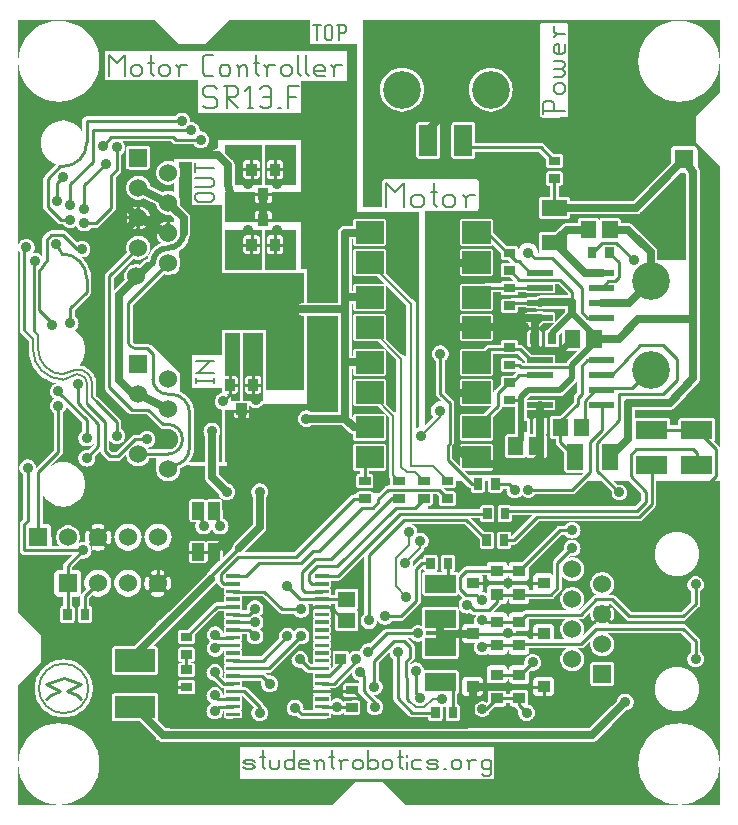
<source format=gbr>
G04 start of page 2 for group 0 idx 0 *
G04 Title: (unknown), component *
G04 Creator: pcb 20110918 *
G04 CreationDate: Wed 12 Sep 2012 14:20:39 GMT UTC *
G04 For: rob *
G04 Format: Gerber/RS-274X *
G04 PCB-Dimensions: 236220 263780 *
G04 PCB-Coordinate-Origin: lower left *
%MOIN*%
%FSLAX25Y25*%
%LNTOP*%
%ADD38C,0.1280*%
%ADD37C,0.0197*%
%ADD36C,0.0350*%
%ADD35C,0.0360*%
%ADD34C,0.0360*%
%ADD33R,0.0394X0.0394*%
%ADD32R,0.0340X0.0340*%
%ADD31R,0.0512X0.0512*%
%ADD30R,0.0530X0.0530*%
%ADD29R,0.0200X0.0200*%
%ADD28R,0.0740X0.0740*%
%ADD27R,0.0600X0.0600*%
%ADD26R,0.0118X0.0118*%
%ADD25R,0.0283X0.0283*%
%ADD24R,0.0750X0.0750*%
%ADD23C,0.1260*%
%ADD22C,0.0354*%
%ADD21C,0.0600*%
%ADD20C,0.0082*%
%ADD19C,0.0110*%
%ADD18C,0.0098*%
%ADD17C,0.0216*%
%ADD16C,0.0200*%
%ADD15C,0.0250*%
%ADD14C,0.0150*%
%ADD13C,0.0079*%
%ADD12C,0.0100*%
%ADD11C,0.0001*%
G54D11*G36*
X16339Y84526D02*X19214D01*
X16698Y82010D01*
X16653Y81972D01*
X16500Y81792D01*
X16376Y81591D01*
X16339Y81500D01*
Y84526D01*
G37*
G36*
X37710Y28979D02*X41648Y28981D01*
X47244Y23393D01*
Y22443D01*
X37710D01*
Y28979D01*
G37*
G36*
Y44483D02*X47061Y44489D01*
X47212Y44525D01*
X47244Y44538D01*
Y38369D01*
X47173Y38399D01*
X47022Y38435D01*
X46868Y38444D01*
X37710Y38438D01*
Y44483D01*
G37*
G36*
X44104Y87770D02*X44145Y87703D01*
X44605Y87164D01*
X45144Y86704D01*
X45748Y86334D01*
X46402Y86063D01*
X47091Y85898D01*
X47244Y85886D01*
Y79481D01*
X46854Y79424D01*
X46433Y79320D01*
X46023Y79177D01*
X45917Y79124D01*
X45821Y79055D01*
X45736Y78972D01*
X45666Y78877D01*
X45611Y78771D01*
X45574Y78659D01*
X45554Y78542D01*
X45553Y78423D01*
X45571Y78306D01*
X45607Y78193D01*
X45660Y78087D01*
X45729Y77990D01*
X45812Y77906D01*
X45908Y77835D01*
X46013Y77781D01*
X46125Y77743D01*
X46242Y77724D01*
X46361Y77723D01*
X46478Y77741D01*
X46591Y77779D01*
X46862Y77878D01*
X47142Y77947D01*
X47244Y77961D01*
Y72043D01*
X47142Y72058D01*
X46862Y72127D01*
X46589Y72222D01*
X46478Y72260D01*
X46361Y72278D01*
X46243Y72277D01*
X46126Y72257D01*
X46014Y72220D01*
X45910Y72166D01*
X45815Y72096D01*
X45732Y72012D01*
X45663Y71916D01*
X45610Y71810D01*
X45574Y71697D01*
X45557Y71581D01*
X45558Y71463D01*
X45577Y71346D01*
X45614Y71234D01*
X45669Y71129D01*
X45739Y71034D01*
X45823Y70952D01*
X45919Y70883D01*
X46025Y70832D01*
X46433Y70684D01*
X46854Y70580D01*
X47244Y70523D01*
Y61452D01*
X44104Y58312D01*
Y72851D01*
X44177Y72839D01*
X44296Y72838D01*
X44413Y72856D01*
X44526Y72892D01*
X44632Y72945D01*
X44729Y73014D01*
X44813Y73097D01*
X44884Y73193D01*
X44938Y73298D01*
X44976Y73411D01*
X44995Y73528D01*
X44996Y73646D01*
X44978Y73763D01*
X44940Y73876D01*
X44841Y74147D01*
X44773Y74428D01*
X44731Y74713D01*
X44717Y75002D01*
X44731Y75291D01*
X44773Y75577D01*
X44841Y75857D01*
X44937Y76130D01*
X44975Y76242D01*
X44992Y76358D01*
X44992Y76476D01*
X44972Y76593D01*
X44935Y76705D01*
X44881Y76810D01*
X44811Y76905D01*
X44726Y76987D01*
X44630Y77056D01*
X44525Y77109D01*
X44412Y77145D01*
X44296Y77162D01*
X44178Y77161D01*
X44104Y77149D01*
Y87770D01*
G37*
G36*
Y115264D02*X44388Y115596D01*
X44717Y116133D01*
X44915Y116612D01*
X47244D01*
Y113853D01*
X47179Y113582D01*
X47130Y112955D01*
X47179Y112327D01*
X47244Y112056D01*
Y94826D01*
X47091Y94814D01*
X46402Y94649D01*
X45748Y94378D01*
X45144Y94008D01*
X44605Y93548D01*
X44145Y93009D01*
X44104Y92942D01*
Y115264D01*
G37*
G36*
X37710Y115900D02*X37896Y115596D01*
X38305Y115118D01*
X38784Y114709D01*
X39320Y114380D01*
X39902Y114139D01*
X40514Y113992D01*
X41142Y113942D01*
X41770Y113992D01*
X42382Y114139D01*
X42964Y114380D01*
X43500Y114709D01*
X43979Y115118D01*
X44104Y115264D01*
Y92942D01*
X43775Y92405D01*
X43504Y91751D01*
X43339Y91062D01*
X43283Y90356D01*
X43339Y89650D01*
X43504Y88961D01*
X43775Y88307D01*
X44104Y87770D01*
Y77149D01*
X44061Y77142D01*
X43949Y77105D01*
X43844Y77050D01*
X43749Y76980D01*
X43666Y76896D01*
X43598Y76800D01*
X43547Y76694D01*
X43399Y76286D01*
X43295Y75865D01*
X43233Y75435D01*
X43212Y75002D01*
X43233Y74569D01*
X43295Y74139D01*
X43399Y73718D01*
X43542Y73308D01*
X43595Y73202D01*
X43664Y73106D01*
X43747Y73021D01*
X43842Y72951D01*
X43948Y72896D01*
X44060Y72859D01*
X44104Y72851D01*
Y58312D01*
X39735Y53943D01*
X37710Y53942D01*
Y70489D01*
X37717Y70488D01*
X38423Y70544D01*
X39112Y70709D01*
X39766Y70980D01*
X40370Y71350D01*
X40909Y71810D01*
X41369Y72349D01*
X41739Y72953D01*
X42010Y73607D01*
X42175Y74296D01*
X42217Y75002D01*
X42175Y75708D01*
X42010Y76397D01*
X41739Y77051D01*
X41369Y77655D01*
X40909Y78194D01*
X40370Y78654D01*
X39766Y79024D01*
X39112Y79295D01*
X38423Y79460D01*
X37717Y79516D01*
X37710Y79515D01*
Y85849D01*
X37797Y85842D01*
X38503Y85898D01*
X39192Y86063D01*
X39846Y86334D01*
X40450Y86704D01*
X40989Y87164D01*
X41449Y87703D01*
X41819Y88307D01*
X42090Y88961D01*
X42255Y89650D01*
X42297Y90356D01*
X42255Y91062D01*
X42090Y91751D01*
X41819Y92405D01*
X41449Y93009D01*
X40989Y93548D01*
X40450Y94008D01*
X39846Y94378D01*
X39192Y94649D01*
X38503Y94814D01*
X37797Y94870D01*
X37710Y94863D01*
Y115900D01*
G37*
G36*
X31410Y72416D02*X31739Y72953D01*
X32010Y73607D01*
X32175Y74296D01*
X32217Y75002D01*
X32175Y75708D01*
X32010Y76397D01*
X31739Y77051D01*
X31410Y77588D01*
Y88209D01*
X31453Y88216D01*
X31565Y88253D01*
X31670Y88308D01*
X31765Y88378D01*
X31848Y88462D01*
X31916Y88558D01*
X31967Y88664D01*
X32115Y89072D01*
X32219Y89493D01*
X32281Y89923D01*
X32302Y90356D01*
X32281Y90789D01*
X32219Y91219D01*
X32115Y91640D01*
X31972Y92050D01*
X31919Y92156D01*
X31850Y92252D01*
X31767Y92337D01*
X31672Y92407D01*
X31566Y92462D01*
X31454Y92499D01*
X31410Y92507D01*
Y115909D01*
X31428Y115902D01*
X31428Y115902D01*
X31656Y115847D01*
X31656Y115847D01*
X31890Y115828D01*
X31948Y115833D01*
X34391D01*
X34449Y115828D01*
X34683Y115847D01*
X34683Y115847D01*
X34911Y115902D01*
X35128Y115991D01*
X35329Y116114D01*
X35507Y116267D01*
X35545Y116311D01*
X37134Y117900D01*
X37179Y117327D01*
X37326Y116715D01*
X37567Y116133D01*
X37710Y115900D01*
Y94863D01*
X37091Y94814D01*
X36402Y94649D01*
X35748Y94378D01*
X35144Y94008D01*
X34605Y93548D01*
X34145Y93009D01*
X33775Y92405D01*
X33504Y91751D01*
X33339Y91062D01*
X33283Y90356D01*
X33339Y89650D01*
X33504Y88961D01*
X33775Y88307D01*
X34145Y87703D01*
X34605Y87164D01*
X35144Y86704D01*
X35748Y86334D01*
X36402Y86063D01*
X37091Y85898D01*
X37710Y85849D01*
Y79515D01*
X37011Y79460D01*
X36322Y79295D01*
X35668Y79024D01*
X35064Y78654D01*
X34525Y78194D01*
X34065Y77655D01*
X33695Y77051D01*
X33424Y76397D01*
X33259Y75708D01*
X33203Y75002D01*
X33259Y74296D01*
X33424Y73607D01*
X33695Y72953D01*
X34065Y72349D01*
X34525Y71810D01*
X35064Y71350D01*
X35668Y70980D01*
X36322Y70709D01*
X37011Y70544D01*
X37710Y70489D01*
Y53942D01*
X33253Y53939D01*
X33102Y53903D01*
X32959Y53843D01*
X32827Y53762D01*
X32709Y53662D01*
X32608Y53544D01*
X32528Y53412D01*
X32468Y53269D01*
X32432Y53118D01*
X32423Y52964D01*
X32432Y45309D01*
X32468Y45159D01*
X32528Y45016D01*
X32608Y44884D01*
X32709Y44766D01*
X32827Y44665D01*
X32959Y44584D01*
X33102Y44525D01*
X33253Y44489D01*
X33407Y44480D01*
X37710Y44483D01*
Y38438D01*
X33253Y38435D01*
X33102Y38399D01*
X32959Y38339D01*
X32827Y38258D01*
X32709Y38158D01*
X32608Y38040D01*
X32528Y37908D01*
X32468Y37765D01*
X32432Y37614D01*
X32423Y37460D01*
X32432Y29805D01*
X32468Y29655D01*
X32528Y29512D01*
X32608Y29380D01*
X32709Y29262D01*
X32827Y29161D01*
X32959Y29080D01*
X33102Y29021D01*
X33253Y28985D01*
X33407Y28976D01*
X37710Y28979D01*
Y22443D01*
X31410D01*
Y72416D01*
G37*
G36*
Y77588D02*X31369Y77655D01*
X30909Y78194D01*
X30370Y78654D01*
X29766Y79024D01*
X29112Y79295D01*
X28423Y79460D01*
X27799Y79509D01*
Y85851D01*
X28230Y85872D01*
X28660Y85934D01*
X29081Y86038D01*
X29491Y86181D01*
X29597Y86234D01*
X29693Y86303D01*
X29778Y86386D01*
X29848Y86481D01*
X29903Y86587D01*
X29940Y86699D01*
X29960Y86816D01*
X29961Y86935D01*
X29943Y87052D01*
X29907Y87165D01*
X29854Y87271D01*
X29785Y87368D01*
X29702Y87452D01*
X29606Y87523D01*
X29501Y87577D01*
X29389Y87615D01*
X29272Y87634D01*
X29153Y87635D01*
X29036Y87617D01*
X28923Y87579D01*
X28652Y87480D01*
X28372Y87412D01*
X28086Y87370D01*
X27799Y87356D01*
Y93356D01*
X28086Y93342D01*
X28372Y93300D01*
X28652Y93232D01*
X28925Y93136D01*
X29036Y93098D01*
X29153Y93081D01*
X29271Y93081D01*
X29388Y93101D01*
X29500Y93138D01*
X29604Y93192D01*
X29699Y93262D01*
X29782Y93347D01*
X29851Y93443D01*
X29904Y93548D01*
X29940Y93661D01*
X29957Y93777D01*
X29956Y93895D01*
X29937Y94012D01*
X29900Y94124D01*
X29845Y94229D01*
X29775Y94324D01*
X29691Y94407D01*
X29595Y94475D01*
X29489Y94526D01*
X29081Y94674D01*
X28660Y94778D01*
X28230Y94840D01*
X27799Y94861D01*
Y118395D01*
X28618Y119215D01*
Y119097D01*
X28632Y118862D01*
X28687Y118632D01*
X28777Y118414D01*
X28901Y118213D01*
X29054Y118033D01*
X29176Y117929D01*
X30794Y116311D01*
X30832Y116267D01*
X31010Y116114D01*
X31010Y116114D01*
X31010Y116114D01*
X31010Y116114D01*
X31043Y116094D01*
X31211Y115991D01*
X31410Y115909D01*
Y92507D01*
X31337Y92519D01*
X31218Y92520D01*
X31101Y92502D01*
X30988Y92466D01*
X30882Y92413D01*
X30785Y92344D01*
X30701Y92261D01*
X30630Y92165D01*
X30576Y92060D01*
X30538Y91948D01*
X30519Y91831D01*
X30518Y91712D01*
X30536Y91595D01*
X30574Y91482D01*
X30673Y91211D01*
X30741Y90931D01*
X30783Y90645D01*
X30797Y90356D01*
X30783Y90067D01*
X30741Y89781D01*
X30673Y89501D01*
X30577Y89228D01*
X30539Y89117D01*
X30522Y89000D01*
X30522Y88882D01*
X30542Y88765D01*
X30579Y88653D01*
X30633Y88549D01*
X30703Y88454D01*
X30788Y88371D01*
X30884Y88302D01*
X30989Y88249D01*
X31102Y88213D01*
X31218Y88196D01*
X31336Y88197D01*
X31410Y88209D01*
Y77588D01*
G37*
G36*
X27799Y70495D02*X28423Y70544D01*
X29112Y70709D01*
X29766Y70980D01*
X30370Y71350D01*
X30909Y71810D01*
X31369Y72349D01*
X31410Y72416D01*
Y22443D01*
X27799D01*
Y70495D01*
G37*
G36*
Y79509D02*X27717Y79516D01*
X27011Y79460D01*
X26322Y79295D01*
X25668Y79024D01*
X25064Y78654D01*
X24525Y78194D01*
X24065Y77655D01*
X23695Y77051D01*
X23424Y76397D01*
X23259Y75708D01*
X23203Y75002D01*
X23259Y74296D01*
X23424Y73607D01*
X23652Y73058D01*
X22406Y71812D01*
X22361Y71774D01*
X22208Y71594D01*
X22097Y71413D01*
X22148Y71537D01*
X22203Y71767D01*
X22217Y72002D01*
X22203Y78237D01*
X22148Y78467D01*
X22058Y78685D01*
X21934Y78886D01*
X21781Y79066D01*
X21601Y79219D01*
X21400Y79343D01*
X21182Y79433D01*
X20952Y79488D01*
X20717Y79502D01*
X19217Y79499D01*
Y80287D01*
X22224Y83293D01*
X22396Y83252D01*
X22835Y83217D01*
X23274Y83252D01*
X23703Y83355D01*
X24110Y83524D01*
X24486Y83754D01*
X24821Y84040D01*
X25107Y84375D01*
X25338Y84751D01*
X25506Y85158D01*
X25609Y85587D01*
X25635Y86026D01*
X25609Y86465D01*
X25506Y86894D01*
X25338Y87301D01*
X25107Y87677D01*
X24821Y88012D01*
X24563Y88232D01*
X24606Y88246D01*
X24712Y88299D01*
X24809Y88368D01*
X24893Y88451D01*
X24964Y88547D01*
X25018Y88652D01*
X25056Y88764D01*
X25075Y88881D01*
X25076Y89000D01*
X25058Y89117D01*
X25020Y89230D01*
X24921Y89501D01*
X24853Y89781D01*
X24811Y90067D01*
X24797Y90356D01*
X24811Y90645D01*
X24853Y90931D01*
X24921Y91211D01*
X25017Y91484D01*
X25055Y91595D01*
X25072Y91712D01*
X25072Y91830D01*
X25052Y91947D01*
X25015Y92059D01*
X24961Y92163D01*
X24891Y92258D01*
X24806Y92341D01*
X24710Y92410D01*
X24605Y92463D01*
X24492Y92498D01*
X24376Y92516D01*
X24258Y92515D01*
X24141Y92496D01*
X24029Y92459D01*
X23924Y92404D01*
X23829Y92334D01*
X23746Y92250D01*
X23678Y92154D01*
X23627Y92048D01*
X23479Y91640D01*
X23375Y91219D01*
X23313Y90789D01*
X23292Y90356D01*
X23313Y89923D01*
X23375Y89493D01*
X23479Y89072D01*
X23601Y88722D01*
X23274Y88800D01*
X22835Y88835D01*
X22396Y88800D01*
X21967Y88697D01*
X21560Y88529D01*
X21231Y88327D01*
X21361Y88540D01*
X21602Y89120D01*
X21748Y89730D01*
X21785Y90356D01*
X21748Y90982D01*
X21602Y91592D01*
X21361Y92172D01*
X21033Y92707D01*
X20626Y93185D01*
X20148Y93592D01*
X19613Y93920D01*
X19033Y94160D01*
X18423Y94307D01*
X17797Y94356D01*
X17171Y94307D01*
X16561Y94160D01*
X16339Y94068D01*
Y100547D01*
X17303Y100623D01*
X18436Y100895D01*
X19512Y101341D01*
X20505Y101950D01*
X21391Y102706D01*
X22147Y103592D01*
X22756Y104585D01*
X23202Y105661D01*
X23473Y106794D01*
X23542Y107955D01*
X23473Y109116D01*
X23202Y110249D01*
X22756Y111325D01*
X22147Y112318D01*
X21391Y113204D01*
X20505Y113960D01*
X19512Y114569D01*
X18436Y115014D01*
X17303Y115286D01*
X16339Y115362D01*
Y132083D01*
X16553Y132266D01*
X16839Y132601D01*
X17070Y132977D01*
X17238Y133384D01*
X17341Y133813D01*
X17345Y133883D01*
X22516Y128712D01*
Y125792D01*
X22365Y125699D01*
X22030Y125413D01*
X21744Y125078D01*
X21513Y124702D01*
X21345Y124295D01*
X21242Y123866D01*
X21207Y123427D01*
X21242Y122987D01*
X21345Y122559D01*
X21513Y122152D01*
X21744Y121776D01*
X22030Y121441D01*
X22365Y121155D01*
X22741Y120924D01*
X23148Y120756D01*
X23577Y120653D01*
X24016Y120618D01*
X24455Y120653D01*
X24884Y120756D01*
X25291Y120924D01*
X25667Y121155D01*
X26002Y121441D01*
X26288Y121776D01*
X26453Y122045D01*
Y121292D01*
X24627Y119467D01*
X24455Y119508D01*
X24016Y119543D01*
X23577Y119508D01*
X23148Y119405D01*
X22741Y119236D01*
X22365Y119006D01*
X22030Y118720D01*
X21744Y118385D01*
X21513Y118009D01*
X21345Y117602D01*
X21242Y117173D01*
X21207Y116734D01*
X21242Y116295D01*
X21345Y115866D01*
X21513Y115459D01*
X21744Y115083D01*
X22030Y114748D01*
X22365Y114462D01*
X22741Y114231D01*
X23148Y114063D01*
X23577Y113960D01*
X24016Y113925D01*
X24455Y113960D01*
X24884Y114063D01*
X25291Y114231D01*
X25667Y114462D01*
X26002Y114748D01*
X26288Y115083D01*
X26519Y115459D01*
X26687Y115866D01*
X26790Y116295D01*
X26816Y116734D01*
X26790Y117173D01*
X26749Y117345D01*
X27799Y118395D01*
Y94861D01*
X27797Y94861D01*
X27364Y94840D01*
X26934Y94778D01*
X26513Y94674D01*
X26103Y94531D01*
X25997Y94478D01*
X25901Y94409D01*
X25816Y94326D01*
X25746Y94231D01*
X25691Y94125D01*
X25654Y94013D01*
X25634Y93896D01*
X25633Y93777D01*
X25651Y93660D01*
X25687Y93547D01*
X25740Y93441D01*
X25809Y93344D01*
X25892Y93260D01*
X25988Y93189D01*
X26093Y93135D01*
X26205Y93097D01*
X26322Y93078D01*
X26441Y93077D01*
X26558Y93095D01*
X26671Y93133D01*
X26942Y93232D01*
X27222Y93300D01*
X27508Y93342D01*
X27797Y93356D01*
X27799Y93356D01*
Y87356D01*
X27797Y87356D01*
X27508Y87370D01*
X27222Y87412D01*
X26942Y87480D01*
X26669Y87576D01*
X26558Y87614D01*
X26441Y87631D01*
X26323Y87631D01*
X26206Y87611D01*
X26094Y87574D01*
X25990Y87520D01*
X25895Y87450D01*
X25812Y87365D01*
X25743Y87269D01*
X25690Y87164D01*
X25654Y87051D01*
X25637Y86935D01*
X25638Y86817D01*
X25657Y86700D01*
X25694Y86588D01*
X25749Y86483D01*
X25819Y86388D01*
X25903Y86305D01*
X25999Y86237D01*
X26105Y86186D01*
X26513Y86038D01*
X26934Y85934D01*
X27364Y85872D01*
X27797Y85851D01*
X27799Y85851D01*
Y79509D01*
G37*
G36*
X21925Y67443D02*X21855Y67443D01*
X21704Y67406D01*
X21561Y67347D01*
X21429Y67266D01*
X21312Y67166D01*
X21211Y67048D01*
X21130Y66916D01*
X21071Y66773D01*
X21035Y66622D01*
X21026Y66468D01*
X21035Y62514D01*
X21071Y62364D01*
X21130Y62221D01*
X21211Y62089D01*
X21312Y61971D01*
X21429Y61870D01*
X21561Y61789D01*
X21704Y61730D01*
X21855Y61694D01*
X22010Y61685D01*
X24995Y61694D01*
X25146Y61730D01*
X25289Y61789D01*
X25421Y61870D01*
X25538Y61971D01*
X25639Y62089D01*
X25720Y62221D01*
X25779Y62364D01*
X25815Y62514D01*
X25824Y62669D01*
X25815Y66622D01*
X25779Y66773D01*
X25720Y66916D01*
X25639Y67048D01*
X25538Y67166D01*
X25421Y67266D01*
X25289Y67347D01*
X25146Y67406D01*
X24995Y67443D01*
X24925Y67447D01*
Y70089D01*
X25773Y70937D01*
X26322Y70709D01*
X27011Y70544D01*
X27717Y70488D01*
X27799Y70495D01*
Y22443D01*
X25891D01*
X25719Y22723D01*
X24339Y24339D01*
X22724Y25719D01*
X20912Y26830D01*
X18949Y27643D01*
X16882Y28139D01*
X16339Y28182D01*
Y30307D01*
X16554Y30323D01*
X16559Y30324D01*
X17179Y30344D01*
X18014Y30454D01*
X18836Y30636D01*
X19639Y30890D01*
X20418Y31212D01*
X21165Y31601D01*
X21875Y32054D01*
X22544Y32566D01*
X23165Y33135D01*
X23734Y33757D01*
X24246Y34425D01*
X24699Y35135D01*
X25088Y35882D01*
X25410Y36661D01*
X25664Y37464D01*
X25846Y38286D01*
X25956Y39122D01*
X25993Y39963D01*
X25977Y40180D01*
X25976Y40184D01*
X25956Y40804D01*
X25846Y41639D01*
X25664Y42462D01*
X25410Y43265D01*
X25088Y44043D01*
X24699Y44790D01*
X24247Y45500D01*
X23734Y46168D01*
X23165Y46789D01*
X22544Y47358D01*
X21876Y47871D01*
X21166Y48323D01*
X20419Y48712D01*
X19641Y49035D01*
X18838Y49288D01*
X18015Y49470D01*
X17180Y49580D01*
X16339Y49617D01*
X16339Y49617D01*
Y61685D01*
X19161Y61694D01*
X19312Y61730D01*
X19455Y61789D01*
X19587Y61870D01*
X19704Y61971D01*
X19805Y62089D01*
X19886Y62221D01*
X19945Y62364D01*
X19981Y62514D01*
X19990Y62669D01*
X19981Y66622D01*
X19945Y66773D01*
X19886Y66916D01*
X19805Y67048D01*
X19704Y67166D01*
X19587Y67266D01*
X19455Y67347D01*
X19312Y67406D01*
X19217Y67429D01*
Y70512D01*
X20952Y70516D01*
X21182Y70571D01*
X21400Y70661D01*
X21601Y70785D01*
X21781Y70938D01*
X21934Y71118D01*
X22045Y71299D01*
X21994Y71175D01*
Y71175D01*
X21994Y71175D01*
X21974Y71090D01*
X21939Y70945D01*
Y70945D01*
X21920Y70710D01*
X21925Y70651D01*
Y67443D01*
G37*
G36*
X16339Y28182D02*X14764Y28305D01*
X12646Y28139D01*
X10579Y27643D01*
X8616Y26830D01*
X6804Y25719D01*
X5189Y24339D01*
X3809Y22723D01*
X3637Y22443D01*
X984D01*
Y40947D01*
X8858Y48821D01*
Y57481D01*
X984Y65355D01*
Y136813D01*
X12789D01*
X12916Y136705D01*
X13063Y136614D01*
X12916Y136524D01*
X12581Y136238D01*
X12295Y135903D01*
X12064Y135527D01*
X11896Y135120D01*
X11793Y134691D01*
X11758Y134252D01*
X11793Y133813D01*
X11896Y133384D01*
X12064Y132977D01*
X12295Y132601D01*
X12581Y132266D01*
X12916Y131980D01*
X13067Y131887D01*
X13068Y119509D01*
X7119Y113386D01*
X7131Y113585D01*
X7105Y114024D01*
X7002Y114453D01*
X6834Y114860D01*
X6603Y115236D01*
X6317Y115571D01*
X5982Y115857D01*
X5606Y116088D01*
X5199Y116256D01*
X4770Y116359D01*
X4331Y116394D01*
X3892Y116359D01*
X3463Y116256D01*
X3056Y116088D01*
X2680Y115857D01*
X2345Y115571D01*
X2059Y115236D01*
X1828Y114860D01*
X1660Y114453D01*
X1557Y114024D01*
X1522Y113585D01*
X1557Y113146D01*
X1660Y112717D01*
X1828Y112310D01*
X2059Y111934D01*
X2345Y111599D01*
X2680Y111313D01*
X2831Y111220D01*
Y96489D01*
X2131Y95789D01*
X2086Y95751D01*
X1933Y95571D01*
X1933Y95571D01*
X1933Y95571D01*
X1858Y95449D01*
X1809Y95370D01*
X1809Y95370D01*
X1809Y95370D01*
X1794Y95334D01*
X1719Y95152D01*
X1719Y95152D01*
X1719Y95152D01*
X1692Y95041D01*
X1664Y94922D01*
X1664Y94922D01*
X1664Y94922D01*
X1645Y94687D01*
X1650Y94628D01*
Y86085D01*
X1645Y86026D01*
X1664Y85791D01*
X1719Y85561D01*
X1809Y85343D01*
X1933Y85142D01*
X2086Y84962D01*
X2266Y84809D01*
X2467Y84685D01*
X2685Y84595D01*
X2915Y84540D01*
X3150Y84521D01*
X3209Y84526D01*
X16339D01*
Y81500D01*
X16286Y81373D01*
X16231Y81143D01*
X16231Y81143D01*
X16212Y80908D01*
X16217Y80849D01*
Y79492D01*
X14482Y79488D01*
X14252Y79433D01*
X14034Y79343D01*
X13833Y79219D01*
X13653Y79066D01*
X13500Y78886D01*
X13376Y78685D01*
X13286Y78467D01*
X13231Y78237D01*
X13217Y78002D01*
X13231Y71767D01*
X13286Y71537D01*
X13376Y71319D01*
X13500Y71118D01*
X13653Y70938D01*
X13833Y70785D01*
X14034Y70661D01*
X14252Y70571D01*
X14482Y70516D01*
X14717Y70502D01*
X16217Y70505D01*
Y67443D01*
X16021Y67443D01*
X15870Y67406D01*
X15727Y67347D01*
X15595Y67266D01*
X15478Y67166D01*
X15377Y67048D01*
X15296Y66916D01*
X15237Y66773D01*
X15201Y66622D01*
X15192Y66468D01*
X15201Y62514D01*
X15237Y62364D01*
X15296Y62221D01*
X15377Y62089D01*
X15478Y61971D01*
X15595Y61870D01*
X15727Y61789D01*
X15870Y61730D01*
X16021Y61694D01*
X16176Y61685D01*
X16339Y61685D01*
Y49617D01*
X16122Y49601D01*
X16117Y49600D01*
X15498Y49580D01*
X14662Y49470D01*
X13840Y49288D01*
X13037Y49034D01*
X12259Y48712D01*
X11512Y48323D01*
X10801Y47871D01*
X10133Y47358D01*
X9512Y46789D01*
X8943Y46168D01*
X8430Y45500D01*
X7978Y44789D01*
X7589Y44042D01*
X7267Y43264D01*
X7013Y42461D01*
X6831Y41638D01*
X6721Y40803D01*
X6684Y39962D01*
X6700Y39745D01*
X6701Y39741D01*
X6721Y39119D01*
X6831Y38284D01*
X7013Y37462D01*
X7266Y36659D01*
X7589Y35881D01*
X7978Y35134D01*
X8430Y34423D01*
X8943Y33755D01*
X9512Y33135D01*
X10132Y32566D01*
X10800Y32053D01*
X11511Y31601D01*
X12258Y31212D01*
X13036Y30889D01*
X13839Y30636D01*
X14661Y30454D01*
X15496Y30344D01*
X16337Y30307D01*
X16339Y30307D01*
Y28182D01*
G37*
G36*
Y115362D02*X16142Y115378D01*
X14981Y115286D01*
X13848Y115014D01*
X12772Y114569D01*
X11979Y114083D01*
X15595Y117805D01*
X15632Y117836D01*
X15785Y118016D01*
X15792Y118026D01*
X15798Y118033D01*
X15853Y118126D01*
X15909Y118217D01*
X15913Y118227D01*
X15918Y118236D01*
X15958Y118336D01*
X15999Y118435D01*
X16002Y118446D01*
X16006Y118456D01*
X16029Y118561D01*
X16054Y118665D01*
X16055Y118674D01*
X16057Y118686D01*
X16072Y118922D01*
X16068Y118970D01*
X16067Y131887D01*
X16218Y131980D01*
X16339Y132083D01*
Y115362D01*
G37*
G36*
Y94068D02*X15981Y93920D01*
X15446Y93592D01*
X14968Y93185D01*
X14561Y92707D01*
X14233Y92172D01*
X13992Y91592D01*
X13846Y90982D01*
X13797Y90356D01*
X13846Y89730D01*
X13992Y89120D01*
X14233Y88540D01*
X14561Y88005D01*
X14968Y87527D01*
X14970Y87526D01*
X12297D01*
X12283Y93591D01*
X12228Y93821D01*
X12138Y94039D01*
X12014Y94240D01*
X11861Y94420D01*
X11681Y94573D01*
X11480Y94697D01*
X11262Y94787D01*
X11032Y94842D01*
X10797Y94856D01*
X9374Y94853D01*
Y104957D01*
X9528Y104585D01*
X10137Y103592D01*
X10893Y102706D01*
X11779Y101950D01*
X12772Y101341D01*
X13848Y100895D01*
X14981Y100623D01*
X16142Y100532D01*
X16339Y100547D01*
Y94068D01*
G37*
G36*
X19996Y164183D02*Y166116D01*
X25030Y171150D01*
X25074Y171188D01*
X25227Y171366D01*
X25349Y171567D01*
X25439Y171784D01*
X25494Y172012D01*
X25513Y172246D01*
X25508Y172304D01*
Y175002D01*
X29996D01*
X29997Y140415D01*
X29992Y140356D01*
X30011Y140121D01*
X30066Y139891D01*
X30156Y139673D01*
X30280Y139472D01*
X30280Y139471D01*
X30433Y139292D01*
X30478Y139254D01*
X37875Y131857D01*
X37913Y131812D01*
X38093Y131659D01*
X38093Y131659D01*
X38248Y131563D01*
X38294Y131535D01*
X38294D01*
X38294Y131535D01*
X38384Y131498D01*
X38512Y131445D01*
X38512D01*
X38512Y131445D01*
X38742Y131390D01*
X38977Y131371D01*
X39036Y131376D01*
X43867D01*
X48307Y126936D01*
X48345Y126891D01*
X48524Y126738D01*
X48525Y126738D01*
X48648Y126662D01*
X48726Y126615D01*
X48854Y126562D01*
X48944Y126524D01*
X49174Y126469D01*
X49409Y126451D01*
X49468Y126455D01*
X51126D01*
X51181Y126452D01*
X51462Y126443D01*
X51741Y126406D01*
X52016Y126345D01*
X52284Y126261D01*
X52544Y126153D01*
X52794Y126023D01*
X53031Y125872D01*
X53254Y125700D01*
X53462Y125510D01*
X53652Y125303D01*
X53823Y125080D01*
X53974Y124843D01*
X54104Y124593D01*
X54212Y124333D01*
X54296Y124065D01*
X54357Y123790D01*
X54394Y123511D01*
X54406Y123231D01*
X54406Y123230D01*
Y122887D01*
X54403Y122837D01*
X54394Y122556D01*
X54357Y122277D01*
X54296Y122002D01*
X54212Y121734D01*
X54104Y121474D01*
X53974Y121225D01*
X53823Y120987D01*
X53652Y120764D01*
X53462Y120557D01*
X53254Y120367D01*
X53031Y120195D01*
X52794Y120044D01*
X52544Y119914D01*
X52284Y119807D01*
X52016Y119722D01*
X51741Y119661D01*
X51462Y119624D01*
X51181Y119612D01*
X51178Y119612D01*
X44785D01*
X44717Y119776D01*
X44425Y120252D01*
X44534Y120261D01*
X44963Y120364D01*
X45370Y120532D01*
X45745Y120763D01*
X46080Y121049D01*
X46366Y121384D01*
X46597Y121759D01*
X46765Y122166D01*
X46868Y122595D01*
X46894Y123034D01*
X46868Y123473D01*
X46765Y123902D01*
X46597Y124309D01*
X46366Y124684D01*
X46080Y125019D01*
X45745Y125305D01*
X45370Y125536D01*
X44963Y125704D01*
X44534Y125807D01*
X44095Y125842D01*
X43656Y125807D01*
X43227Y125704D01*
X42820Y125536D01*
X42445Y125305D01*
X42110Y125019D01*
X41824Y124684D01*
X41727Y124526D01*
X40217D01*
X40158Y124531D01*
X39924Y124512D01*
X39696Y124457D01*
X39479Y124367D01*
X39278Y124245D01*
X39278Y124245D01*
X39100Y124092D01*
X39062Y124048D01*
X33831Y118817D01*
X32508D01*
X31618Y119707D01*
Y122835D01*
X31784Y122565D01*
X32070Y122230D01*
X32405Y121944D01*
X32780Y121713D01*
X33187Y121545D01*
X33616Y121442D01*
X34055Y121407D01*
X34494Y121442D01*
X34923Y121545D01*
X35330Y121713D01*
X35705Y121944D01*
X36040Y122230D01*
X36326Y122565D01*
X36557Y122940D01*
X36725Y123347D01*
X36828Y123776D01*
X36854Y124215D01*
X36828Y124654D01*
X36725Y125083D01*
X36557Y125490D01*
X36326Y125865D01*
X36040Y126200D01*
X35705Y126486D01*
X35547Y126583D01*
Y128581D01*
X35560Y128742D01*
X35541Y128977D01*
X35486Y129207D01*
X35396Y129425D01*
X35272Y129626D01*
X35116Y129802D01*
X28030Y136889D01*
X27853Y137046D01*
X27652Y137169D01*
X27562Y137207D01*
X27182Y137587D01*
Y141734D01*
X27169Y141953D01*
X27168Y141956D01*
X27164Y142072D01*
X27094Y142601D01*
X26979Y143123D01*
X26818Y143632D01*
X26614Y144126D01*
X26367Y144600D01*
X26080Y145050D01*
X25755Y145474D01*
X25394Y145868D01*
X25000Y146229D01*
X24576Y146554D01*
X24126Y146841D01*
X23652Y147087D01*
X23158Y147292D01*
X22649Y147453D01*
X22127Y147568D01*
X21598Y147638D01*
X21325Y147650D01*
X21391Y147706D01*
X22147Y148592D01*
X22756Y149585D01*
X23202Y150661D01*
X23473Y151794D01*
X23542Y152955D01*
X23473Y154116D01*
X23202Y155249D01*
X22756Y156325D01*
X22147Y157318D01*
X21391Y158204D01*
X20505Y158960D01*
X19856Y159358D01*
X20155Y159541D01*
X20490Y159827D01*
X20776Y160162D01*
X21007Y160538D01*
X21175Y160945D01*
X21278Y161374D01*
X21304Y161813D01*
X21278Y162252D01*
X21175Y162681D01*
X21007Y163088D01*
X20776Y163464D01*
X20490Y163799D01*
X20155Y164085D01*
X19996Y164183D01*
G37*
G36*
X13067Y131887D02*X13068Y120868D01*
X984D01*
Y174018D01*
X1650D01*
Y159451D01*
X1664Y159215D01*
X1719Y158986D01*
X1809Y158768D01*
X1933Y158566D01*
X2086Y158387D01*
X2266Y158234D01*
X2467Y158110D01*
X2557Y158073D01*
X4710Y155921D01*
Y152955D01*
X4710Y152954D01*
X4710Y152954D01*
X4742Y151957D01*
X4872Y150967D01*
X5089Y149992D01*
X5389Y149040D01*
X5771Y148118D01*
X6232Y147232D01*
X6768Y146390D01*
X7376Y145598D01*
X8050Y144862D01*
X8786Y144188D01*
X9578Y143580D01*
X10420Y143044D01*
X11306Y142583D01*
X12228Y142201D01*
X13180Y141901D01*
X13997Y141720D01*
X13699Y141648D01*
X13292Y141479D01*
X12916Y141249D01*
X12581Y140963D01*
X12295Y140628D01*
X12064Y140252D01*
X11896Y139845D01*
X11793Y139416D01*
X11758Y138977D01*
X11793Y138537D01*
X11896Y138109D01*
X12064Y137702D01*
X12295Y137326D01*
X12581Y136991D01*
X12916Y136705D01*
X13063Y136614D01*
X12916Y136524D01*
X12581Y136238D01*
X12295Y135903D01*
X12064Y135527D01*
X11896Y135120D01*
X11793Y134691D01*
X11758Y134252D01*
X11793Y133813D01*
X11896Y133384D01*
X12064Y132977D01*
X12295Y132601D01*
X12581Y132266D01*
X12916Y131980D01*
X13067Y131887D01*
G37*
G36*
X176772Y22161D02*Y985D01*
X130512D01*
X122638Y8859D01*
X117520D01*
Y9843D01*
X159843D01*
Y20473D01*
X117520D01*
Y22161D01*
X176772D01*
G37*
G36*
X117520Y8859D02*X113583D01*
X105709Y985D01*
X984D01*
Y22638D01*
X3756D01*
X2698Y20912D01*
X1885Y18948D01*
X1389Y16882D01*
X1222Y14764D01*
X1389Y12645D01*
X1885Y10579D01*
X2698Y8616D01*
X3809Y6804D01*
X5189Y5188D01*
X6804Y3808D01*
X8616Y2698D01*
X10579Y1885D01*
X12646Y1389D01*
X14764Y1222D01*
X16882Y1389D01*
X18949Y1885D01*
X20912Y2698D01*
X22724Y3808D01*
X24339Y5188D01*
X25719Y6804D01*
X26830Y8616D01*
X27643Y10579D01*
X28139Y12645D01*
X28264Y14764D01*
X28139Y16882D01*
X27643Y18948D01*
X26830Y20912D01*
X25772Y22638D01*
X48021D01*
X48082Y22585D01*
X48083Y22585D01*
X48084Y22584D01*
X48235Y22492D01*
X48384Y22400D01*
X48385Y22400D01*
X48386Y22399D01*
X48548Y22332D01*
X48712Y22265D01*
X48712Y22264D01*
X48713Y22264D01*
X48885Y22223D01*
X49056Y22182D01*
X49057Y22182D01*
X49058Y22182D01*
X49411Y22154D01*
X49498Y22161D01*
X117520D01*
Y20473D01*
X75197D01*
Y9843D01*
X117520D01*
Y8859D01*
G37*
G36*
X68504Y89179D02*X64444Y89171D01*
X64323Y89142D01*
X64209Y89095D01*
X64103Y89030D01*
X64009Y88949D01*
X63928Y88855D01*
X63863Y88749D01*
X63816Y88635D01*
X63787Y88514D01*
X63779Y88391D01*
X63787Y82362D01*
X63816Y82241D01*
X63863Y82127D01*
X63928Y82021D01*
X64009Y81927D01*
X64103Y81846D01*
X64151Y81817D01*
X64069Y81680D01*
X63960Y81471D01*
X63889Y81245D01*
X63854Y81012D01*
X63856Y80776D01*
X63895Y80543D01*
X63970Y80319D01*
X64080Y80110D01*
X64220Y79920D01*
X64389Y79755D01*
X64581Y79618D01*
X64792Y79512D01*
X65018Y79442D01*
X65251Y79407D01*
X65276Y79407D01*
X64532Y78663D01*
X64487Y78625D01*
X64377Y78496D01*
X64225Y78403D01*
X63960Y78168D01*
X61024Y75232D01*
Y81701D01*
X63116Y81705D01*
X63237Y81734D01*
X63351Y81781D01*
X63457Y81846D01*
X63551Y81927D01*
X63632Y82021D01*
X63697Y82127D01*
X63744Y82241D01*
X63773Y82362D01*
X63780Y82486D01*
X63773Y88514D01*
X63744Y88635D01*
X63697Y88749D01*
X63632Y88855D01*
X63551Y88949D01*
X63457Y89030D01*
X63351Y89095D01*
X63237Y89142D01*
X63116Y89171D01*
X62992Y89179D01*
X61024Y89175D01*
Y92094D01*
X61341Y91823D01*
X61717Y91592D01*
X62124Y91424D01*
X62553Y91321D01*
X62992Y91286D01*
X63431Y91321D01*
X63860Y91424D01*
X64267Y91592D01*
X64643Y91823D01*
X64978Y92109D01*
X65264Y92444D01*
X65495Y92820D01*
X65663Y93227D01*
X65748Y93580D01*
X65833Y93227D01*
X66001Y92820D01*
X66232Y92444D01*
X66518Y92109D01*
X66853Y91823D01*
X67229Y91592D01*
X67636Y91424D01*
X68065Y91321D01*
X68504Y91286D01*
X68943Y91321D01*
X69372Y91424D01*
X69779Y91592D01*
X70155Y91823D01*
X70490Y92109D01*
X70776Y92444D01*
X71006Y92820D01*
X71175Y93227D01*
X71278Y93656D01*
X71304Y94095D01*
X71278Y94534D01*
X71175Y94963D01*
X71006Y95370D01*
X70776Y95746D01*
X70490Y96081D01*
X70155Y96367D01*
X69779Y96597D01*
X69372Y96766D01*
X69292Y96785D01*
X69285Y102294D01*
X69256Y102415D01*
X69209Y102529D01*
X69144Y102635D01*
X69063Y102729D01*
X68969Y102810D01*
X68863Y102875D01*
X68749Y102922D01*
X68628Y102951D01*
X68504Y102959D01*
X64444Y102951D01*
X64323Y102922D01*
X64209Y102875D01*
X64103Y102810D01*
X64009Y102729D01*
X63928Y102635D01*
X63863Y102529D01*
X63816Y102415D01*
X63787Y102294D01*
X63779Y102171D01*
X63786Y96784D01*
X63780Y96785D01*
X63773Y102294D01*
X63744Y102415D01*
X63697Y102529D01*
X63632Y102635D01*
X63551Y102729D01*
X63457Y102810D01*
X63351Y102875D01*
X63237Y102922D01*
X63116Y102951D01*
X62992Y102959D01*
X61024Y102955D01*
Y113978D01*
X63498D01*
Y110523D01*
X63491Y110435D01*
X63519Y110082D01*
X63519Y110082D01*
Y110082D01*
X63550Y109952D01*
X63602Y109738D01*
X63602Y109738D01*
X63602Y109738D01*
X63679Y109550D01*
X63737Y109411D01*
X63737Y109411D01*
X63737Y109410D01*
X63807Y109296D01*
X63922Y109109D01*
X63922Y109109D01*
X63922Y109109D01*
X64152Y108839D01*
X64219Y108782D01*
X67892Y105109D01*
X67895Y105074D01*
X67998Y104646D01*
X68166Y104239D01*
X68397Y103863D01*
X68683Y103528D01*
X69018Y103242D01*
X69394Y103011D01*
X69801Y102843D01*
X70230Y102740D01*
X70669Y102705D01*
X71108Y102740D01*
X71537Y102843D01*
X71944Y103011D01*
X72320Y103242D01*
X72655Y103528D01*
X72941Y103863D01*
X73172Y104239D01*
X73340Y104646D01*
X73443Y105074D01*
X73469Y105514D01*
X73443Y105953D01*
X73340Y106382D01*
X73172Y106789D01*
X72941Y107165D01*
X72655Y107500D01*
X72320Y107786D01*
X71944Y108016D01*
X71537Y108185D01*
X71108Y108288D01*
X71074Y108291D01*
X67998Y111367D01*
Y113978D01*
X76772D01*
Y91964D01*
X73212Y88404D01*
X72977Y88140D01*
X72792Y87838D01*
X72657Y87511D01*
X72574Y87166D01*
X72546Y86813D01*
X72556Y86687D01*
X69291Y83423D01*
X69285Y88514D01*
X69256Y88635D01*
X69209Y88749D01*
X69144Y88855D01*
X69063Y88949D01*
X68969Y89030D01*
X68863Y89095D01*
X68749Y89142D01*
X68628Y89171D01*
X68504Y89179D01*
G37*
G36*
X61024Y75232D02*X51330Y65538D01*
Y72855D01*
X51373Y72862D01*
X51485Y72899D01*
X51590Y72954D01*
X51685Y73024D01*
X51768Y73108D01*
X51836Y73204D01*
X51887Y73310D01*
X52035Y73718D01*
X52139Y74139D01*
X52201Y74569D01*
X52222Y75002D01*
X52201Y75435D01*
X52139Y75865D01*
X52035Y76286D01*
X51892Y76696D01*
X51839Y76802D01*
X51770Y76898D01*
X51687Y76983D01*
X51592Y77053D01*
X51486Y77108D01*
X51374Y77145D01*
X51330Y77153D01*
Y87564D01*
X51449Y87703D01*
X51819Y88307D01*
X52090Y88961D01*
X52255Y89650D01*
X52297Y90356D01*
X52255Y91062D01*
X52090Y91751D01*
X51819Y92405D01*
X51449Y93009D01*
X51330Y93148D01*
Y108957D01*
X51770Y108992D01*
X52382Y109139D01*
X52964Y109380D01*
X53500Y109709D01*
X53979Y110118D01*
X54388Y110596D01*
X54717Y111133D01*
X54958Y111715D01*
X55105Y112327D01*
X55142Y112955D01*
X55119Y113339D01*
X55609Y113541D01*
X56167Y113832D01*
X56396Y113978D01*
X61024D01*
Y102955D01*
X58932Y102951D01*
X58811Y102922D01*
X58697Y102875D01*
X58591Y102810D01*
X58497Y102729D01*
X58416Y102635D01*
X58351Y102529D01*
X58304Y102415D01*
X58275Y102294D01*
X58267Y102171D01*
X58275Y96142D01*
X58304Y96021D01*
X58351Y95907D01*
X58416Y95801D01*
X58497Y95707D01*
X58591Y95626D01*
X58697Y95561D01*
X58811Y95514D01*
X58932Y95485D01*
X59055Y95478D01*
X60557Y95480D01*
X60490Y95370D01*
X60321Y94963D01*
X60218Y94534D01*
X60183Y94095D01*
X60218Y93656D01*
X60321Y93227D01*
X60490Y92820D01*
X60720Y92444D01*
X61006Y92109D01*
X61024Y92094D01*
Y89175D01*
X58932Y89171D01*
X58811Y89142D01*
X58697Y89095D01*
X58591Y89030D01*
X58497Y88949D01*
X58416Y88855D01*
X58351Y88749D01*
X58304Y88635D01*
X58275Y88514D01*
X58267Y88391D01*
X58275Y82362D01*
X58304Y82241D01*
X58351Y82127D01*
X58416Y82021D01*
X58497Y81927D01*
X58591Y81846D01*
X58697Y81781D01*
X58811Y81734D01*
X58932Y81705D01*
X59055Y81698D01*
X61024Y81701D01*
Y75232D01*
G37*
G36*
X51330Y93148D02*X50989Y93548D01*
X50450Y94008D01*
X49846Y94378D01*
X49192Y94649D01*
X48503Y94814D01*
X47797Y94870D01*
X47719Y94864D01*
Y110886D01*
X47896Y110596D01*
X48305Y110118D01*
X48784Y109709D01*
X49320Y109380D01*
X49902Y109139D01*
X50514Y108992D01*
X51142Y108942D01*
X51330Y108957D01*
Y93148D01*
G37*
G36*
Y65538D02*X48589Y62797D01*
X47719D01*
Y70497D01*
X48150Y70518D01*
X48580Y70580D01*
X49001Y70684D01*
X49411Y70827D01*
X49517Y70880D01*
X49613Y70949D01*
X49698Y71032D01*
X49768Y71128D01*
X49823Y71233D01*
X49860Y71345D01*
X49880Y71462D01*
X49881Y71581D01*
X49863Y71698D01*
X49827Y71811D01*
X49774Y71917D01*
X49705Y72014D01*
X49622Y72098D01*
X49526Y72169D01*
X49421Y72223D01*
X49309Y72261D01*
X49192Y72280D01*
X49073Y72281D01*
X48956Y72263D01*
X48843Y72225D01*
X48572Y72127D01*
X48292Y72058D01*
X48006Y72016D01*
X47719Y72002D01*
Y78002D01*
X48006Y77988D01*
X48292Y77947D01*
X48572Y77878D01*
X48845Y77782D01*
X48956Y77744D01*
X49073Y77727D01*
X49191Y77727D01*
X49308Y77747D01*
X49420Y77784D01*
X49524Y77838D01*
X49619Y77909D01*
X49702Y77993D01*
X49771Y78089D01*
X49824Y78194D01*
X49860Y78307D01*
X49877Y78423D01*
X49876Y78541D01*
X49857Y78658D01*
X49820Y78770D01*
X49765Y78875D01*
X49695Y78970D01*
X49611Y79053D01*
X49515Y79121D01*
X49409Y79172D01*
X49001Y79320D01*
X48580Y79424D01*
X48150Y79486D01*
X47719Y79507D01*
Y85848D01*
X47797Y85842D01*
X48503Y85898D01*
X49192Y86063D01*
X49846Y86334D01*
X50450Y86704D01*
X50989Y87164D01*
X51330Y87564D01*
Y77153D01*
X51257Y77165D01*
X51138Y77166D01*
X51021Y77148D01*
X50908Y77112D01*
X50802Y77059D01*
X50705Y76990D01*
X50621Y76907D01*
X50550Y76811D01*
X50496Y76706D01*
X50458Y76594D01*
X50439Y76477D01*
X50438Y76358D01*
X50456Y76241D01*
X50494Y76129D01*
X50593Y75857D01*
X50661Y75577D01*
X50703Y75291D01*
X50717Y75002D01*
X50703Y74713D01*
X50661Y74428D01*
X50593Y74147D01*
X50497Y73874D01*
X50459Y73763D01*
X50442Y73646D01*
X50442Y73528D01*
X50462Y73411D01*
X50499Y73299D01*
X50553Y73195D01*
X50623Y73100D01*
X50708Y73017D01*
X50804Y72948D01*
X50909Y72895D01*
X51022Y72860D01*
X51138Y72842D01*
X51256Y72843D01*
X51330Y72855D01*
Y65538D01*
G37*
G36*
X47719Y94864D02*X47091Y94814D01*
X46402Y94649D01*
X45748Y94378D01*
X45144Y94008D01*
X44605Y93548D01*
X44291Y93180D01*
Y113978D01*
X47274D01*
X47179Y113582D01*
X47130Y112955D01*
X47179Y112327D01*
X47326Y111715D01*
X47567Y111133D01*
X47719Y110886D01*
Y94864D01*
G37*
G36*
Y62797D02*X44291D01*
Y72838D01*
X44296Y72838D01*
X44413Y72856D01*
X44526Y72892D01*
X44632Y72945D01*
X44729Y73014D01*
X44813Y73097D01*
X44884Y73193D01*
X44938Y73298D01*
X44976Y73411D01*
X44995Y73528D01*
X44996Y73646D01*
X44978Y73763D01*
X44940Y73876D01*
X44841Y74147D01*
X44773Y74428D01*
X44731Y74713D01*
X44717Y75002D01*
X44731Y75291D01*
X44773Y75577D01*
X44841Y75857D01*
X44937Y76130D01*
X44975Y76242D01*
X44992Y76358D01*
X44992Y76476D01*
X44972Y76593D01*
X44935Y76705D01*
X44881Y76810D01*
X44811Y76905D01*
X44726Y76987D01*
X44630Y77056D01*
X44525Y77109D01*
X44412Y77145D01*
X44296Y77162D01*
X44291Y77162D01*
Y87532D01*
X44605Y87164D01*
X45144Y86704D01*
X45748Y86334D01*
X46402Y86063D01*
X47091Y85898D01*
X47719Y85848D01*
Y79507D01*
X47717Y79507D01*
X47284Y79486D01*
X46854Y79424D01*
X46433Y79320D01*
X46023Y79177D01*
X45917Y79124D01*
X45821Y79055D01*
X45736Y78972D01*
X45666Y78877D01*
X45611Y78771D01*
X45574Y78659D01*
X45554Y78542D01*
X45553Y78423D01*
X45571Y78306D01*
X45607Y78193D01*
X45660Y78087D01*
X45729Y77990D01*
X45812Y77906D01*
X45908Y77835D01*
X46013Y77781D01*
X46125Y77743D01*
X46242Y77724D01*
X46361Y77723D01*
X46478Y77741D01*
X46591Y77779D01*
X46862Y77878D01*
X47142Y77947D01*
X47428Y77988D01*
X47717Y78002D01*
X47719Y78002D01*
Y72002D01*
X47717Y72002D01*
X47428Y72016D01*
X47142Y72058D01*
X46862Y72127D01*
X46589Y72222D01*
X46478Y72260D01*
X46361Y72278D01*
X46243Y72277D01*
X46126Y72257D01*
X46014Y72220D01*
X45910Y72166D01*
X45815Y72096D01*
X45732Y72012D01*
X45663Y71916D01*
X45610Y71810D01*
X45574Y71697D01*
X45557Y71581D01*
X45558Y71463D01*
X45577Y71346D01*
X45614Y71234D01*
X45669Y71129D01*
X45739Y71034D01*
X45823Y70952D01*
X45919Y70883D01*
X46025Y70832D01*
X46433Y70684D01*
X46854Y70580D01*
X47284Y70518D01*
X47717Y70497D01*
X47719Y70497D01*
Y62797D01*
G37*
G36*
X57283Y65127D02*X67142Y74986D01*
X67377Y75250D01*
X67454Y75376D01*
X67467Y75324D01*
X67467Y75324D01*
X67467Y75324D01*
X67516Y75207D01*
X67557Y75106D01*
X67557Y75106D01*
X67557Y75106D01*
X67615Y75012D01*
X67681Y74905D01*
X67681Y74905D01*
X67681Y74905D01*
X67834Y74725D01*
X67879Y74687D01*
X68780Y73786D01*
X68818Y73741D01*
X68996Y73588D01*
X68997Y73588D01*
X68997Y73588D01*
X68997Y73588D01*
X69095Y73528D01*
X69199Y73464D01*
X69199Y73464D01*
X69199Y73464D01*
X69307Y73419D01*
X69417Y73374D01*
X69417Y73374D01*
X69417Y73374D01*
X69527Y73347D01*
X69646Y73319D01*
X69646Y73319D01*
X69647Y73319D01*
X69648Y73319D01*
X69882Y73300D01*
X69933Y73304D01*
X69931Y73302D01*
X69866Y73196D01*
X69819Y73082D01*
X69790Y72961D01*
X69782Y72837D01*
X69790Y71533D01*
X69819Y71412D01*
X69866Y71298D01*
X69931Y71192D01*
X70012Y71098D01*
X70106Y71017D01*
X70187Y70967D01*
X70106Y70918D01*
X70012Y70837D01*
X69931Y70743D01*
X69866Y70637D01*
X69819Y70523D01*
X69790Y70402D01*
X69782Y70278D01*
X69790Y68974D01*
X69819Y68853D01*
X69866Y68739D01*
X69931Y68633D01*
X69934Y68629D01*
X67383D01*
X67324Y68633D01*
X67089Y68615D01*
X66859Y68560D01*
X66641Y68469D01*
X66440Y68346D01*
X66440Y68346D01*
X66260Y68193D01*
X66222Y68148D01*
X57558Y59484D01*
X57283Y59483D01*
Y65127D01*
G37*
G36*
X83131Y34294D02*X83124Y34325D01*
X83124Y34325D01*
Y34325D01*
X83034Y34543D01*
X82910Y34744D01*
X82757Y34924D01*
X82712Y34962D01*
X77675Y39999D01*
X77637Y40044D01*
X77457Y40197D01*
X77457Y40197D01*
X77457Y40197D01*
X77457Y40197D01*
X77256Y40321D01*
X77115Y40379D01*
X77038Y40411D01*
X77038D01*
X77038Y40411D01*
X76808Y40466D01*
X76808Y40466D01*
X76573Y40485D01*
X76514Y40480D01*
X75734D01*
X75737Y40484D01*
X75802Y40590D01*
X75849Y40704D01*
X75878Y40825D01*
X75886Y40948D01*
X75878Y42253D01*
X75849Y42374D01*
X75802Y42488D01*
X75737Y42594D01*
X75733Y42598D01*
X81857D01*
X82306Y42149D01*
X82265Y41976D01*
X82230Y41537D01*
X82265Y41098D01*
X82368Y40669D01*
X82536Y40262D01*
X82767Y39886D01*
X83053Y39551D01*
X83388Y39265D01*
X83764Y39035D01*
X84171Y38866D01*
X84600Y38763D01*
X85039Y38728D01*
X85478Y38763D01*
X85907Y38866D01*
X86314Y39035D01*
X86690Y39265D01*
X87025Y39551D01*
X87311Y39886D01*
X87542Y40262D01*
X87710Y40669D01*
X87813Y41098D01*
X87839Y41537D01*
X87813Y41976D01*
X87710Y42405D01*
X87542Y42812D01*
X87311Y43188D01*
X87025Y43523D01*
X86690Y43809D01*
X86314Y44040D01*
X85907Y44208D01*
X85478Y44311D01*
X85039Y44346D01*
X84600Y44311D01*
X84428Y44270D01*
X83580Y45117D01*
X83548Y45155D01*
X84586D01*
X84645Y45151D01*
X84880Y45169D01*
X84880Y45169D01*
X85110Y45224D01*
X85328Y45315D01*
X85529Y45438D01*
X85709Y45591D01*
X85747Y45636D01*
X94861Y54749D01*
X95033Y54708D01*
X95472Y54673D01*
X95911Y54708D01*
X96340Y54811D01*
X96747Y54979D01*
X97123Y55210D01*
X97458Y55496D01*
X97744Y55831D01*
X97975Y56207D01*
X98143Y56614D01*
X98246Y57043D01*
X98272Y57482D01*
X98246Y57921D01*
X98143Y58350D01*
X97975Y58757D01*
X97744Y59133D01*
X97458Y59468D01*
X97123Y59754D01*
X96747Y59984D01*
X96340Y60153D01*
X95911Y60256D01*
X95472Y60291D01*
X95033Y60256D01*
X94604Y60153D01*
X94197Y59984D01*
X93821Y59754D01*
X93486Y59468D01*
X93208Y59143D01*
X92931Y59468D01*
X92596Y59754D01*
X92220Y59984D01*
X91813Y60153D01*
X91384Y60256D01*
X90945Y60291D01*
X90506Y60256D01*
X90077Y60153D01*
X89670Y59984D01*
X89294Y59754D01*
X88959Y59468D01*
X88673Y59133D01*
X88442Y58757D01*
X88274Y58350D01*
X88171Y57921D01*
X88136Y57482D01*
X88171Y57043D01*
X88212Y56870D01*
X82056Y50714D01*
X75733Y50715D01*
X75737Y50720D01*
X75802Y50826D01*
X75849Y50940D01*
X75878Y51061D01*
X75886Y51184D01*
X75878Y52489D01*
X75849Y52610D01*
X75802Y52724D01*
X75737Y52830D01*
X75656Y52924D01*
X75562Y53005D01*
X75481Y53054D01*
X75562Y53104D01*
X75656Y53185D01*
X75737Y53279D01*
X75802Y53385D01*
X75849Y53499D01*
X75878Y53620D01*
X75886Y53743D01*
X75878Y55048D01*
X75849Y55169D01*
X75802Y55283D01*
X75737Y55389D01*
X75656Y55483D01*
X75562Y55564D01*
X75481Y55613D01*
X75562Y55663D01*
X75656Y55744D01*
X75737Y55838D01*
X75802Y55944D01*
X75849Y56058D01*
X75878Y56179D01*
X75886Y56302D01*
X75878Y57607D01*
X75849Y57728D01*
X75802Y57842D01*
X75737Y57948D01*
X75734Y57952D01*
X77351D01*
X77344Y57921D01*
X77309Y57482D01*
X77344Y57043D01*
X77447Y56614D01*
X77616Y56207D01*
X77846Y55831D01*
X78132Y55496D01*
X78467Y55210D01*
X78843Y54979D01*
X79250Y54811D01*
X79679Y54708D01*
X80118Y54673D01*
X80557Y54708D01*
X80986Y54811D01*
X81393Y54979D01*
X81769Y55210D01*
X82104Y55496D01*
X82390Y55831D01*
X82621Y56207D01*
X82789Y56614D01*
X82892Y57043D01*
X82918Y57482D01*
X82892Y57921D01*
X82789Y58350D01*
X82621Y58757D01*
X82390Y59133D01*
X82104Y59468D01*
X81779Y59746D01*
X82104Y60024D01*
X82390Y60359D01*
X82621Y60735D01*
X82789Y61142D01*
X82892Y61571D01*
X82918Y62010D01*
X82892Y62449D01*
X82789Y62878D01*
X82621Y63285D01*
X82390Y63661D01*
X82104Y63996D01*
X81779Y64274D01*
X82104Y64551D01*
X82390Y64886D01*
X82621Y65262D01*
X82789Y65669D01*
X82892Y66098D01*
X82918Y66537D01*
X82892Y66976D01*
X82789Y67405D01*
X82621Y67812D01*
X82390Y68188D01*
X82104Y68523D01*
X81769Y68809D01*
X81393Y69040D01*
X80986Y69208D01*
X80557Y69311D01*
X80118Y69346D01*
X79679Y69311D01*
X79250Y69208D01*
X78843Y69040D01*
X78467Y68809D01*
X78132Y68523D01*
X77846Y68188D01*
X77616Y67812D01*
X77447Y67405D01*
X77344Y66976D01*
X77309Y66537D01*
X77344Y66098D01*
X77351Y66070D01*
X75734D01*
X75737Y66074D01*
X75802Y66180D01*
X75849Y66294D01*
X75878Y66415D01*
X75886Y66538D01*
X75878Y67843D01*
X75849Y67964D01*
X75802Y68078D01*
X75737Y68184D01*
X75656Y68278D01*
X75562Y68359D01*
X75481Y68408D01*
X75562Y68458D01*
X75656Y68539D01*
X75737Y68633D01*
X75802Y68739D01*
X75849Y68853D01*
X75878Y68974D01*
X75886Y69097D01*
X75878Y70402D01*
X75849Y70523D01*
X75802Y70637D01*
X75737Y70743D01*
X75734Y70747D01*
X82647Y70746D01*
X88072Y65321D01*
X88110Y65276D01*
X88290Y65123D01*
X88290Y65123D01*
X88290Y65123D01*
X88290Y65123D01*
X88491Y64999D01*
X88632Y64941D01*
X88709Y64909D01*
X88709D01*
X88709Y64909D01*
X88939Y64854D01*
X88939Y64854D01*
X89174Y64835D01*
X89233Y64840D01*
X93107D01*
X93200Y64689D01*
X93486Y64354D01*
X93821Y64068D01*
X94197Y63837D01*
X94604Y63669D01*
X95033Y63566D01*
X95472Y63531D01*
X95911Y63566D01*
X96340Y63669D01*
X96747Y63837D01*
X97123Y64068D01*
X97458Y64354D01*
X97744Y64689D01*
X97975Y65065D01*
X98143Y65472D01*
X98246Y65901D01*
X98272Y66340D01*
X98246Y66779D01*
X98143Y67208D01*
X97975Y67615D01*
X97744Y67991D01*
X97577Y68187D01*
X99462Y68187D01*
X99459Y68184D01*
X99394Y68078D01*
X99347Y67964D01*
X99318Y67843D01*
X99310Y67719D01*
X99318Y66415D01*
X99347Y66294D01*
X99394Y66180D01*
X99459Y66074D01*
X99540Y65980D01*
X99634Y65899D01*
X99715Y65849D01*
X99634Y65800D01*
X99540Y65719D01*
X99459Y65625D01*
X99394Y65519D01*
X99347Y65405D01*
X99318Y65284D01*
X99310Y65160D01*
X99318Y63856D01*
X99347Y63735D01*
X99394Y63621D01*
X99459Y63515D01*
X99540Y63421D01*
X99634Y63340D01*
X99715Y63290D01*
X99634Y63241D01*
X99540Y63160D01*
X99459Y63066D01*
X99394Y62960D01*
X99347Y62846D01*
X99318Y62725D01*
X99310Y62601D01*
X99318Y61297D01*
X99347Y61176D01*
X99394Y61062D01*
X99459Y60956D01*
X99540Y60862D01*
X99634Y60781D01*
X99715Y60731D01*
X99634Y60682D01*
X99540Y60601D01*
X99459Y60507D01*
X99394Y60401D01*
X99347Y60287D01*
X99318Y60166D01*
X99310Y60042D01*
X99318Y58738D01*
X99347Y58617D01*
X99394Y58503D01*
X99459Y58397D01*
X99540Y58303D01*
X99634Y58222D01*
X99715Y58172D01*
X99634Y58123D01*
X99540Y58042D01*
X99459Y57948D01*
X99394Y57842D01*
X99347Y57728D01*
X99318Y57607D01*
X99310Y57483D01*
X99318Y56179D01*
X99347Y56058D01*
X99394Y55944D01*
X99459Y55838D01*
X99540Y55744D01*
X99634Y55663D01*
X99715Y55613D01*
X99634Y55564D01*
X99540Y55483D01*
X99459Y55389D01*
X99394Y55283D01*
X99347Y55169D01*
X99318Y55048D01*
X99310Y54924D01*
X99318Y53620D01*
X99347Y53499D01*
X99394Y53385D01*
X99459Y53279D01*
X99540Y53185D01*
X99634Y53104D01*
X99715Y53054D01*
X99634Y53005D01*
X99540Y52924D01*
X99459Y52830D01*
X99394Y52724D01*
X99347Y52610D01*
X99318Y52489D01*
X99310Y52365D01*
X99318Y51061D01*
X99347Y50940D01*
X99394Y50826D01*
X99459Y50720D01*
X99540Y50626D01*
X99634Y50545D01*
X99715Y50495D01*
X99634Y50446D01*
X99540Y50365D01*
X99459Y50271D01*
X99394Y50165D01*
X99347Y50051D01*
X99318Y49930D01*
X99310Y49806D01*
X99318Y48502D01*
X99347Y48381D01*
X99394Y48267D01*
X99459Y48161D01*
X99462Y48157D01*
X98651D01*
X97812Y48997D01*
X97853Y49169D01*
X97879Y49608D01*
X97853Y50047D01*
X97750Y50476D01*
X97582Y50883D01*
X97351Y51259D01*
X97065Y51594D01*
X96730Y51880D01*
X96354Y52110D01*
X95947Y52279D01*
X95518Y52382D01*
X95079Y52417D01*
X94640Y52382D01*
X94211Y52279D01*
X93804Y52110D01*
X93428Y51880D01*
X93093Y51594D01*
X92807Y51259D01*
X92576Y50883D01*
X92408Y50476D01*
X92305Y50047D01*
X92270Y49608D01*
X92305Y49169D01*
X92408Y48740D01*
X92576Y48333D01*
X92807Y47957D01*
X93093Y47622D01*
X93428Y47336D01*
X93804Y47105D01*
X94211Y46937D01*
X94640Y46834D01*
X95079Y46799D01*
X95518Y46834D01*
X95691Y46875D01*
X96928Y45638D01*
X96966Y45593D01*
X97146Y45440D01*
X97146Y45440D01*
X97146Y45440D01*
X97208Y45402D01*
X97347Y45317D01*
X97347Y45317D01*
X97347Y45317D01*
X97390Y45299D01*
X97565Y45226D01*
X97565Y45226D01*
X97565Y45226D01*
X97614Y45214D01*
X97795Y45171D01*
X97795D01*
X97795Y45171D01*
X98030Y45153D01*
X98089Y45157D01*
X99463D01*
X99459Y45153D01*
X99394Y45047D01*
X99347Y44933D01*
X99318Y44812D01*
X99310Y44688D01*
X99318Y43384D01*
X99347Y43263D01*
X99394Y43149D01*
X99459Y43043D01*
X99540Y42949D01*
X99634Y42868D01*
X99715Y42818D01*
X99634Y42769D01*
X99540Y42688D01*
X99459Y42594D01*
X99394Y42488D01*
X99347Y42374D01*
X99318Y42253D01*
X99310Y42129D01*
X99318Y40825D01*
X99347Y40704D01*
X99394Y40590D01*
X99459Y40484D01*
X99540Y40390D01*
X99634Y40309D01*
X99715Y40259D01*
X99634Y40210D01*
X99540Y40129D01*
X99459Y40035D01*
X99394Y39929D01*
X99347Y39815D01*
X99318Y39694D01*
X99310Y39570D01*
X99318Y38266D01*
X99347Y38145D01*
X99394Y38031D01*
X99459Y37925D01*
X99540Y37831D01*
X99634Y37750D01*
X99715Y37700D01*
X99634Y37651D01*
X99540Y37570D01*
X99459Y37476D01*
X99394Y37370D01*
X99347Y37256D01*
X99318Y37135D01*
X99310Y37011D01*
X99318Y35707D01*
X99347Y35586D01*
X99394Y35472D01*
X99459Y35366D01*
X99540Y35272D01*
X99634Y35191D01*
X99715Y35141D01*
X99634Y35092D01*
X99540Y35011D01*
X99459Y34917D01*
X99394Y34811D01*
X99347Y34697D01*
X99318Y34576D01*
X99310Y34452D01*
X99318Y33148D01*
X99347Y33027D01*
X99394Y32913D01*
X99459Y32807D01*
X99462Y32803D01*
X96288D01*
X96237Y32854D01*
X96278Y33026D01*
X96304Y33466D01*
X96278Y33905D01*
X96175Y34334D01*
X96006Y34741D01*
X95776Y35117D01*
X95490Y35452D01*
X95155Y35738D01*
X94779Y35968D01*
X94372Y36137D01*
X93943Y36240D01*
X93504Y36274D01*
X93065Y36240D01*
X92636Y36137D01*
X92229Y35968D01*
X91853Y35738D01*
X91518Y35452D01*
X91232Y35117D01*
X91001Y34741D01*
X90833Y34334D01*
X90730Y33905D01*
X90695Y33466D01*
X90730Y33026D01*
X90833Y32598D01*
X91001Y32191D01*
X91232Y31815D01*
X91518Y31480D01*
X91853Y31194D01*
X92229Y30963D01*
X92636Y30795D01*
X93065Y30692D01*
X93504Y30657D01*
X93943Y30692D01*
X94115Y30733D01*
X94565Y30284D01*
X94603Y30239D01*
X94783Y30086D01*
X94783Y30086D01*
X94783Y30086D01*
X94916Y30004D01*
X94984Y29962D01*
X94984Y29962D01*
X94984Y29962D01*
X95202Y29872D01*
X95354Y29835D01*
X95432Y29817D01*
X95432D01*
X95432Y29817D01*
X95667Y29798D01*
X95726Y29803D01*
X102362D01*
Y26661D01*
X57283D01*
Y37961D01*
X59337Y37966D01*
X59488Y38002D01*
X59631Y38061D01*
X59763Y38142D01*
X59880Y38242D01*
X59981Y38360D01*
X60062Y38492D01*
X60121Y38635D01*
X60157Y38786D01*
X60166Y38940D01*
X60157Y41926D01*
X60121Y42076D01*
X60062Y42220D01*
X59981Y42352D01*
X59880Y42469D01*
X59763Y42570D01*
X59631Y42651D01*
X59488Y42710D01*
X59337Y42746D01*
X59183Y42755D01*
X57283Y42751D01*
Y43795D01*
X59337Y43800D01*
X59488Y43836D01*
X59631Y43895D01*
X59763Y43976D01*
X59880Y44076D01*
X59981Y44194D01*
X60062Y44326D01*
X60121Y44469D01*
X60157Y44620D01*
X60166Y44774D01*
X60157Y47760D01*
X60121Y47910D01*
X60062Y48054D01*
X59981Y48186D01*
X59880Y48303D01*
X59763Y48404D01*
X59631Y48485D01*
X59488Y48544D01*
X59337Y48580D01*
X59183Y48589D01*
X58783Y48588D01*
Y48862D01*
X59337Y48864D01*
X59488Y48900D01*
X59631Y48959D01*
X59763Y49040D01*
X59880Y49141D01*
X59981Y49258D01*
X60062Y49390D01*
X60121Y49533D01*
X60157Y49684D01*
X60166Y49838D01*
X60157Y52824D01*
X60121Y52974D01*
X60062Y53118D01*
X59981Y53250D01*
X59880Y53367D01*
X59763Y53468D01*
X59631Y53549D01*
X59488Y53608D01*
X59337Y53644D01*
X59183Y53653D01*
X57283Y53649D01*
Y54693D01*
X59337Y54698D01*
X59488Y54734D01*
X59631Y54793D01*
X59763Y54874D01*
X59880Y54975D01*
X59981Y55092D01*
X60062Y55224D01*
X60121Y55367D01*
X60157Y55518D01*
X60166Y55672D01*
X60160Y57843D01*
X67945Y65629D01*
X69934D01*
X69931Y65625D01*
X69866Y65519D01*
X69819Y65405D01*
X69790Y65284D01*
X69782Y65160D01*
X69790Y63856D01*
X69819Y63735D01*
X69866Y63621D01*
X69931Y63515D01*
X70012Y63421D01*
X70106Y63340D01*
X70187Y63290D01*
X70106Y63241D01*
X70012Y63160D01*
X69931Y63066D01*
X69866Y62960D01*
X69819Y62846D01*
X69790Y62725D01*
X69782Y62601D01*
X69790Y61297D01*
X69819Y61176D01*
X69866Y61062D01*
X69931Y60956D01*
X70012Y60862D01*
X70106Y60781D01*
X70187Y60731D01*
X70106Y60682D01*
X70012Y60601D01*
X69931Y60507D01*
X69866Y60401D01*
X69819Y60287D01*
X69790Y60166D01*
X69782Y60042D01*
X69790Y58738D01*
X69819Y58617D01*
X69866Y58503D01*
X69931Y58397D01*
X69934Y58393D01*
X69685D01*
X69600Y58744D01*
X69432Y59151D01*
X69201Y59527D01*
X68915Y59862D01*
X68580Y60148D01*
X68204Y60379D01*
X67797Y60547D01*
X67368Y60650D01*
X66929Y60685D01*
X66490Y60650D01*
X66061Y60547D01*
X65654Y60379D01*
X65278Y60148D01*
X64943Y59862D01*
X64657Y59527D01*
X64427Y59151D01*
X64258Y58744D01*
X64155Y58315D01*
X64120Y57876D01*
X64155Y57437D01*
X64258Y57008D01*
X64427Y56601D01*
X64657Y56225D01*
X64943Y55890D01*
X65269Y55612D01*
X64943Y55334D01*
X64657Y54999D01*
X64427Y54623D01*
X64258Y54216D01*
X64155Y53787D01*
X64120Y53348D01*
X64155Y52909D01*
X64258Y52480D01*
X64427Y52073D01*
X64657Y51697D01*
X64943Y51362D01*
X65278Y51076D01*
X65654Y50846D01*
X66061Y50677D01*
X66490Y50574D01*
X66929Y50539D01*
X67368Y50574D01*
X67797Y50677D01*
X68204Y50846D01*
X68580Y51076D01*
X68915Y51362D01*
X69201Y51697D01*
X69432Y52073D01*
X69600Y52480D01*
X69685Y52834D01*
X69934D01*
X69931Y52830D01*
X69866Y52724D01*
X69819Y52610D01*
X69790Y52489D01*
X69782Y52365D01*
X69790Y51061D01*
X69819Y50940D01*
X69866Y50826D01*
X69931Y50720D01*
X70012Y50626D01*
X70106Y50545D01*
X70187Y50495D01*
X70106Y50446D01*
X70012Y50365D01*
X69931Y50271D01*
X69866Y50165D01*
X69819Y50051D01*
X69790Y49930D01*
X69782Y49806D01*
X69790Y48502D01*
X69819Y48381D01*
X69866Y48267D01*
X69931Y48161D01*
X70012Y48067D01*
X70106Y47986D01*
X70187Y47936D01*
X70106Y47887D01*
X70012Y47806D01*
X69931Y47712D01*
X69866Y47606D01*
X69819Y47492D01*
X69790Y47371D01*
X69782Y47247D01*
X69790Y45943D01*
X69819Y45822D01*
X69866Y45708D01*
X69931Y45602D01*
X70012Y45508D01*
X70106Y45427D01*
X70187Y45377D01*
X70106Y45328D01*
X70012Y45247D01*
X69931Y45153D01*
X69866Y45047D01*
X69819Y44933D01*
X69790Y44812D01*
X69782Y44688D01*
X69789Y43555D01*
X69266Y44077D01*
X69403Y44409D01*
X69506Y44837D01*
X69532Y45277D01*
X69506Y45716D01*
X69403Y46145D01*
X69235Y46552D01*
X69004Y46928D01*
X68718Y47263D01*
X68383Y47549D01*
X68007Y47779D01*
X67600Y47948D01*
X67171Y48051D01*
X66732Y48085D01*
X66293Y48051D01*
X65864Y47948D01*
X65457Y47779D01*
X65081Y47549D01*
X64746Y47263D01*
X64460Y46928D01*
X64229Y46552D01*
X64061Y46145D01*
X63958Y45716D01*
X63923Y45277D01*
X63958Y44837D01*
X64061Y44409D01*
X64229Y44002D01*
X64460Y43626D01*
X64746Y43291D01*
X65081Y43005D01*
X65457Y42774D01*
X65864Y42606D01*
X66293Y42503D01*
X66624Y42477D01*
X68583Y40518D01*
X68622Y40472D01*
X68798Y40322D01*
X68801Y40320D01*
X68801Y40320D01*
X68801Y40319D01*
X68901Y40259D01*
X69002Y40196D01*
X69002Y40196D01*
X69003Y40196D01*
X69107Y40153D01*
X69220Y40106D01*
X69221Y40106D01*
X69221Y40106D01*
X69329Y40080D01*
X69450Y40051D01*
X69450Y40051D01*
X69451Y40051D01*
X69454Y40051D01*
X69685Y40032D01*
X69744Y40037D01*
X69933Y40037D01*
X69931Y40035D01*
X69866Y39929D01*
X69819Y39815D01*
X69790Y39694D01*
X69782Y39570D01*
X69790Y38266D01*
X69819Y38145D01*
X69866Y38031D01*
X69931Y37925D01*
X69934Y37921D01*
X69513D01*
X69506Y38039D01*
X69403Y38468D01*
X69235Y38875D01*
X69004Y39251D01*
X68718Y39586D01*
X68383Y39872D01*
X68007Y40103D01*
X67600Y40271D01*
X67171Y40374D01*
X66732Y40409D01*
X66293Y40374D01*
X65864Y40271D01*
X65457Y40103D01*
X65081Y39872D01*
X64746Y39586D01*
X64460Y39251D01*
X64229Y38875D01*
X64061Y38468D01*
X63958Y38039D01*
X63923Y37600D01*
X63958Y37161D01*
X64061Y36732D01*
X64229Y36325D01*
X64460Y35949D01*
X64746Y35614D01*
X65081Y35328D01*
X65457Y35097D01*
X65593Y35041D01*
X65457Y34984D01*
X65081Y34754D01*
X64746Y34468D01*
X64460Y34133D01*
X64229Y33757D01*
X64061Y33350D01*
X63958Y32921D01*
X63923Y32482D01*
X63958Y32043D01*
X64061Y31614D01*
X64229Y31207D01*
X64460Y30831D01*
X64746Y30496D01*
X65081Y30210D01*
X65457Y29979D01*
X65864Y29811D01*
X66293Y29708D01*
X66732Y29673D01*
X67171Y29708D01*
X67600Y29811D01*
X68007Y29979D01*
X68383Y30210D01*
X68718Y30496D01*
X69004Y30831D01*
X69235Y31207D01*
X69403Y31614D01*
X69506Y32043D01*
X69525Y32362D01*
X69934D01*
X69931Y32358D01*
X69866Y32252D01*
X69819Y32138D01*
X69790Y32017D01*
X69782Y31893D01*
X69790Y30589D01*
X69819Y30468D01*
X69866Y30354D01*
X69931Y30248D01*
X70012Y30154D01*
X70106Y30073D01*
X70212Y30008D01*
X70326Y29961D01*
X70447Y29932D01*
X70570Y29924D01*
X75221Y29932D01*
X75342Y29961D01*
X75456Y30008D01*
X75562Y30073D01*
X75656Y30154D01*
X75737Y30248D01*
X75802Y30354D01*
X75849Y30468D01*
X75878Y30589D01*
X75886Y30712D01*
X75878Y32017D01*
X75849Y32138D01*
X75802Y32252D01*
X75737Y32358D01*
X75656Y32452D01*
X75562Y32533D01*
X75481Y32582D01*
X75562Y32632D01*
X75656Y32713D01*
X75737Y32807D01*
X75802Y32913D01*
X75849Y33027D01*
X75878Y33148D01*
X75886Y33271D01*
X75878Y34576D01*
X75849Y34697D01*
X75802Y34811D01*
X75737Y34917D01*
X75656Y35011D01*
X75562Y35092D01*
X75481Y35141D01*
X75562Y35191D01*
X75656Y35272D01*
X75737Y35366D01*
X75802Y35472D01*
X75849Y35586D01*
X75878Y35707D01*
X75886Y35830D01*
X75878Y37135D01*
X75849Y37256D01*
X75802Y37370D01*
X75737Y37476D01*
X75734Y37480D01*
X75952D01*
X79636Y33795D01*
X79421Y33543D01*
X79190Y33167D01*
X79022Y32760D01*
X78919Y32331D01*
X78884Y31892D01*
X78919Y31452D01*
X79022Y31024D01*
X79190Y30617D01*
X79421Y30241D01*
X79707Y29906D01*
X80042Y29620D01*
X80418Y29389D01*
X80825Y29221D01*
X81254Y29118D01*
X81693Y29083D01*
X82132Y29118D01*
X82561Y29221D01*
X82968Y29389D01*
X83344Y29620D01*
X83679Y29906D01*
X83965Y30241D01*
X84195Y30617D01*
X84364Y31024D01*
X84467Y31452D01*
X84493Y31892D01*
X84467Y32331D01*
X84364Y32760D01*
X84195Y33167D01*
X83965Y33543D01*
X83679Y33878D01*
X83344Y34164D01*
X83131Y34294D01*
G37*
G36*
X57283Y26661D02*X50340D01*
X47644Y29353D01*
X47667Y29380D01*
X47747Y29512D01*
X47807Y29655D01*
X47843Y29805D01*
X47852Y29960D01*
X47843Y37614D01*
X47807Y37765D01*
X47747Y37908D01*
X47667Y38040D01*
X47566Y38158D01*
X47448Y38258D01*
X47316Y38339D01*
X47173Y38399D01*
X47022Y38435D01*
X46868Y38444D01*
X45276Y38443D01*
Y44488D01*
X47061Y44489D01*
X47212Y44525D01*
X47355Y44584D01*
X47487Y44665D01*
X47605Y44766D01*
X47706Y44884D01*
X47786Y45016D01*
X47846Y45159D01*
X47882Y45309D01*
X47891Y45464D01*
X47882Y53118D01*
X47846Y53269D01*
X47786Y53412D01*
X47706Y53544D01*
X47605Y53662D01*
X47487Y53762D01*
X47355Y53843D01*
X47212Y53903D01*
X47061Y53939D01*
X46907Y53948D01*
X46103Y53947D01*
X57283Y65127D01*
Y59483D01*
X55229Y59478D01*
X55078Y59442D01*
X54935Y59383D01*
X54803Y59302D01*
X54686Y59201D01*
X54585Y59084D01*
X54504Y58952D01*
X54445Y58808D01*
X54409Y58658D01*
X54400Y58503D01*
X54409Y55518D01*
X54445Y55367D01*
X54504Y55224D01*
X54585Y55092D01*
X54686Y54975D01*
X54803Y54874D01*
X54935Y54793D01*
X55078Y54734D01*
X55229Y54698D01*
X55384Y54688D01*
X57283Y54693D01*
Y53649D01*
X55229Y53644D01*
X55078Y53608D01*
X54935Y53549D01*
X54803Y53468D01*
X54686Y53367D01*
X54585Y53250D01*
X54504Y53118D01*
X54445Y52974D01*
X54409Y52824D01*
X54400Y52669D01*
X54409Y49684D01*
X54445Y49533D01*
X54504Y49390D01*
X54585Y49258D01*
X54686Y49141D01*
X54803Y49040D01*
X54935Y48959D01*
X55078Y48900D01*
X55229Y48864D01*
X55384Y48854D01*
X55783Y48855D01*
Y48582D01*
X55229Y48580D01*
X55078Y48544D01*
X54935Y48485D01*
X54803Y48404D01*
X54686Y48303D01*
X54585Y48186D01*
X54504Y48054D01*
X54445Y47910D01*
X54409Y47760D01*
X54400Y47605D01*
X54409Y44620D01*
X54445Y44469D01*
X54504Y44326D01*
X54585Y44194D01*
X54686Y44076D01*
X54803Y43976D01*
X54935Y43895D01*
X55078Y43836D01*
X55229Y43800D01*
X55384Y43790D01*
X57283Y43795D01*
Y42751D01*
X55229Y42746D01*
X55078Y42710D01*
X54935Y42651D01*
X54803Y42570D01*
X54686Y42469D01*
X54585Y42352D01*
X54504Y42220D01*
X54445Y42076D01*
X54409Y41926D01*
X54400Y41771D01*
X54409Y38786D01*
X54445Y38635D01*
X54504Y38492D01*
X54585Y38360D01*
X54686Y38242D01*
X54803Y38142D01*
X54935Y38061D01*
X55078Y38002D01*
X55229Y37966D01*
X55384Y37956D01*
X57283Y37961D01*
Y26661D01*
G37*
G36*
X132817Y82446D02*X136172Y85801D01*
X136213Y85836D01*
X136354Y86001D01*
X136354Y86001D01*
X136354Y86001D01*
X136467Y86186D01*
X136521Y86316D01*
X136550Y86386D01*
X136550Y86386D01*
X136550Y86386D01*
X136589Y86548D01*
X136601Y86597D01*
Y86597D01*
X136601Y86597D01*
X136616Y86789D01*
X136860Y86939D01*
X137190Y87220D01*
X137472Y87550D01*
X137699Y87920D01*
X137865Y88321D01*
X137966Y88742D01*
X137991Y89175D01*
X137966Y89607D01*
X137865Y90029D01*
X137699Y90430D01*
X137472Y90800D01*
X137190Y91129D01*
X136860Y91411D01*
X136491Y91638D01*
X136090Y91804D01*
X135668Y91905D01*
X135236Y91939D01*
X134803Y91905D01*
X134382Y91804D01*
X134229Y91740D01*
X134252Y92128D01*
X134226Y92560D01*
X134125Y92982D01*
X133959Y93383D01*
X133732Y93753D01*
X133451Y94082D01*
X133121Y94364D01*
X132751Y94591D01*
X132350Y94757D01*
X132329Y94762D01*
X140748D01*
Y84309D01*
X140650Y84393D01*
X140517Y84474D01*
X140374Y84533D01*
X140224Y84569D01*
X140069Y84578D01*
X137084Y84569D01*
X136933Y84533D01*
X136790Y84474D01*
X136658Y84393D01*
X136540Y84292D01*
X136440Y84175D01*
X136359Y84043D01*
X136300Y83899D01*
X136263Y83749D01*
X136254Y83594D01*
X136255Y83195D01*
X135886D01*
X135827Y83200D01*
X135592Y83181D01*
X135592Y83181D01*
X135592Y83181D01*
X135474Y83153D01*
X135362Y83126D01*
X135362Y83126D01*
X135362Y83126D01*
X135252Y83080D01*
X135144Y83036D01*
X135144Y83036D01*
X135144Y83036D01*
X135046Y82975D01*
X134943Y82912D01*
X134943Y82912D01*
X134943Y82912D01*
X134763Y82759D01*
X134725Y82714D01*
X132839Y80828D01*
X132794Y80790D01*
X132755Y80745D01*
X132789Y80827D01*
X132892Y81256D01*
X132918Y81695D01*
X132892Y82134D01*
X132817Y82446D01*
G37*
G36*
X76720Y130051D02*X77468Y130053D01*
X77606Y130086D01*
X77737Y130140D01*
X77858Y130214D01*
X77965Y130306D01*
X78057Y130414D01*
X78131Y130534D01*
X78186Y130665D01*
X78219Y130803D01*
X78227Y130944D01*
X78220Y134364D01*
X78329Y134237D01*
X78664Y133951D01*
X79040Y133720D01*
X79447Y133552D01*
X79876Y133449D01*
X80315Y133414D01*
X80754Y133449D01*
X81183Y133552D01*
X81590Y133720D01*
X81966Y133951D01*
X82301Y134237D01*
X82587Y134572D01*
X82634Y134648D01*
X107789D01*
Y132173D01*
X98921D01*
X98895Y132195D01*
X98519Y132425D01*
X98112Y132594D01*
X97683Y132697D01*
X97244Y132732D01*
X96805Y132697D01*
X96376Y132594D01*
X95969Y132425D01*
X95593Y132195D01*
X95258Y131909D01*
X94972Y131574D01*
X94742Y131198D01*
X94573Y130791D01*
X94470Y130362D01*
X94435Y129923D01*
X94470Y129484D01*
X94573Y129055D01*
X94742Y128648D01*
X94972Y128272D01*
X95258Y127937D01*
X95593Y127651D01*
X95969Y127420D01*
X96376Y127252D01*
X96805Y127149D01*
X97244Y127114D01*
X97683Y127149D01*
X98112Y127252D01*
X98519Y127420D01*
X98895Y127651D01*
X98921Y127673D01*
X109107D01*
X111339Y125441D01*
X111396Y125374D01*
X111666Y125144D01*
X111666Y125144D01*
X111666Y125144D01*
X111814Y125053D01*
X111967Y124959D01*
X111968Y124959D01*
X111968Y124959D01*
X112085Y124910D01*
X112295Y124824D01*
X112295Y124824D01*
X112295Y124823D01*
X112434Y124790D01*
X112639Y124741D01*
X112639Y124741D01*
X112639Y124741D01*
X112855Y124724D01*
X112856Y123146D01*
X112885Y123026D01*
X112933Y122911D01*
X112998Y122805D01*
X113078Y122711D01*
X113172Y122631D01*
X113278Y122566D01*
X113393Y122518D01*
X113513Y122489D01*
X113637Y122482D01*
X114172Y122482D01*
X114172Y121451D01*
X113513Y121451D01*
X113393Y121422D01*
X113278Y121374D01*
X113172Y121309D01*
X113078Y121229D01*
X112998Y121135D01*
X112933Y121029D01*
X112885Y120914D01*
X112856Y120794D01*
X112849Y120670D01*
X112856Y113146D01*
X112885Y113026D01*
X112933Y112911D01*
X112998Y112805D01*
X113078Y112711D01*
X113172Y112631D01*
X113278Y112566D01*
X113393Y112518D01*
X113513Y112489D01*
X113637Y112482D01*
X114172Y112482D01*
X114172Y111202D01*
X114134Y111169D01*
X114034Y111052D01*
X113953Y110920D01*
X113894Y110777D01*
X113858Y110626D01*
X113848Y110472D01*
X113858Y107486D01*
X113894Y107336D01*
X113953Y107192D01*
X114034Y107060D01*
X114134Y106943D01*
X114172Y106910D01*
X114172Y105368D01*
X114134Y105335D01*
X114034Y105218D01*
X113953Y105086D01*
X113894Y104943D01*
X113858Y104792D01*
X113849Y104650D01*
X113258D01*
X113189Y104655D01*
X112954Y104637D01*
X112724Y104582D01*
X112506Y104492D01*
X112305Y104368D01*
X112282Y104348D01*
X112125Y104214D01*
X112091Y104175D01*
X93277Y85360D01*
X76532D01*
X83222Y92049D01*
X83289Y92107D01*
X83519Y92376D01*
X83519Y92376D01*
X83704Y92678D01*
X83839Y93005D01*
X83922Y93350D01*
X83950Y93703D01*
X83943Y93791D01*
Y103837D01*
X83965Y103863D01*
X84195Y104239D01*
X84364Y104646D01*
X84467Y105074D01*
X84493Y105514D01*
X84467Y105953D01*
X84364Y106382D01*
X84195Y106789D01*
X83965Y107165D01*
X83679Y107500D01*
X83344Y107786D01*
X82968Y108016D01*
X82561Y108185D01*
X82132Y108288D01*
X81693Y108322D01*
X81254Y108288D01*
X80825Y108185D01*
X80418Y108016D01*
X80042Y107786D01*
X79707Y107500D01*
X79421Y107165D01*
X79190Y106789D01*
X79022Y106382D01*
X78919Y105953D01*
X78884Y105514D01*
X78919Y105074D01*
X79022Y104646D01*
X79190Y104239D01*
X79421Y103863D01*
X79443Y103837D01*
Y94635D01*
X73212Y88404D01*
X72977Y88140D01*
X72792Y87838D01*
X72657Y87511D01*
X72574Y87166D01*
X72546Y86813D01*
X72556Y86687D01*
X70866Y84997D01*
Y92591D01*
X71006Y92820D01*
X71175Y93227D01*
X71278Y93656D01*
X71304Y94095D01*
X71278Y94534D01*
X71175Y94963D01*
X71006Y95370D01*
X70866Y95599D01*
Y102721D01*
X71108Y102740D01*
X71537Y102843D01*
X71944Y103011D01*
X72320Y103242D01*
X72655Y103528D01*
X72941Y103863D01*
X73172Y104239D01*
X73340Y104646D01*
X73443Y105074D01*
X73469Y105514D01*
X73443Y105953D01*
X73340Y106382D01*
X73172Y106789D01*
X72941Y107165D01*
X72655Y107500D01*
X72320Y107786D01*
X71944Y108016D01*
X71537Y108185D01*
X71108Y108288D01*
X71074Y108291D01*
X70866Y108499D01*
Y121651D01*
X71046Y121441D01*
X71381Y121155D01*
X71757Y120924D01*
X72164Y120756D01*
X72593Y120653D01*
X73032Y120618D01*
X73471Y120653D01*
X73900Y120756D01*
X74307Y120924D01*
X74683Y121155D01*
X75018Y121441D01*
X75304Y121776D01*
X75535Y122152D01*
X75703Y122559D01*
X75806Y122987D01*
X75832Y123427D01*
X75806Y123866D01*
X75703Y124295D01*
X75548Y124671D01*
X75627Y124664D01*
X76066Y124699D01*
X76495Y124802D01*
X76902Y124970D01*
X77278Y125201D01*
X77329Y125244D01*
X77309Y125002D01*
X77344Y124563D01*
X77447Y124134D01*
X77616Y123727D01*
X77846Y123351D01*
X78132Y123016D01*
X78467Y122730D01*
X78843Y122500D01*
X79250Y122331D01*
X79679Y122228D01*
X80118Y122193D01*
X80557Y122228D01*
X80986Y122331D01*
X81393Y122500D01*
X81769Y122730D01*
X82104Y123016D01*
X82390Y123351D01*
X82621Y123727D01*
X82789Y124134D01*
X82892Y124563D01*
X82918Y125002D01*
X82892Y125441D01*
X82789Y125870D01*
X82621Y126277D01*
X82390Y126653D01*
X82104Y126988D01*
X81769Y127274D01*
X81393Y127505D01*
X80986Y127673D01*
X80557Y127776D01*
X80118Y127811D01*
X79679Y127776D01*
X79250Y127673D01*
X78843Y127505D01*
X78467Y127274D01*
X78413Y127228D01*
X78427Y127473D01*
X78401Y127912D01*
X78298Y128341D01*
X78130Y128748D01*
X77899Y129124D01*
X77613Y129459D01*
X77278Y129745D01*
X76902Y129975D01*
X76720Y130051D01*
G37*
G36*
X106678Y72246D02*X106680Y71187D01*
X105261D01*
X105265Y71192D01*
X105330Y71298D01*
X105377Y71412D01*
X105406Y71533D01*
X105414Y71656D01*
X105406Y72961D01*
X105377Y73082D01*
X105330Y73196D01*
X105265Y73302D01*
X105184Y73396D01*
X105090Y73477D01*
X105009Y73526D01*
X105090Y73576D01*
X105184Y73657D01*
X105265Y73751D01*
X105330Y73857D01*
X105377Y73971D01*
X105406Y74092D01*
X105414Y74215D01*
X105406Y75520D01*
X105377Y75641D01*
X105330Y75755D01*
X105265Y75861D01*
X105262Y75865D01*
X107618D01*
X107677Y75860D01*
X107912Y75879D01*
X107913Y75879D01*
X108142Y75934D01*
X108360Y76024D01*
X108562Y76148D01*
X108741Y76301D01*
X108779Y76346D01*
X116610Y84177D01*
Y64965D01*
X116459Y64872D01*
X116124Y64586D01*
X115838Y64251D01*
X115607Y63875D01*
X115439Y63468D01*
X115336Y63039D01*
X115301Y62600D01*
X115336Y62161D01*
X115439Y61732D01*
X115607Y61325D01*
X115838Y60949D01*
X116124Y60614D01*
X116459Y60328D01*
X116835Y60097D01*
X117242Y59929D01*
X117671Y59826D01*
X118110Y59791D01*
X118549Y59826D01*
X118978Y59929D01*
X119385Y60097D01*
X119761Y60328D01*
X120096Y60614D01*
X120382Y60949D01*
X120613Y61325D01*
X120781Y61732D01*
X120884Y62161D01*
X120910Y62600D01*
X120901Y62755D01*
X120922Y62703D01*
X121153Y62327D01*
X121439Y61992D01*
X121774Y61706D01*
X122150Y61476D01*
X122557Y61307D01*
X122985Y61204D01*
X123425Y61169D01*
X123864Y61204D01*
X124293Y61307D01*
X124700Y61476D01*
X125076Y61706D01*
X125411Y61992D01*
X125697Y62327D01*
X125789Y62478D01*
X128681D01*
X128740Y62473D01*
X128975Y62492D01*
X128976Y62492D01*
X128976Y62492D01*
X128976D01*
X129054Y62511D01*
X129205Y62547D01*
X129205Y62547D01*
X129205Y62547D01*
X129290Y62582D01*
X129423Y62637D01*
X129423Y62637D01*
X129423Y62637D01*
X129500Y62685D01*
X129625Y62761D01*
X129625Y62761D01*
X129625Y62761D01*
X129625Y62761D01*
X129804Y62914D01*
X129842Y62959D01*
X134877Y67994D01*
X134922Y68032D01*
X135075Y68212D01*
X135075Y68212D01*
X135168Y68364D01*
X135199Y68413D01*
X135199Y68413D01*
X135199Y68413D01*
X135289Y68631D01*
X135335Y68825D01*
X135344Y68861D01*
Y68861D01*
X135344Y68861D01*
X135363Y69096D01*
X135358Y69155D01*
Y79105D01*
X136263Y80009D01*
X136263Y79641D01*
X136300Y79490D01*
X136359Y79347D01*
X136440Y79215D01*
X136540Y79098D01*
X136658Y78997D01*
X136790Y78916D01*
X136825Y78902D01*
X136654Y78902D01*
X136501Y78865D01*
X136356Y78805D01*
X136222Y78722D01*
X136102Y78620D01*
X136000Y78500D01*
X135917Y78366D01*
X135857Y78221D01*
X135820Y78068D01*
X135811Y77911D01*
X135820Y71754D01*
X135857Y71601D01*
X135917Y71455D01*
X136000Y71321D01*
X136102Y71202D01*
X136222Y71099D01*
X136356Y71017D01*
X136501Y70957D01*
X136654Y70920D01*
X136811Y70911D01*
X141732Y70915D01*
Y67186D01*
X136654Y67182D01*
X136501Y67145D01*
X136356Y67085D01*
X136222Y67002D01*
X136102Y66900D01*
X136000Y66780D01*
X135917Y66646D01*
X135857Y66501D01*
X135820Y66348D01*
X135811Y66191D01*
X135819Y60662D01*
X135704Y60733D01*
X135303Y60899D01*
X134881Y61000D01*
X134449Y61034D01*
X134016Y61000D01*
X133595Y60899D01*
X133194Y60733D01*
X132824Y60506D01*
X132494Y60224D01*
X132213Y59895D01*
X132136Y59770D01*
X124075D01*
X124016Y59775D01*
X123781Y59756D01*
X123551Y59701D01*
X123333Y59611D01*
X123132Y59487D01*
X123132Y59487D01*
X122952Y59334D01*
X122914Y59289D01*
X118524Y54900D01*
X118352Y54941D01*
X117913Y54976D01*
X117474Y54941D01*
X117045Y54838D01*
X116638Y54670D01*
X116262Y54439D01*
X115927Y54153D01*
X115641Y53818D01*
X115410Y53442D01*
X115242Y53035D01*
X115139Y52606D01*
X115106Y52187D01*
X114974Y52268D01*
X114573Y52434D01*
X114151Y52535D01*
X113719Y52569D01*
X113287Y52535D01*
X112865Y52434D01*
X112464Y52268D01*
X112094Y52041D01*
X111764Y51760D01*
X111483Y51430D01*
X111466Y51403D01*
X111465Y51731D01*
X111429Y51882D01*
X111370Y52025D01*
X111289Y52157D01*
X111188Y52275D01*
X111071Y52375D01*
X110939Y52456D01*
X110795Y52515D01*
X110645Y52552D01*
X110490Y52561D01*
X106793Y52552D01*
X106642Y52515D01*
X106499Y52456D01*
X106367Y52375D01*
X106249Y52275D01*
X106149Y52157D01*
X106068Y52025D01*
X106009Y51882D01*
X105973Y51731D01*
X105963Y51577D01*
X105973Y47879D01*
X106009Y47729D01*
X106068Y47586D01*
X106077Y47571D01*
X105409Y46902D01*
X105406Y47371D01*
X105377Y47492D01*
X105330Y47606D01*
X105265Y47712D01*
X105184Y47806D01*
X105090Y47887D01*
X105009Y47936D01*
X105090Y47986D01*
X105184Y48067D01*
X105265Y48161D01*
X105330Y48267D01*
X105377Y48381D01*
X105406Y48502D01*
X105414Y48625D01*
X105406Y49930D01*
X105377Y50051D01*
X105330Y50165D01*
X105265Y50271D01*
X105184Y50365D01*
X105090Y50446D01*
X105009Y50495D01*
X105090Y50545D01*
X105184Y50626D01*
X105265Y50720D01*
X105330Y50826D01*
X105377Y50940D01*
X105406Y51061D01*
X105414Y51184D01*
X105406Y52489D01*
X105377Y52610D01*
X105330Y52724D01*
X105265Y52830D01*
X105184Y52924D01*
X105090Y53005D01*
X105009Y53054D01*
X105090Y53104D01*
X105184Y53185D01*
X105265Y53279D01*
X105330Y53385D01*
X105377Y53499D01*
X105406Y53620D01*
X105414Y53743D01*
X105406Y55048D01*
X105377Y55169D01*
X105330Y55283D01*
X105265Y55389D01*
X105184Y55483D01*
X105090Y55564D01*
X105009Y55613D01*
X105090Y55663D01*
X105184Y55744D01*
X105265Y55838D01*
X105330Y55944D01*
X105377Y56058D01*
X105406Y56179D01*
X105414Y56302D01*
X105406Y57607D01*
X105377Y57728D01*
X105330Y57842D01*
X105265Y57948D01*
X105184Y58042D01*
X105090Y58123D01*
X105009Y58172D01*
X105090Y58222D01*
X105184Y58303D01*
X105265Y58397D01*
X105330Y58503D01*
X105377Y58617D01*
X105406Y58738D01*
X105414Y58861D01*
X105406Y60166D01*
X105377Y60287D01*
X105330Y60401D01*
X105265Y60507D01*
X105184Y60601D01*
X105090Y60682D01*
X105009Y60731D01*
X105090Y60781D01*
X105184Y60862D01*
X105265Y60956D01*
X105330Y61062D01*
X105377Y61176D01*
X105406Y61297D01*
X105414Y61420D01*
X105406Y62725D01*
X105377Y62846D01*
X105330Y62960D01*
X105265Y63066D01*
X105184Y63160D01*
X105090Y63241D01*
X105009Y63290D01*
X105090Y63340D01*
X105184Y63421D01*
X105265Y63515D01*
X105330Y63621D01*
X105377Y63735D01*
X105406Y63856D01*
X105414Y63979D01*
X105406Y65284D01*
X105377Y65405D01*
X105330Y65519D01*
X105265Y65625D01*
X105184Y65719D01*
X105090Y65800D01*
X105009Y65849D01*
X105090Y65899D01*
X105184Y65980D01*
X105265Y66074D01*
X105330Y66180D01*
X105377Y66294D01*
X105406Y66415D01*
X105414Y66538D01*
X105406Y67843D01*
X105377Y67964D01*
X105330Y68078D01*
X105265Y68184D01*
X105262Y68187D01*
X106685D01*
X106687Y66971D01*
X106724Y66818D01*
X106784Y66673D01*
X106866Y66539D01*
X106969Y66419D01*
X107088Y66317D01*
X107223Y66234D01*
X107368Y66174D01*
X107493Y66144D01*
X107368Y66114D01*
X107223Y66054D01*
X107088Y65972D01*
X106969Y65869D01*
X106866Y65750D01*
X106784Y65616D01*
X106724Y65470D01*
X106687Y65317D01*
X106678Y65160D01*
X106687Y59885D01*
X106724Y59732D01*
X106784Y59587D01*
X106866Y59453D01*
X106969Y59333D01*
X107088Y59231D01*
X107223Y59148D01*
X107368Y59088D01*
X107521Y59051D01*
X107678Y59042D01*
X113739Y59051D01*
X113892Y59088D01*
X114037Y59148D01*
X114172Y59231D01*
X114291Y59333D01*
X114393Y59453D01*
X114476Y59587D01*
X114536Y59732D01*
X114573Y59885D01*
X114582Y60042D01*
X114573Y65317D01*
X114536Y65470D01*
X114476Y65616D01*
X114393Y65750D01*
X114291Y65869D01*
X114172Y65972D01*
X114037Y66054D01*
X113892Y66114D01*
X113767Y66144D01*
X113892Y66174D01*
X114037Y66234D01*
X114172Y66317D01*
X114291Y66419D01*
X114393Y66539D01*
X114476Y66673D01*
X114536Y66818D01*
X114573Y66971D01*
X114582Y67128D01*
X114573Y72403D01*
X114536Y72556D01*
X114476Y72702D01*
X114393Y72836D01*
X114291Y72955D01*
X114172Y73058D01*
X114037Y73140D01*
X113892Y73200D01*
X113739Y73237D01*
X113582Y73246D01*
X107521Y73237D01*
X107368Y73200D01*
X107223Y73140D01*
X107088Y73058D01*
X106969Y72955D01*
X106866Y72836D01*
X106784Y72702D01*
X106724Y72556D01*
X106687Y72403D01*
X106678Y72246D01*
G37*
G36*
X109518Y40788D02*X109528Y37802D01*
X109564Y37652D01*
X109623Y37509D01*
X109704Y37377D01*
X109805Y37259D01*
X109922Y37158D01*
X110054Y37077D01*
X110197Y37018D01*
X110348Y36982D01*
X110502Y36973D01*
X114456Y36982D01*
X114606Y37018D01*
X114750Y37077D01*
X114882Y37158D01*
X114999Y37259D01*
X115100Y37377D01*
X115181Y37509D01*
X115240Y37652D01*
X115276Y37802D01*
X115283Y37908D01*
X115320Y37876D01*
X117761Y35435D01*
X117577Y35135D01*
X117408Y34728D01*
X117305Y34299D01*
X117270Y33860D01*
X117305Y33421D01*
X117408Y32992D01*
X117577Y32585D01*
X117807Y32209D01*
X118093Y31874D01*
X118428Y31588D01*
X118804Y31357D01*
X119211Y31189D01*
X119640Y31086D01*
X120079Y31051D01*
X120518Y31086D01*
X120947Y31189D01*
X121354Y31357D01*
X121730Y31588D01*
X122065Y31874D01*
X122351Y32209D01*
X122582Y32585D01*
X122750Y32992D01*
X122853Y33421D01*
X122879Y33860D01*
X122853Y34299D01*
X122750Y34728D01*
X122582Y35135D01*
X122351Y35511D01*
X122065Y35846D01*
X121730Y36132D01*
X121354Y36363D01*
X120947Y36531D01*
X120895Y36544D01*
X119678Y37760D01*
X119882Y37744D01*
X120321Y37779D01*
X120750Y37882D01*
X121157Y38050D01*
X121533Y38281D01*
X121868Y38567D01*
X122154Y38902D01*
X122384Y39278D01*
X122553Y39685D01*
X122656Y40113D01*
X122682Y40553D01*
X122656Y40992D01*
X122553Y41421D01*
X122384Y41828D01*
X122154Y42204D01*
X121868Y42539D01*
X121533Y42825D01*
X121382Y42918D01*
Y48593D01*
X124948Y52159D01*
X124982Y51728D01*
X125085Y51299D01*
X125253Y50892D01*
X125484Y50516D01*
X125770Y50181D01*
X126105Y49895D01*
X126256Y49802D01*
Y36675D01*
X126251Y36616D01*
X126270Y36381D01*
X126270Y36380D01*
X126270Y36380D01*
X126270Y36380D01*
X126300Y36253D01*
X126325Y36151D01*
X126325Y36151D01*
X126325Y36151D01*
X126374Y36033D01*
X126415Y35933D01*
X126415Y35933D01*
X126415Y35933D01*
X126485Y35820D01*
X126539Y35731D01*
X126539Y35731D01*
X126539Y35731D01*
X126539Y35731D01*
X126692Y35552D01*
X126737Y35514D01*
X131379Y30873D01*
X131417Y30828D01*
X131597Y30675D01*
X131597Y30674D01*
X131597Y30674D01*
X131706Y30608D01*
X131798Y30551D01*
X131798Y30551D01*
X131798Y30551D01*
X131909Y30505D01*
X132016Y30461D01*
X132016Y30461D01*
X132016Y30461D01*
X132142Y30431D01*
X132246Y30406D01*
X132246Y30406D01*
X132246Y30406D01*
X132481Y30387D01*
X132540Y30392D01*
X137837D01*
X137839Y29838D01*
X137875Y29687D01*
X137934Y29544D01*
X138015Y29412D01*
X138116Y29294D01*
X138233Y29194D01*
X138365Y29113D01*
X138509Y29054D01*
X138659Y29017D01*
X138814Y29008D01*
X141732Y29017D01*
Y26661D01*
X100394D01*
Y29803D01*
X102362D01*
X102597Y29817D01*
X102827Y29872D01*
X102965Y29929D01*
X104749Y29932D01*
X104870Y29961D01*
X104984Y30008D01*
X105090Y30073D01*
X105184Y30154D01*
X105265Y30248D01*
X105330Y30354D01*
X105377Y30468D01*
X105406Y30589D01*
X105414Y30712D01*
X105406Y31977D01*
X105494Y31874D01*
X105829Y31588D01*
X106205Y31357D01*
X106612Y31189D01*
X107041Y31086D01*
X107480Y31051D01*
X107919Y31086D01*
X108348Y31189D01*
X108755Y31357D01*
X109131Y31588D01*
X109466Y31874D01*
X109532Y31951D01*
X109564Y31818D01*
X109623Y31675D01*
X109704Y31543D01*
X109805Y31425D01*
X109922Y31324D01*
X110054Y31243D01*
X110197Y31184D01*
X110348Y31148D01*
X110502Y31139D01*
X114456Y31148D01*
X114606Y31184D01*
X114750Y31243D01*
X114882Y31324D01*
X114999Y31425D01*
X115100Y31543D01*
X115181Y31675D01*
X115240Y31818D01*
X115276Y31968D01*
X115285Y32123D01*
X115276Y35108D01*
X115240Y35259D01*
X115181Y35402D01*
X115100Y35534D01*
X114999Y35652D01*
X114882Y35752D01*
X114750Y35833D01*
X114606Y35892D01*
X114456Y35929D01*
X114301Y35938D01*
X110348Y35929D01*
X110197Y35892D01*
X110054Y35833D01*
X109922Y35752D01*
X109805Y35652D01*
X109718Y35551D01*
X109466Y35846D01*
X109131Y36132D01*
X108755Y36363D01*
X108348Y36531D01*
X107919Y36634D01*
X107480Y36669D01*
X107041Y36634D01*
X106612Y36531D01*
X106205Y36363D01*
X105829Y36132D01*
X105494Y35846D01*
X105409Y35746D01*
X105414Y35830D01*
X105406Y37135D01*
X105377Y37256D01*
X105330Y37370D01*
X105265Y37476D01*
X105184Y37570D01*
X105090Y37651D01*
X105009Y37700D01*
X105090Y37750D01*
X105184Y37831D01*
X105265Y37925D01*
X105330Y38031D01*
X105377Y38145D01*
X105406Y38266D01*
X105414Y38389D01*
X105406Y39694D01*
X105377Y39815D01*
X105330Y39929D01*
X105265Y40035D01*
X105263Y40038D01*
X106240Y40037D01*
X106299Y40032D01*
X106530Y40051D01*
X106533Y40051D01*
X106534Y40051D01*
X106534Y40051D01*
X106639Y40076D01*
X106763Y40106D01*
X106763Y40106D01*
X106764Y40106D01*
X106865Y40148D01*
X106981Y40196D01*
X106982Y40196D01*
X106982Y40196D01*
X107074Y40253D01*
X107183Y40319D01*
X107183Y40320D01*
X107183Y40320D01*
X107185Y40322D01*
X107362Y40473D01*
X107401Y40518D01*
X112365Y45482D01*
X112348Y45277D01*
X112383Y44837D01*
X112486Y44409D01*
X112655Y44002D01*
X112885Y43626D01*
X113171Y43291D01*
X113506Y43005D01*
X113882Y42774D01*
X114289Y42606D01*
X114718Y42503D01*
X114839Y42493D01*
Y41612D01*
X114750Y41667D01*
X114606Y41726D01*
X114456Y41763D01*
X114301Y41772D01*
X110348Y41763D01*
X110197Y41726D01*
X110054Y41667D01*
X109922Y41586D01*
X109805Y41486D01*
X109704Y41368D01*
X109623Y41236D01*
X109564Y41093D01*
X109528Y40942D01*
X109518Y40788D01*
G37*
G36*
X152627Y55040D02*X153419Y55042D01*
X153403Y55017D01*
X153235Y54610D01*
X153132Y54181D01*
X153097Y53742D01*
X153132Y53302D01*
X153235Y52874D01*
X153403Y52467D01*
X153634Y52091D01*
X153920Y51756D01*
X154255Y51470D01*
X154631Y51239D01*
X155038Y51071D01*
X155467Y50968D01*
X155906Y50933D01*
X156345Y50968D01*
X156774Y51071D01*
X157181Y51239D01*
X157480Y51423D01*
Y46857D01*
X157396Y46655D01*
X157341Y46425D01*
X157327Y46190D01*
X157341Y42555D01*
X157396Y42325D01*
X157480Y42123D01*
Y35464D01*
X157281Y35265D01*
X157084Y35386D01*
X156708Y35542D01*
X156312Y35637D01*
X155906Y35669D01*
X155500Y35637D01*
X155104Y35542D01*
X154727Y35386D01*
X154380Y35173D01*
X154070Y34909D01*
X153806Y34599D01*
X153593Y34251D01*
X153437Y33875D01*
X153342Y33479D01*
X153310Y33073D01*
X153342Y32667D01*
X153437Y32271D01*
X153593Y31894D01*
X153806Y31547D01*
X154070Y31237D01*
X154380Y30973D01*
X154727Y30760D01*
X155104Y30604D01*
X155500Y30509D01*
X155906Y30477D01*
X156312Y30509D01*
X156708Y30604D01*
X157084Y30760D01*
X157432Y30973D01*
X157480Y31014D01*
Y26661D01*
X152627D01*
Y37397D01*
X154863Y37404D01*
X155092Y37459D01*
X155310Y37549D01*
X155512Y37673D01*
X155691Y37826D01*
X155844Y38006D01*
X155968Y38207D01*
X156058Y38425D01*
X156113Y38655D01*
X156127Y38890D01*
X156113Y42525D01*
X156058Y42755D01*
X155968Y42973D01*
X155844Y43174D01*
X155691Y43354D01*
X155512Y43507D01*
X155310Y43631D01*
X155092Y43721D01*
X154863Y43776D01*
X154627Y43790D01*
X152627Y43783D01*
Y55040D01*
G37*
G36*
Y64540D02*X152685Y64516D01*
X152685Y64516D01*
X152685Y64516D01*
X152809Y64486D01*
X152914Y64461D01*
X152915Y64461D01*
X152915Y64461D01*
X152915Y64461D01*
X153150Y64442D01*
X153209Y64447D01*
X153801D01*
X153634Y64251D01*
X153403Y63875D01*
X153235Y63468D01*
X153132Y63039D01*
X153097Y62600D01*
X153132Y62161D01*
X153235Y61732D01*
X153360Y61429D01*
X152627Y61427D01*
Y64540D01*
G37*
G36*
X143677Y33965D02*X143673Y33946D01*
X143664Y33791D01*
X143673Y29838D01*
X143709Y29687D01*
X143768Y29544D01*
X143849Y29412D01*
X143950Y29294D01*
X144067Y29194D01*
X144199Y29113D01*
X144343Y29054D01*
X144493Y29017D01*
X144648Y29008D01*
X147633Y29017D01*
X147784Y29054D01*
X147927Y29113D01*
X148059Y29194D01*
X148177Y29294D01*
X148277Y29412D01*
X148358Y29544D01*
X148417Y29687D01*
X148453Y29838D01*
X148463Y29992D01*
X148453Y33946D01*
X148417Y34096D01*
X148358Y34239D01*
X148277Y34371D01*
X148177Y34489D01*
X148059Y34590D01*
X147927Y34671D01*
X147784Y34730D01*
X147633Y34766D01*
X147563Y34770D01*
Y38165D01*
X147637Y38210D01*
X147756Y38313D01*
X147859Y38432D01*
X147941Y38567D01*
X148001Y38712D01*
X148038Y38865D01*
X148047Y39022D01*
X148038Y45179D01*
X148001Y45332D01*
X147941Y45477D01*
X147859Y45612D01*
X147756Y45731D01*
X147637Y45833D01*
X147503Y45916D01*
X147357Y45976D01*
X147204Y46013D01*
X147047Y46022D01*
X136654Y46013D01*
X136501Y45976D01*
X136456Y45957D01*
X136435Y46308D01*
X136332Y46736D01*
X136164Y47143D01*
X135933Y47519D01*
X135647Y47854D01*
X135312Y48140D01*
X134936Y48371D01*
X134529Y48539D01*
X134100Y48642D01*
X133661Y48677D01*
X133222Y48642D01*
X132793Y48539D01*
X132386Y48371D01*
X132010Y48140D01*
X131815Y47974D01*
Y48200D01*
X132909Y49294D01*
X132954Y49332D01*
X133107Y49512D01*
X133107Y49512D01*
X133107Y49512D01*
X133192Y49651D01*
X133231Y49713D01*
X133231Y49713D01*
X133231Y49713D01*
X133311Y49906D01*
X133321Y49931D01*
X133321Y49931D01*
X133321Y49931D01*
X133367Y50122D01*
X133376Y50161D01*
Y50161D01*
X133376Y50161D01*
X133395Y50396D01*
X133390Y50455D01*
Y53683D01*
X133395Y53742D01*
X133376Y53977D01*
X133376Y53977D01*
Y53977D01*
X133333Y54158D01*
X133321Y54207D01*
X133321Y54207D01*
X133321Y54207D01*
X133248Y54382D01*
X133231Y54425D01*
X133231Y54425D01*
X133231Y54425D01*
X133145Y54564D01*
X133107Y54626D01*
X133107Y54626D01*
X133107Y54626D01*
X132954Y54806D01*
X132909Y54844D01*
X131023Y56730D01*
X130989Y56770D01*
X132136D01*
X132213Y56645D01*
X132494Y56316D01*
X132824Y56034D01*
X133194Y55807D01*
X133595Y55641D01*
X134016Y55540D01*
X134449Y55506D01*
X134881Y55540D01*
X135303Y55641D01*
X135704Y55807D01*
X135812Y55874D01*
X135820Y50585D01*
X135857Y50432D01*
X135917Y50287D01*
X136000Y50152D01*
X136102Y50033D01*
X136222Y49930D01*
X136356Y49848D01*
X136501Y49788D01*
X136654Y49751D01*
X136811Y49742D01*
X147204Y49751D01*
X147357Y49788D01*
X147503Y49848D01*
X147637Y49930D01*
X147756Y50033D01*
X147859Y50152D01*
X147941Y50287D01*
X148001Y50432D01*
X148038Y50585D01*
X148047Y50742D01*
X148038Y56899D01*
X148001Y57052D01*
X147941Y57197D01*
X147859Y57332D01*
X147756Y57451D01*
X147637Y57553D01*
X147503Y57636D01*
X147357Y57696D01*
X147204Y57733D01*
X147047Y57742D01*
X137154Y57733D01*
X137179Y57838D01*
X137204Y58270D01*
X137179Y58702D01*
X137078Y59124D01*
X137050Y59191D01*
X147204Y59200D01*
X147357Y59237D01*
X147503Y59297D01*
X147637Y59379D01*
X147756Y59482D01*
X147859Y59601D01*
X147941Y59735D01*
X148001Y59881D01*
X148038Y60034D01*
X148047Y60191D01*
X148038Y66348D01*
X148001Y66501D01*
X147941Y66646D01*
X147859Y66780D01*
X147756Y66900D01*
X147637Y67002D01*
X147503Y67085D01*
X147357Y67145D01*
X147204Y67182D01*
X147047Y67191D01*
X136654Y67182D01*
X136501Y67145D01*
X136356Y67085D01*
X136222Y67002D01*
X136102Y66900D01*
X136000Y66780D01*
X135917Y66646D01*
X135857Y66501D01*
X135820Y66348D01*
X135811Y66191D01*
X135819Y60662D01*
X135704Y60733D01*
X135303Y60899D01*
X134881Y61000D01*
X134449Y61034D01*
X134016Y61000D01*
X133595Y60899D01*
X133194Y60733D01*
X132824Y60506D01*
X132494Y60224D01*
X132213Y59895D01*
X132136Y59770D01*
X129921D01*
Y63037D01*
X134877Y67994D01*
X134922Y68032D01*
X135075Y68212D01*
X135075Y68212D01*
X135168Y68364D01*
X135199Y68413D01*
X135199Y68413D01*
X135199Y68413D01*
X135289Y68631D01*
X135335Y68825D01*
X135344Y68861D01*
Y68861D01*
X135344Y68861D01*
X135363Y69096D01*
X135358Y69155D01*
Y77561D01*
X135812D01*
X135820Y71754D01*
X135857Y71601D01*
X135917Y71455D01*
X136000Y71321D01*
X136102Y71202D01*
X136222Y71099D01*
X136356Y71017D01*
X136501Y70957D01*
X136654Y70920D01*
X136811Y70911D01*
X147204Y70920D01*
X147357Y70957D01*
X147503Y71017D01*
X147637Y71099D01*
X147756Y71202D01*
X147859Y71321D01*
X147941Y71455D01*
X147981Y71553D01*
X149291Y70243D01*
X149329Y70198D01*
X149390Y70146D01*
X149136Y69990D01*
X148801Y69704D01*
X148515Y69369D01*
X148284Y68993D01*
X148116Y68586D01*
X148013Y68158D01*
X147978Y67718D01*
X148013Y67279D01*
X148116Y66850D01*
X148284Y66443D01*
X148515Y66067D01*
X148801Y65732D01*
X149136Y65446D01*
X149512Y65216D01*
X149919Y65047D01*
X150348Y64944D01*
X150787Y64910D01*
X151226Y64944D01*
X151655Y65047D01*
X151848Y65127D01*
X152048Y64928D01*
X152086Y64883D01*
X152265Y64730D01*
X152265Y64730D01*
X152266Y64730D01*
X152266Y64730D01*
X152388Y64655D01*
X152467Y64606D01*
X152467Y64606D01*
X152467Y64606D01*
X152597Y64552D01*
X152627Y64540D01*
Y61427D01*
X150392Y61419D01*
X150162Y61364D01*
X149944Y61274D01*
X149743Y61150D01*
X149563Y60997D01*
X149410Y60818D01*
X149287Y60616D01*
X149196Y60398D01*
X149141Y60169D01*
X149127Y59933D01*
X149141Y56298D01*
X149196Y56068D01*
X149287Y55850D01*
X149410Y55649D01*
X149563Y55469D01*
X149743Y55316D01*
X149944Y55193D01*
X150162Y55102D01*
X150392Y55047D01*
X150627Y55033D01*
X152627Y55040D01*
Y43783D01*
X150392Y43776D01*
X150162Y43721D01*
X149944Y43631D01*
X149743Y43507D01*
X149563Y43354D01*
X149410Y43174D01*
X149287Y42973D01*
X149196Y42755D01*
X149141Y42525D01*
X149127Y42290D01*
X149141Y38655D01*
X149196Y38425D01*
X149287Y38207D01*
X149410Y38006D01*
X149563Y37826D01*
X149743Y37673D01*
X149944Y37549D01*
X150162Y37459D01*
X150392Y37404D01*
X150627Y37390D01*
X152627Y37397D01*
Y26661D01*
X129921D01*
Y32330D01*
X131379Y30873D01*
X131417Y30828D01*
X131597Y30675D01*
X131597Y30674D01*
X131597Y30674D01*
X131696Y30614D01*
X131798Y30551D01*
X131798Y30551D01*
X131798Y30551D01*
X131918Y30501D01*
X132016Y30461D01*
X132016Y30461D01*
X132016Y30461D01*
X132134Y30433D01*
X132246Y30406D01*
X132246Y30406D01*
X132246Y30406D01*
X132481Y30387D01*
X132540Y30392D01*
X137837D01*
X137839Y29838D01*
X137875Y29687D01*
X137934Y29544D01*
X138015Y29412D01*
X138116Y29294D01*
X138233Y29194D01*
X138365Y29113D01*
X138509Y29054D01*
X138659Y29017D01*
X138814Y29008D01*
X141799Y29017D01*
X141950Y29054D01*
X142093Y29113D01*
X142225Y29194D01*
X142343Y29294D01*
X142443Y29412D01*
X142524Y29544D01*
X142583Y29687D01*
X142619Y29838D01*
X142629Y29992D01*
X142620Y33634D01*
X142762Y33645D01*
X143191Y33748D01*
X143598Y33916D01*
X143677Y33965D01*
G37*
G36*
X220854Y58344D02*X222214D01*
X225468Y55090D01*
Y52170D01*
X225317Y52077D01*
X224982Y51791D01*
X224696Y51456D01*
X224466Y51080D01*
X224297Y50673D01*
X224194Y50245D01*
X224159Y49805D01*
X224194Y49366D01*
X224297Y48937D01*
X224466Y48530D01*
X224696Y48154D01*
X224982Y47819D01*
X225317Y47533D01*
X225693Y47303D01*
X226100Y47134D01*
X226529Y47031D01*
X226968Y46997D01*
X227407Y47031D01*
X227836Y47134D01*
X228243Y47303D01*
X228619Y47533D01*
X228954Y47819D01*
X229240Y48154D01*
X229471Y48530D01*
X229639Y48937D01*
X229742Y49366D01*
X229768Y49805D01*
X229742Y50245D01*
X229639Y50673D01*
X229471Y51080D01*
X229240Y51456D01*
X228954Y51791D01*
X228619Y52077D01*
X228468Y52170D01*
Y55652D01*
X228473Y55711D01*
X228454Y55946D01*
X228399Y56176D01*
X228309Y56394D01*
X228185Y56596D01*
X228032Y56775D01*
X227987Y56813D01*
X223937Y60863D01*
X223899Y60908D01*
X223719Y61061D01*
X223518Y61185D01*
X223300Y61275D01*
X223070Y61330D01*
X222835Y61349D01*
X222776Y61344D01*
X220854D01*
Y62478D01*
X222776D01*
X222835Y62473D01*
X223070Y62492D01*
X223070Y62492D01*
X223300Y62547D01*
X223518Y62637D01*
X223719Y62761D01*
X223899Y62914D01*
X223937Y62959D01*
X227987Y67009D01*
X228032Y67047D01*
X228185Y67227D01*
X228185Y67227D01*
X228309Y67428D01*
X228399Y67646D01*
X228454Y67876D01*
X228473Y68111D01*
X228468Y68170D01*
Y72243D01*
X228619Y72336D01*
X228954Y72622D01*
X229240Y72957D01*
X229471Y73333D01*
X229639Y73740D01*
X229742Y74169D01*
X229768Y74608D01*
X229742Y75047D01*
X229639Y75476D01*
X229471Y75883D01*
X229240Y76259D01*
X228954Y76594D01*
X228619Y76880D01*
X228243Y77110D01*
X227836Y77279D01*
X227407Y77382D01*
X226968Y77417D01*
X226529Y77382D01*
X226100Y77279D01*
X225693Y77110D01*
X225317Y76880D01*
X224982Y76594D01*
X224696Y76259D01*
X224466Y75883D01*
X224297Y75476D01*
X224194Y75047D01*
X224159Y74608D01*
X224194Y74169D01*
X224297Y73740D01*
X224466Y73333D01*
X224696Y72957D01*
X224982Y72622D01*
X225317Y72336D01*
X225468Y72243D01*
Y68732D01*
X222214Y65478D01*
X220854D01*
Y77305D01*
X220865Y77304D01*
X222026Y77395D01*
X223159Y77667D01*
X224235Y78113D01*
X225228Y78722D01*
X226114Y79478D01*
X226870Y80364D01*
X226962Y80514D01*
X235236D01*
Y985D01*
X220854D01*
Y1270D01*
X221457Y1222D01*
X223575Y1389D01*
X225642Y1885D01*
X227605Y2698D01*
X229417Y3808D01*
X231032Y5188D01*
X232412Y6804D01*
X233523Y8616D01*
X234336Y10579D01*
X234832Y12645D01*
X234957Y14764D01*
X234832Y16882D01*
X234336Y18948D01*
X233523Y20912D01*
X232412Y22723D01*
X231032Y24339D01*
X229417Y25719D01*
X227605Y26830D01*
X225642Y27643D01*
X223575Y28139D01*
X221457Y28305D01*
X220854Y28258D01*
Y32305D01*
X220865Y32304D01*
X222026Y32395D01*
X223159Y32667D01*
X224235Y33113D01*
X225228Y33722D01*
X226114Y34478D01*
X226870Y35364D01*
X227479Y36357D01*
X227924Y37433D01*
X228196Y38566D01*
X228265Y39727D01*
X228196Y40888D01*
X227924Y42021D01*
X227479Y43097D01*
X226870Y44090D01*
X226114Y44976D01*
X225228Y45732D01*
X224235Y46341D01*
X223159Y46786D01*
X222026Y47058D01*
X220865Y47150D01*
X220854Y47149D01*
Y58344D01*
G37*
G36*
Y65478D02*X205543D01*
X200315Y70706D01*
X200277Y70751D01*
X200097Y70904D01*
X199896Y71028D01*
X199678Y71118D01*
X199448Y71173D01*
X199213Y71192D01*
X199154Y71187D01*
X199149D01*
Y72430D01*
X199440Y72905D01*
X199681Y73487D01*
X199828Y74099D01*
X199865Y74727D01*
X199828Y75355D01*
X199681Y75967D01*
X199440Y76548D01*
X199149Y77024D01*
Y80514D01*
X214768D01*
X214860Y80364D01*
X215616Y79478D01*
X216502Y78722D01*
X217495Y78113D01*
X218571Y77667D01*
X219704Y77395D01*
X220854Y77305D01*
Y65478D01*
G37*
G36*
Y61344D02*X199149D01*
Y62595D01*
X199152Y62597D01*
X199220Y62636D01*
X199281Y62685D01*
X199334Y62744D01*
X199376Y62810D01*
X199539Y63135D01*
X199668Y63475D01*
X199766Y63825D01*
X199832Y64183D01*
X199865Y64545D01*
Y64909D01*
X199832Y65271D01*
X199766Y65629D01*
X199668Y65979D01*
X199539Y66319D01*
X199380Y66645D01*
X199337Y66712D01*
X199284Y66771D01*
X199222Y66820D01*
X199153Y66860D01*
X199149Y66862D01*
Y67630D01*
X203820Y62959D01*
X203858Y62914D01*
X204038Y62761D01*
X204239Y62637D01*
X204457Y62547D01*
X204687Y62492D01*
X204922Y62473D01*
X204981Y62478D01*
X220854D01*
Y61344D01*
G37*
G36*
X199149Y27858D02*X203948Y32658D01*
X203982Y32661D01*
X204411Y32764D01*
X204818Y32933D01*
X205194Y33163D01*
X205529Y33449D01*
X205815Y33784D01*
X206045Y34160D01*
X206214Y34567D01*
X206317Y34996D01*
X206343Y35435D01*
X206317Y35874D01*
X206214Y36303D01*
X206045Y36710D01*
X205815Y37086D01*
X205529Y37421D01*
X205194Y37707D01*
X204818Y37938D01*
X204411Y38106D01*
X203982Y38209D01*
X203543Y38244D01*
X203104Y38209D01*
X202675Y38106D01*
X202268Y37938D01*
X201892Y37707D01*
X201557Y37421D01*
X201271Y37086D01*
X201040Y36710D01*
X200872Y36303D01*
X200769Y35874D01*
X200766Y35840D01*
X199149Y34223D01*
Y40767D01*
X199175Y40773D01*
X199320Y40833D01*
X199455Y40915D01*
X199574Y41018D01*
X199676Y41137D01*
X199759Y41271D01*
X199819Y41417D01*
X199856Y41570D01*
X199865Y41727D01*
X199856Y47884D01*
X199819Y48037D01*
X199759Y48182D01*
X199676Y48316D01*
X199574Y48436D01*
X199455Y48538D01*
X199320Y48621D01*
X199175Y48681D01*
X199149Y48687D01*
Y52430D01*
X199440Y52905D01*
X199681Y53487D01*
X199828Y54099D01*
X199865Y54727D01*
X199828Y55355D01*
X199681Y55967D01*
X199440Y56548D01*
X199149Y57024D01*
Y58344D01*
X220854D01*
Y47149D01*
X219704Y47058D01*
X218571Y46786D01*
X217495Y46341D01*
X216502Y45732D01*
X215616Y44976D01*
X214860Y44090D01*
X214251Y43097D01*
X213805Y42021D01*
X213534Y40888D01*
X213442Y39727D01*
X213534Y38566D01*
X213805Y37433D01*
X214251Y36357D01*
X214860Y35364D01*
X215616Y34478D01*
X216502Y33722D01*
X217495Y33113D01*
X218571Y32667D01*
X219704Y32395D01*
X220854Y32305D01*
Y28258D01*
X219339Y28139D01*
X217272Y27643D01*
X215309Y26830D01*
X213498Y25719D01*
X211882Y24339D01*
X210502Y22723D01*
X209391Y20912D01*
X208578Y18948D01*
X208082Y16882D01*
X207915Y14764D01*
X208082Y12645D01*
X208578Y10579D01*
X209391Y8616D01*
X210502Y6804D01*
X211882Y5188D01*
X213498Y3808D01*
X215309Y2698D01*
X217272Y1885D01*
X219339Y1389D01*
X220854Y1270D01*
Y985D01*
X199149D01*
Y27858D01*
G37*
G36*
Y77024D02*X199111Y77085D01*
X198702Y77564D01*
X198223Y77973D01*
X197687Y78302D01*
X197105Y78543D01*
X196493Y78690D01*
X195865Y78739D01*
X195237Y78690D01*
X194625Y78543D01*
X194043Y78302D01*
X193507Y77973D01*
X193028Y77564D01*
X192619Y77085D01*
X192290Y76548D01*
X192049Y75967D01*
X191902Y75355D01*
X191853Y74727D01*
X191902Y74099D01*
X192049Y73487D01*
X192290Y72905D01*
X192619Y72368D01*
X193028Y71890D01*
X193507Y71481D01*
X193986Y71187D01*
X193957D01*
X193898Y71192D01*
X193663Y71173D01*
X193433Y71118D01*
X193215Y71028D01*
X193014Y70904D01*
X193014Y70904D01*
X192834Y70751D01*
X192796Y70706D01*
X188159Y66069D01*
X187486D01*
X187687Y66152D01*
X188223Y66481D01*
X188702Y66890D01*
X189111Y67368D01*
X189440Y67905D01*
X189681Y68487D01*
X189828Y69099D01*
X189865Y69727D01*
X189828Y70355D01*
X189681Y70967D01*
X189440Y71548D01*
X189111Y72085D01*
X188702Y72564D01*
X188223Y72973D01*
X187687Y73302D01*
X187105Y73543D01*
X186493Y73690D01*
X185865Y73739D01*
X185237Y73690D01*
X184625Y73543D01*
X184043Y73302D01*
X183507Y72973D01*
X183028Y72564D01*
X182619Y72085D01*
X182290Y71548D01*
X182049Y70967D01*
X181902Y70355D01*
X181853Y69727D01*
X181902Y69099D01*
X182049Y68487D01*
X182290Y67905D01*
X182619Y67368D01*
X183028Y66890D01*
X183507Y66481D01*
X184043Y66152D01*
X184243Y66069D01*
X176310D01*
Y69762D01*
X178682D01*
X178741Y69757D01*
X178976Y69776D01*
X178976Y69776D01*
X179206Y69831D01*
X179424Y69921D01*
X179625Y70045D01*
X179805Y70198D01*
X179843Y70243D01*
X181925Y72325D01*
X181970Y72363D01*
X182123Y72542D01*
X182123Y72542D01*
X182247Y72744D01*
X182337Y72962D01*
X182392Y73191D01*
X182411Y73427D01*
X182406Y73486D01*
Y77716D01*
X182619Y77368D01*
X183028Y76890D01*
X183507Y76481D01*
X184043Y76152D01*
X184625Y75911D01*
X185237Y75764D01*
X185865Y75715D01*
X186493Y75764D01*
X187105Y75911D01*
X187687Y76152D01*
X188223Y76481D01*
X188702Y76890D01*
X189111Y77368D01*
X189440Y77905D01*
X189681Y78487D01*
X189828Y79099D01*
X189865Y79727D01*
X189828Y80355D01*
X189790Y80514D01*
X199149D01*
Y77024D01*
G37*
G36*
Y71187D02*X197744D01*
X198223Y71481D01*
X198702Y71890D01*
X199111Y72368D01*
X199149Y72430D01*
Y71187D01*
G37*
G36*
Y61344D02*X197938D01*
X197959Y61370D01*
X197998Y61439D01*
X198026Y61513D01*
X198042Y61590D01*
X198046Y61669D01*
X198038Y61748D01*
X198017Y61824D01*
X197985Y61897D01*
X197942Y61963D01*
X197889Y62022D01*
X197827Y62071D01*
X197758Y62111D01*
X197684Y62139D01*
X197607Y62155D01*
X197528Y62159D01*
X197449Y62151D01*
X197372Y62130D01*
X197301Y62096D01*
X197058Y61974D01*
X196803Y61877D01*
X196541Y61804D01*
X196273Y61755D01*
X196001Y61730D01*
X195729D01*
X195457Y61755D01*
X195189Y61804D01*
X194927Y61877D01*
X194672Y61974D01*
X194428Y62094D01*
X194356Y62127D01*
X194280Y62148D01*
X194202Y62156D01*
X194124Y62152D01*
X194047Y62136D01*
X193973Y62108D01*
X193905Y62069D01*
X193844Y62019D01*
X193791Y61961D01*
X193748Y61895D01*
X193716Y61823D01*
X193695Y61747D01*
X193687Y61669D01*
X193691Y61590D01*
X193707Y61513D01*
X193735Y61440D01*
X193774Y61372D01*
X193796Y61344D01*
X193760D01*
X193701Y61349D01*
X193466Y61330D01*
X193236Y61275D01*
X193018Y61185D01*
X192817Y61061D01*
X192817Y61061D01*
X192637Y60908D01*
X192599Y60863D01*
X189122Y57386D01*
X189440Y57905D01*
X189681Y58487D01*
X189828Y59099D01*
X189865Y59727D01*
X189828Y60355D01*
X189681Y60967D01*
X189440Y61548D01*
X189111Y62085D01*
X188702Y62564D01*
X188223Y62973D01*
X188067Y63069D01*
X188721D01*
X188780Y63064D01*
X189015Y63083D01*
X189015Y63083D01*
X189245Y63138D01*
X189463Y63228D01*
X189664Y63352D01*
X189844Y63505D01*
X189882Y63550D01*
X191965Y65632D01*
X191964Y65629D01*
X191898Y65271D01*
X191865Y64909D01*
Y64545D01*
X191898Y64183D01*
X191964Y63825D01*
X192062Y63475D01*
X192191Y63135D01*
X192350Y62808D01*
X192393Y62742D01*
X192446Y62683D01*
X192508Y62633D01*
X192577Y62594D01*
X192651Y62566D01*
X192728Y62549D01*
X192807Y62545D01*
X192886Y62554D01*
X192962Y62575D01*
X193035Y62607D01*
X193101Y62650D01*
X193160Y62703D01*
X193209Y62765D01*
X193249Y62834D01*
X193277Y62908D01*
X193293Y62985D01*
X193297Y63064D01*
X193289Y63143D01*
X193268Y63219D01*
X193234Y63291D01*
X193112Y63534D01*
X193015Y63789D01*
X192942Y64051D01*
X192893Y64319D01*
X192868Y64591D01*
Y64863D01*
X192893Y65134D01*
X192942Y65402D01*
X193015Y65665D01*
X193112Y65919D01*
X193232Y66164D01*
X193265Y66235D01*
X193286Y66311D01*
X193294Y66390D01*
X193290Y66468D01*
X193274Y66545D01*
X193246Y66619D01*
X193207Y66687D01*
X193157Y66748D01*
X193117Y66785D01*
X193805Y67473D01*
X193841Y67432D01*
X193903Y67382D01*
X193972Y67343D01*
X194046Y67315D01*
X194123Y67298D01*
X194202Y67294D01*
X194281Y67303D01*
X194357Y67324D01*
X194429Y67357D01*
X194672Y67480D01*
X194927Y67576D01*
X195189Y67650D01*
X195457Y67699D01*
X195729Y67724D01*
X196001D01*
X196273Y67699D01*
X196541Y67650D01*
X196803Y67576D01*
X197058Y67480D01*
X197302Y67360D01*
X197373Y67327D01*
X197449Y67306D01*
X197528Y67298D01*
X197606Y67302D01*
X197683Y67318D01*
X197757Y67346D01*
X197825Y67385D01*
X197886Y67434D01*
X197939Y67493D01*
X197982Y67559D01*
X198014Y67630D01*
X198035Y67706D01*
X198043Y67785D01*
X198039Y67863D01*
X198023Y67940D01*
X197995Y68014D01*
X197956Y68082D01*
X197907Y68143D01*
X197858Y68187D01*
X198592D01*
X199149Y67630D01*
Y66862D01*
X199079Y66888D01*
X199002Y66904D01*
X198923Y66908D01*
X198844Y66900D01*
X198767Y66879D01*
X198695Y66847D01*
X198629Y66804D01*
X198570Y66750D01*
X198520Y66689D01*
X198481Y66620D01*
X198453Y66546D01*
X198437Y66469D01*
X198433Y66390D01*
X198441Y66311D01*
X198462Y66234D01*
X198495Y66163D01*
X198618Y65919D01*
X198715Y65665D01*
X198788Y65402D01*
X198837Y65134D01*
X198862Y64863D01*
Y64591D01*
X198837Y64319D01*
X198788Y64051D01*
X198715Y63789D01*
X198618Y63534D01*
X198498Y63289D01*
X198465Y63218D01*
X198444Y63142D01*
X198436Y63064D01*
X198440Y62985D01*
X198456Y62908D01*
X198484Y62835D01*
X198523Y62767D01*
X198572Y62705D01*
X198631Y62653D01*
X198697Y62610D01*
X198769Y62577D01*
X198845Y62557D01*
X198923Y62548D01*
X199001Y62552D01*
X199078Y62569D01*
X199149Y62595D01*
Y61344D01*
G37*
G36*
Y57024D02*X199111Y57085D01*
X198702Y57564D01*
X198223Y57973D01*
X197687Y58302D01*
X197584Y58344D01*
X199149D01*
Y57024D01*
G37*
G36*
Y34223D02*X191588Y26661D01*
X176310D01*
Y37397D01*
X178545Y37404D01*
X178775Y37459D01*
X178993Y37549D01*
X179194Y37673D01*
X179374Y37826D01*
X179527Y38006D01*
X179651Y38207D01*
X179741Y38425D01*
X179796Y38655D01*
X179810Y38890D01*
X179796Y42525D01*
X179741Y42755D01*
X179651Y42973D01*
X179527Y43174D01*
X179374Y43354D01*
X179194Y43507D01*
X178993Y43631D01*
X178775Y43721D01*
X178545Y43776D01*
X178310Y43790D01*
X176310Y43783D01*
Y53423D01*
X184336D01*
X184043Y53302D01*
X183507Y52973D01*
X183028Y52564D01*
X182619Y52085D01*
X182290Y51548D01*
X182049Y50967D01*
X181902Y50355D01*
X181853Y49727D01*
X181902Y49099D01*
X182049Y48487D01*
X182290Y47905D01*
X182619Y47368D01*
X183028Y46890D01*
X183507Y46481D01*
X184043Y46152D01*
X184625Y45911D01*
X185237Y45764D01*
X185865Y45715D01*
X186493Y45764D01*
X187105Y45911D01*
X187687Y46152D01*
X188223Y46481D01*
X188702Y46890D01*
X189111Y47368D01*
X189440Y47905D01*
X189681Y48487D01*
X189828Y49099D01*
X189865Y49727D01*
X189828Y50355D01*
X189681Y50967D01*
X189440Y51548D01*
X189111Y52085D01*
X188702Y52564D01*
X188223Y52973D01*
X187687Y53302D01*
X187394Y53423D01*
X188721D01*
X188780Y53418D01*
X189015Y53437D01*
X189015Y53437D01*
X189245Y53492D01*
X189463Y53582D01*
X189664Y53706D01*
X189844Y53859D01*
X189882Y53904D01*
X192122Y56144D01*
X192049Y55967D01*
X191902Y55355D01*
X191853Y54727D01*
X191902Y54099D01*
X192049Y53487D01*
X192290Y52905D01*
X192619Y52368D01*
X193028Y51890D01*
X193507Y51481D01*
X194043Y51152D01*
X194625Y50911D01*
X195237Y50764D01*
X195865Y50715D01*
X196493Y50764D01*
X197105Y50911D01*
X197687Y51152D01*
X198223Y51481D01*
X198702Y51890D01*
X199111Y52368D01*
X199149Y52430D01*
Y48687D01*
X199022Y48718D01*
X198865Y48727D01*
X192708Y48718D01*
X192555Y48681D01*
X192410Y48621D01*
X192275Y48538D01*
X192156Y48436D01*
X192053Y48316D01*
X191971Y48182D01*
X191911Y48037D01*
X191874Y47884D01*
X191865Y47727D01*
X191874Y41570D01*
X191911Y41417D01*
X191971Y41271D01*
X192053Y41137D01*
X192156Y41018D01*
X192275Y40915D01*
X192410Y40833D01*
X192555Y40773D01*
X192708Y40736D01*
X192865Y40727D01*
X199022Y40736D01*
X199149Y40767D01*
Y34223D01*
G37*
G36*
X192432Y22161D02*X192520Y22154D01*
X192873Y22182D01*
X192873Y22182D01*
X192873Y22182D01*
X192873Y22182D01*
X193005Y22214D01*
X193217Y22265D01*
X193217Y22265D01*
X193218Y22265D01*
X193349Y22319D01*
X193545Y22400D01*
X193545Y22400D01*
X193545Y22400D01*
X193644Y22461D01*
X193847Y22585D01*
X193847Y22585D01*
X193847Y22585D01*
X193847Y22586D01*
X194116Y22815D01*
X194173Y22883D01*
X199149Y27858D01*
Y985D01*
X176310D01*
Y22161D01*
X192432D01*
G37*
G36*
X176310Y985D02*X160433D01*
Y21458D01*
X152658Y21557D01*
X152657Y22161D01*
X176310D01*
Y985D01*
G37*
G36*
Y66069D02*X170605D01*
X170546Y66074D01*
X170311Y66055D01*
X170311Y66055D01*
X170311D01*
X170193Y66027D01*
X170081Y66000D01*
X170081Y66000D01*
X170081Y66000D01*
X169962Y65951D01*
X169863Y65910D01*
X169863Y65910D01*
X169863Y65910D01*
X169768Y65852D01*
X169662Y65786D01*
X169662Y65786D01*
X169662Y65786D01*
X169482Y65633D01*
X169444Y65588D01*
X169186Y65330D01*
X165875Y65319D01*
X165645Y65264D01*
X165427Y65174D01*
X165226Y65050D01*
X165046Y64897D01*
X164893Y64718D01*
X164769Y64516D01*
X164679Y64298D01*
X164624Y64069D01*
X164610Y63833D01*
X164611Y63633D01*
X164315D01*
X164313Y64069D01*
X164258Y64298D01*
X164168Y64516D01*
X164044Y64718D01*
X163891Y64897D01*
X163712Y65050D01*
X163510Y65174D01*
X163292Y65264D01*
X163063Y65319D01*
X162827Y65333D01*
X159568Y65322D01*
X161846Y67601D01*
X161891Y67639D01*
X162044Y67818D01*
X162044Y67818D01*
X162044Y67818D01*
X162044Y67818D01*
X162089Y67891D01*
X162168Y68020D01*
X162168Y68020D01*
X162168Y68020D01*
X162190Y68073D01*
X163063Y68076D01*
X163292Y68131D01*
X163510Y68221D01*
X163712Y68345D01*
X163891Y68498D01*
X164044Y68677D01*
X164168Y68879D01*
X164258Y69097D01*
X164313Y69327D01*
X164327Y69562D01*
X164326Y69762D01*
X164622D01*
X164624Y69327D01*
X164679Y69097D01*
X164769Y68879D01*
X164893Y68677D01*
X165046Y68498D01*
X165226Y68345D01*
X165427Y68221D01*
X165645Y68131D01*
X165875Y68076D01*
X166110Y68062D01*
X170345Y68076D01*
X170575Y68131D01*
X170793Y68221D01*
X170994Y68345D01*
X171174Y68498D01*
X171327Y68677D01*
X171451Y68879D01*
X171541Y69097D01*
X171596Y69327D01*
X171610Y69562D01*
X171609Y69762D01*
X176310D01*
Y66069D01*
G37*
G36*
Y26661D02*X163389D01*
Y34044D01*
X163476Y34097D01*
X163607Y34210D01*
X163720Y34341D01*
X163810Y34489D01*
X163877Y34649D01*
X163917Y34817D01*
X163927Y34990D01*
X163927Y35190D01*
X165019D01*
X165020Y34817D01*
X165061Y34649D01*
X165127Y34489D01*
X165217Y34341D01*
X165330Y34210D01*
X165461Y34097D01*
X165609Y34007D01*
X165769Y33941D01*
X165937Y33900D01*
X166110Y33890D01*
X166718Y33891D01*
X166769Y33768D01*
X166893Y33567D01*
X167049Y33390D01*
X167936Y32503D01*
X167895Y32331D01*
X167860Y31892D01*
X167895Y31452D01*
X167998Y31024D01*
X168166Y30617D01*
X168397Y30241D01*
X168683Y29906D01*
X169018Y29620D01*
X169394Y29389D01*
X169801Y29221D01*
X170230Y29118D01*
X170669Y29083D01*
X171108Y29118D01*
X171537Y29221D01*
X171944Y29389D01*
X172320Y29620D01*
X172655Y29906D01*
X172941Y30241D01*
X173171Y30617D01*
X173340Y31024D01*
X173443Y31452D01*
X173469Y31892D01*
X173443Y32331D01*
X173340Y32760D01*
X173171Y33167D01*
X172941Y33543D01*
X172655Y33878D01*
X172320Y34164D01*
X171944Y34394D01*
X171537Y34563D01*
X171160Y34653D01*
X171200Y34817D01*
X171210Y34990D01*
X171200Y38563D01*
X171159Y38731D01*
X171093Y38891D01*
X171003Y39039D01*
X170890Y39170D01*
X170759Y39283D01*
X170611Y39373D01*
X170451Y39439D01*
X170283Y39480D01*
X170110Y39490D01*
X165937Y39480D01*
X165769Y39439D01*
X165609Y39373D01*
X165461Y39283D01*
X165330Y39170D01*
X165217Y39039D01*
X165127Y38891D01*
X165061Y38731D01*
X165020Y38563D01*
X165010Y38390D01*
X165011Y38190D01*
X163918D01*
X163917Y38563D01*
X163877Y38731D01*
X163810Y38891D01*
X163720Y39039D01*
X163607Y39170D01*
X163476Y39283D01*
X163389Y39336D01*
Y41399D01*
X163510Y41449D01*
X163712Y41573D01*
X163891Y41726D01*
X164044Y41906D01*
X164168Y42107D01*
X164258Y42325D01*
X164313Y42555D01*
X164327Y42790D01*
X164326Y42990D01*
X164622D01*
X164624Y42555D01*
X164679Y42325D01*
X164769Y42107D01*
X164893Y41906D01*
X165046Y41726D01*
X165226Y41573D01*
X165427Y41449D01*
X165645Y41359D01*
X165875Y41304D01*
X166110Y41290D01*
X170345Y41304D01*
X170575Y41359D01*
X170793Y41449D01*
X170994Y41573D01*
X171174Y41726D01*
X171327Y41906D01*
X171451Y42107D01*
X171541Y42325D01*
X171596Y42555D01*
X171610Y42790D01*
X171600Y45464D01*
X172027Y45891D01*
X172199Y45850D01*
X172638Y45815D01*
X173078Y45850D01*
X173506Y45953D01*
X173913Y46122D01*
X174289Y46352D01*
X174624Y46638D01*
X174910Y46973D01*
X175141Y47349D01*
X175309Y47756D01*
X175412Y48185D01*
X175438Y48624D01*
X175412Y49063D01*
X175309Y49492D01*
X175141Y49899D01*
X174910Y50275D01*
X174624Y50610D01*
X174289Y50896D01*
X173913Y51127D01*
X173506Y51295D01*
X173078Y51398D01*
X172638Y51433D01*
X172199Y51398D01*
X171770Y51295D01*
X171363Y51127D01*
X170987Y50896D01*
X170652Y50610D01*
X170366Y50275D01*
X170136Y49899D01*
X169967Y49492D01*
X169864Y49063D01*
X169830Y48624D01*
X169864Y48185D01*
X169905Y48013D01*
X169581Y47688D01*
X165875Y47676D01*
X165645Y47621D01*
X165427Y47531D01*
X165226Y47407D01*
X165046Y47254D01*
X164893Y47074D01*
X164769Y46873D01*
X164679Y46655D01*
X164624Y46425D01*
X164610Y46190D01*
X164611Y45990D01*
X164315D01*
X164313Y46425D01*
X164258Y46655D01*
X164168Y46873D01*
X164044Y47074D01*
X163891Y47254D01*
X163712Y47407D01*
X163510Y47531D01*
X163389Y47581D01*
Y51242D01*
X163510Y51293D01*
X163712Y51416D01*
X163891Y51569D01*
X164044Y51749D01*
X164168Y51950D01*
X164258Y52168D01*
X164313Y52398D01*
X164327Y52633D01*
X164326Y52833D01*
X164622D01*
X164624Y52398D01*
X164679Y52168D01*
X164769Y51950D01*
X164893Y51749D01*
X165046Y51569D01*
X165226Y51416D01*
X165427Y51293D01*
X165645Y51202D01*
X165875Y51147D01*
X166110Y51133D01*
X170345Y51147D01*
X170575Y51202D01*
X170793Y51293D01*
X170994Y51416D01*
X171174Y51569D01*
X171327Y51749D01*
X171451Y51950D01*
X171541Y52168D01*
X171596Y52398D01*
X171610Y52633D01*
X171607Y53423D01*
X176310D01*
Y43783D01*
X174075Y43776D01*
X173845Y43721D01*
X173627Y43631D01*
X173426Y43507D01*
X173246Y43354D01*
X173093Y43174D01*
X172969Y42973D01*
X172879Y42755D01*
X172824Y42525D01*
X172810Y42290D01*
X172824Y38655D01*
X172879Y38425D01*
X172969Y38207D01*
X173093Y38006D01*
X173246Y37826D01*
X173426Y37673D01*
X173627Y37549D01*
X173845Y37459D01*
X174075Y37404D01*
X174310Y37390D01*
X176310Y37397D01*
Y26661D01*
G37*
G36*
X163389D02*X152649D01*
X152631Y37397D01*
X154863Y37404D01*
X155092Y37459D01*
X155310Y37549D01*
X155512Y37673D01*
X155691Y37826D01*
X155844Y38006D01*
X155968Y38207D01*
X156058Y38425D01*
X156113Y38655D01*
X156127Y38890D01*
X156113Y42525D01*
X156058Y42755D01*
X155968Y42973D01*
X155844Y43174D01*
X155691Y43354D01*
X155512Y43507D01*
X155310Y43631D01*
X155092Y43721D01*
X154863Y43776D01*
X154627Y43790D01*
X152621Y43783D01*
X152602Y55040D01*
X153419Y55042D01*
X153403Y55017D01*
X153235Y54610D01*
X153132Y54181D01*
X153097Y53742D01*
X153132Y53302D01*
X153235Y52874D01*
X153403Y52467D01*
X153634Y52091D01*
X153920Y51756D01*
X154255Y51470D01*
X154631Y51239D01*
X155038Y51071D01*
X155467Y50968D01*
X155906Y50933D01*
X156345Y50968D01*
X156774Y51071D01*
X157181Y51239D01*
X157557Y51470D01*
X157725Y51614D01*
X157763Y51569D01*
X157943Y51416D01*
X158144Y51293D01*
X158362Y51202D01*
X158592Y51147D01*
X158827Y51133D01*
X163063Y51147D01*
X163292Y51202D01*
X163389Y51242D01*
Y47581D01*
X163292Y47621D01*
X163063Y47676D01*
X162827Y47690D01*
X158592Y47676D01*
X158362Y47621D01*
X158144Y47531D01*
X157943Y47407D01*
X157763Y47254D01*
X157610Y47074D01*
X157487Y46873D01*
X157396Y46655D01*
X157341Y46425D01*
X157327Y46190D01*
X157341Y42555D01*
X157396Y42325D01*
X157487Y42107D01*
X157610Y41906D01*
X157763Y41726D01*
X157943Y41573D01*
X158144Y41449D01*
X158362Y41359D01*
X158592Y41304D01*
X158827Y41290D01*
X163063Y41304D01*
X163292Y41359D01*
X163389Y41399D01*
Y39336D01*
X163328Y39373D01*
X163168Y39439D01*
X163000Y39480D01*
X162827Y39490D01*
X158655Y39480D01*
X158486Y39439D01*
X158326Y39373D01*
X158179Y39283D01*
X158047Y39170D01*
X157934Y39039D01*
X157844Y38891D01*
X157778Y38731D01*
X157737Y38563D01*
X157727Y38390D01*
X157735Y35719D01*
X157281Y35265D01*
X157084Y35386D01*
X156708Y35542D01*
X156312Y35637D01*
X155906Y35669D01*
X155500Y35637D01*
X155104Y35542D01*
X154727Y35386D01*
X154380Y35173D01*
X154070Y34909D01*
X153806Y34599D01*
X153593Y34251D01*
X153437Y33875D01*
X153342Y33479D01*
X153310Y33073D01*
X153342Y32667D01*
X153437Y32271D01*
X153593Y31894D01*
X153806Y31547D01*
X154070Y31237D01*
X154380Y30973D01*
X154727Y30760D01*
X155104Y30604D01*
X155500Y30509D01*
X155906Y30477D01*
X156312Y30509D01*
X156708Y30604D01*
X157084Y30760D01*
X157432Y30973D01*
X157742Y31237D01*
X158006Y31547D01*
X158219Y31894D01*
X158266Y32008D01*
X158271Y32012D01*
X160152Y33893D01*
X163000Y33900D01*
X163168Y33941D01*
X163328Y34007D01*
X163389Y34044D01*
Y26661D01*
G37*
G36*
X172810Y59933D02*X172823Y56423D01*
X171559D01*
X171541Y56498D01*
X171451Y56716D01*
X171327Y56918D01*
X171174Y57097D01*
X170994Y57250D01*
X170793Y57374D01*
X170575Y57464D01*
X170345Y57519D01*
X170110Y57533D01*
X167070Y57523D01*
X167144Y57831D01*
X167170Y58270D01*
X167144Y58709D01*
X167090Y58936D01*
X170345Y58947D01*
X170575Y59002D01*
X170793Y59093D01*
X170994Y59216D01*
X171174Y59369D01*
X171327Y59549D01*
X171451Y59750D01*
X171541Y59968D01*
X171596Y60198D01*
X171610Y60433D01*
X171600Y63069D01*
X183663D01*
X183507Y62973D01*
X183028Y62564D01*
X182619Y62085D01*
X182290Y61548D01*
X182049Y60967D01*
X181902Y60355D01*
X181853Y59727D01*
X181902Y59099D01*
X182049Y58487D01*
X182290Y57905D01*
X182619Y57368D01*
X183028Y56890D01*
X183507Y56481D01*
X183601Y56423D01*
X179803D01*
X179810Y56533D01*
X179796Y60169D01*
X179741Y60398D01*
X179651Y60616D01*
X179527Y60818D01*
X179374Y60997D01*
X179194Y61150D01*
X178993Y61274D01*
X178775Y61364D01*
X178545Y61419D01*
X178310Y61433D01*
X174075Y61419D01*
X173845Y61364D01*
X173627Y61274D01*
X173426Y61150D01*
X173246Y60997D01*
X173093Y60818D01*
X172969Y60616D01*
X172879Y60398D01*
X172824Y60169D01*
X172810Y59933D01*
G37*
G36*
X220854Y109057D02*X235236D01*
Y71655D01*
X228468D01*
Y72243D01*
X228619Y72336D01*
X228954Y72622D01*
X229240Y72957D01*
X229471Y73333D01*
X229639Y73740D01*
X229742Y74169D01*
X229768Y74608D01*
X229742Y75047D01*
X229639Y75476D01*
X229471Y75883D01*
X229240Y76259D01*
X228954Y76594D01*
X228619Y76880D01*
X228243Y77110D01*
X227836Y77279D01*
X227407Y77382D01*
X226968Y77417D01*
X226529Y77382D01*
X226100Y77279D01*
X225693Y77110D01*
X225317Y76880D01*
X224982Y76594D01*
X224696Y76259D01*
X224466Y75883D01*
X224297Y75476D01*
X224194Y75047D01*
X224159Y74608D01*
X224194Y74169D01*
X224297Y73740D01*
X224466Y73333D01*
X224696Y72957D01*
X224982Y72622D01*
X225317Y72336D01*
X225468Y72243D01*
Y71655D01*
X220854D01*
Y77305D01*
X220865Y77304D01*
X222026Y77395D01*
X223159Y77667D01*
X224235Y78113D01*
X225228Y78722D01*
X226114Y79478D01*
X226870Y80364D01*
X227479Y81357D01*
X227924Y82433D01*
X228196Y83566D01*
X228265Y84727D01*
X228196Y85888D01*
X227924Y87021D01*
X227479Y88097D01*
X226870Y89090D01*
X226114Y89976D01*
X225228Y90732D01*
X224235Y91341D01*
X223159Y91786D01*
X222026Y92058D01*
X220865Y92150D01*
X220854Y92149D01*
Y109057D01*
G37*
G36*
X158771Y92256D02*X156580Y92249D01*
X152052Y96731D01*
X155160Y96731D01*
X155162Y96177D01*
X155198Y96027D01*
X155257Y95884D01*
X155338Y95752D01*
X155438Y95634D01*
X155556Y95533D01*
X155688Y95452D01*
X155831Y95393D01*
X155982Y95357D01*
X156136Y95348D01*
X159122Y95357D01*
X159272Y95393D01*
X159416Y95452D01*
X159548Y95533D01*
X159665Y95634D01*
X159766Y95752D01*
X159847Y95884D01*
X159906Y96027D01*
X159942Y96177D01*
X159951Y96332D01*
X159942Y100285D01*
X159906Y100436D01*
X159847Y100579D01*
X159766Y100711D01*
X159665Y100829D01*
X159548Y100929D01*
X159416Y101010D01*
X159272Y101069D01*
X159122Y101106D01*
X158967Y101115D01*
X155982Y101106D01*
X155831Y101069D01*
X155688Y101010D01*
X155556Y100929D01*
X155438Y100829D01*
X155338Y100711D01*
X155257Y100579D01*
X155198Y100436D01*
X155162Y100285D01*
X155152Y100131D01*
X155153Y99731D01*
X137795Y99730D01*
Y100831D01*
X138471Y100833D01*
X138621Y100869D01*
X138765Y100928D01*
X138897Y101009D01*
X139014Y101110D01*
X139115Y101227D01*
X139196Y101359D01*
X139255Y101502D01*
X139291Y101653D01*
X139300Y101808D01*
X139292Y104603D01*
X140728Y104603D01*
X141410Y103938D01*
X141417Y101652D01*
X141453Y101502D01*
X141512Y101358D01*
X141593Y101226D01*
X141694Y101109D01*
X141811Y101008D01*
X141943Y100927D01*
X142086Y100868D01*
X142237Y100832D01*
X142391Y100823D01*
X146345Y100832D01*
X146495Y100868D01*
X146639Y100927D01*
X146771Y101008D01*
X146888Y101109D01*
X146989Y101226D01*
X147070Y101358D01*
X147129Y101502D01*
X147165Y101652D01*
X147174Y101807D01*
X147165Y104792D01*
X147129Y104943D01*
X147070Y105086D01*
X146989Y105218D01*
X146888Y105335D01*
X146771Y105436D01*
X146639Y105517D01*
X146495Y105576D01*
X146345Y105612D01*
X146190Y105622D01*
X143985Y105616D01*
X142918Y106658D01*
X146345Y106666D01*
X146495Y106702D01*
X146639Y106761D01*
X146771Y106842D01*
X146888Y106943D01*
X146989Y107060D01*
X147070Y107192D01*
X147129Y107336D01*
X147165Y107486D01*
X147174Y107641D01*
X147170Y109057D01*
X149255D01*
X151260Y107053D01*
X151298Y107008D01*
X151477Y106855D01*
X151679Y106731D01*
X151897Y106641D01*
X152010Y106614D01*
X152012Y106018D01*
X152048Y105868D01*
X152107Y105725D01*
X152188Y105592D01*
X152288Y105475D01*
X152406Y105374D01*
X152538Y105293D01*
X152681Y105234D01*
X152832Y105198D01*
X152986Y105189D01*
X155972Y105198D01*
X156122Y105234D01*
X156266Y105293D01*
X156398Y105374D01*
X156515Y105475D01*
X156616Y105592D01*
X156697Y105725D01*
X156756Y105868D01*
X156792Y106018D01*
X156801Y106173D01*
X156795Y109057D01*
X157839D01*
X157846Y106018D01*
X157882Y105868D01*
X157941Y105725D01*
X158022Y105592D01*
X158122Y105475D01*
X158240Y105374D01*
X158372Y105293D01*
X158515Y105234D01*
X158666Y105198D01*
X158820Y105189D01*
X161806Y105198D01*
X161956Y105234D01*
X162100Y105293D01*
X162232Y105374D01*
X162349Y105475D01*
X162450Y105592D01*
X162531Y105725D01*
X162590Y105868D01*
X162626Y106018D01*
X162635Y106173D01*
X162634Y106572D01*
X163965D01*
X163958Y106542D01*
X163923Y106103D01*
X163958Y105663D01*
X164061Y105235D01*
X164229Y104828D01*
X164460Y104452D01*
X164746Y104117D01*
X165081Y103831D01*
X165457Y103600D01*
X165864Y103432D01*
X166293Y103329D01*
X166732Y103294D01*
X167171Y103329D01*
X167600Y103432D01*
X168007Y103600D01*
X168383Y103831D01*
X168718Y104117D01*
X169004Y104452D01*
X169121Y104642D01*
X169160Y104578D01*
X169425Y104268D01*
X169735Y104003D01*
X170082Y103791D01*
X170458Y103635D01*
X170854Y103540D01*
X171260Y103508D01*
X171666Y103540D01*
X172062Y103635D01*
X172438Y103791D01*
X172785Y104003D01*
X173095Y104268D01*
X173359Y104578D01*
X173375Y104603D01*
X185769Y104604D01*
X185827Y104599D01*
X186062Y104618D01*
X186063Y104618D01*
X186292Y104673D01*
X186510Y104763D01*
X186712Y104887D01*
X186891Y105040D01*
X186930Y105085D01*
X190901Y109057D01*
X195445D01*
X199009Y105682D01*
X198980Y105317D01*
X199012Y104911D01*
X199107Y104515D01*
X199263Y104139D01*
X199475Y103792D01*
X199740Y103482D01*
X200050Y103218D01*
X200397Y103005D01*
X200773Y102849D01*
X201169Y102754D01*
X201575Y102722D01*
X201981Y102754D01*
X202377Y102849D01*
X202753Y103005D01*
X203100Y103218D01*
X203410Y103482D01*
X203674Y103792D01*
X203887Y104139D01*
X204043Y104515D01*
X204138Y104911D01*
X204162Y105317D01*
X204138Y105723D01*
X204043Y106119D01*
X203887Y106495D01*
X203674Y106842D01*
X203410Y107152D01*
X203100Y107416D01*
X202753Y107629D01*
X202377Y107785D01*
X201981Y107880D01*
X201575Y107912D01*
X201169Y107880D01*
X201074Y107857D01*
X199807Y109057D01*
X204768D01*
X208933Y104893D01*
Y102788D01*
X206859Y100715D01*
X165596D01*
X165499Y100829D01*
X165382Y100929D01*
X165250Y101010D01*
X165106Y101069D01*
X164956Y101106D01*
X164801Y101115D01*
X161816Y101106D01*
X161665Y101069D01*
X161522Y101010D01*
X161390Y100929D01*
X161272Y100829D01*
X161172Y100711D01*
X161091Y100579D01*
X161032Y100436D01*
X160996Y100285D01*
X160986Y100131D01*
X160996Y96177D01*
X161032Y96027D01*
X161091Y95884D01*
X161172Y95752D01*
X161272Y95634D01*
X161390Y95533D01*
X161522Y95452D01*
X161665Y95393D01*
X161816Y95357D01*
X161970Y95348D01*
X164956Y95357D01*
X165106Y95393D01*
X165250Y95452D01*
X165382Y95533D01*
X165499Y95634D01*
X165600Y95752D01*
X165681Y95884D01*
X165740Y96027D01*
X165776Y96177D01*
X165785Y96332D01*
X165782Y97715D01*
X172559D01*
X165718Y90872D01*
X165581D01*
X165579Y91426D01*
X165543Y91577D01*
X165484Y91720D01*
X165403Y91852D01*
X165302Y91970D01*
X165185Y92070D01*
X165053Y92151D01*
X164910Y92210D01*
X164759Y92247D01*
X164605Y92256D01*
X161619Y92247D01*
X161469Y92210D01*
X161325Y92151D01*
X161193Y92070D01*
X161076Y91970D01*
X160975Y91852D01*
X160894Y91720D01*
X160835Y91577D01*
X160799Y91426D01*
X160790Y91272D01*
X160799Y87318D01*
X160835Y87168D01*
X160894Y87025D01*
X160975Y86892D01*
X161076Y86775D01*
X161193Y86674D01*
X161325Y86593D01*
X161469Y86534D01*
X161619Y86498D01*
X161774Y86489D01*
X164759Y86498D01*
X164910Y86534D01*
X165053Y86593D01*
X165185Y86674D01*
X165302Y86775D01*
X165403Y86892D01*
X165484Y87025D01*
X165543Y87168D01*
X165579Y87318D01*
X165589Y87473D01*
X165588Y87872D01*
X166280D01*
X166339Y87868D01*
X166574Y87886D01*
X166574Y87886D01*
X166574Y87886D01*
X166574D01*
X166622Y87897D01*
X166804Y87941D01*
X166804Y87941D01*
X166804Y87941D01*
X166838Y87955D01*
X167022Y88031D01*
X167022Y88032D01*
X167022Y88032D01*
X167086Y88070D01*
X167223Y88155D01*
X167223Y88155D01*
X167223Y88155D01*
X167224Y88155D01*
X167403Y88308D01*
X167441Y88353D01*
X174833Y95746D01*
X208012D01*
X208071Y95742D01*
X208306Y95760D01*
X208306Y95760D01*
X208306Y95760D01*
X208536Y95815D01*
X208754Y95906D01*
X208955Y96029D01*
X208955Y96029D01*
X209135Y96182D01*
X209173Y96227D01*
X213421Y100475D01*
X213466Y100513D01*
X213619Y100692D01*
X213619Y100692D01*
X213619Y100693D01*
X213619Y100693D01*
X213640Y100726D01*
X213743Y100894D01*
X213743Y100894D01*
X213743Y100894D01*
X213775Y100971D01*
X213833Y101112D01*
X213833Y101112D01*
X213833Y101112D01*
X213852Y101189D01*
X213888Y101341D01*
X213888Y101342D01*
X213888Y101342D01*
X213888Y101342D01*
X213907Y101577D01*
X213902Y101636D01*
X213902Y109057D01*
X220854D01*
Y92149D01*
X219704Y92058D01*
X218571Y91786D01*
X217495Y91341D01*
X216502Y90732D01*
X215616Y89976D01*
X214860Y89090D01*
X214251Y88097D01*
X213805Y87021D01*
X213534Y85888D01*
X213442Y84727D01*
X213534Y83566D01*
X213805Y82433D01*
X214251Y81357D01*
X214860Y80364D01*
X215616Y79478D01*
X216502Y78722D01*
X217495Y78113D01*
X218571Y77667D01*
X219704Y77395D01*
X220854Y77305D01*
Y71655D01*
X198427D01*
X198702Y71890D01*
X199111Y72368D01*
X199440Y72905D01*
X199681Y73487D01*
X199828Y74099D01*
X199865Y74727D01*
X199828Y75355D01*
X199681Y75967D01*
X199440Y76548D01*
X199111Y77085D01*
X198702Y77564D01*
X198223Y77973D01*
X197687Y78302D01*
X197105Y78543D01*
X196493Y78690D01*
X195865Y78739D01*
X195237Y78690D01*
X194625Y78543D01*
X194043Y78302D01*
X193507Y77973D01*
X193028Y77564D01*
X192619Y77085D01*
X192290Y76548D01*
X192049Y75967D01*
X191902Y75355D01*
X191853Y74727D01*
X191902Y74099D01*
X192049Y73487D01*
X192290Y72905D01*
X192619Y72368D01*
X193028Y71890D01*
X193303Y71655D01*
X189375D01*
X189111Y72085D01*
X188702Y72564D01*
X188223Y72973D01*
X187687Y73302D01*
X187105Y73543D01*
X186493Y73690D01*
X185865Y73739D01*
X185237Y73690D01*
X184625Y73543D01*
X184043Y73302D01*
X183507Y72973D01*
X183028Y72564D01*
X182619Y72085D01*
X182355Y71655D01*
X181255D01*
X181925Y72325D01*
X181970Y72363D01*
X182123Y72542D01*
X182123Y72542D01*
X182247Y72744D01*
X182337Y72962D01*
X182392Y73191D01*
X182411Y73427D01*
X182406Y73486D01*
Y77716D01*
X182619Y77368D01*
X183028Y76890D01*
X183507Y76481D01*
X184043Y76152D01*
X184625Y75911D01*
X185237Y75764D01*
X185865Y75715D01*
X186493Y75764D01*
X187105Y75911D01*
X187687Y76152D01*
X188223Y76481D01*
X188702Y76890D01*
X189111Y77368D01*
X189440Y77905D01*
X189681Y78487D01*
X189828Y79099D01*
X189865Y79727D01*
X189828Y80355D01*
X189681Y80967D01*
X189440Y81548D01*
X189111Y82085D01*
X188702Y82564D01*
X188223Y82973D01*
X187687Y83302D01*
X187105Y83543D01*
X186493Y83690D01*
X185865Y83739D01*
X185237Y83690D01*
X184695Y83560D01*
X185216Y84080D01*
X185388Y84039D01*
X185827Y84004D01*
X186267Y84039D01*
X186695Y84142D01*
X187102Y84311D01*
X187478Y84541D01*
X187813Y84827D01*
X188099Y85162D01*
X188330Y85538D01*
X188498Y85945D01*
X188601Y86374D01*
X188627Y86813D01*
X188601Y87252D01*
X188498Y87681D01*
X188330Y88088D01*
X188099Y88464D01*
X187813Y88799D01*
X187478Y89085D01*
X187102Y89316D01*
X186695Y89484D01*
X186267Y89587D01*
X185827Y89622D01*
X185388Y89587D01*
X184959Y89484D01*
X184552Y89316D01*
X184176Y89085D01*
X183841Y88799D01*
X183555Y88464D01*
X183325Y88088D01*
X183156Y87681D01*
X183053Y87252D01*
X183019Y86813D01*
X183053Y86374D01*
X183094Y86202D01*
X179887Y82994D01*
X179842Y82956D01*
X179689Y82776D01*
X179565Y82575D01*
X179475Y82357D01*
X179420Y82127D01*
X179420Y82127D01*
X179401Y81892D01*
X179406Y81833D01*
Y77888D01*
X179374Y77926D01*
X179194Y78079D01*
X178993Y78203D01*
X178775Y78293D01*
X178545Y78348D01*
X178310Y78362D01*
X174075Y78348D01*
X173845Y78293D01*
X173627Y78203D01*
X173426Y78079D01*
X173246Y77926D01*
X173093Y77746D01*
X172969Y77545D01*
X172879Y77327D01*
X172824Y77097D01*
X172810Y76862D01*
X172824Y73227D01*
X172879Y72997D01*
X172969Y72779D01*
X172980Y72762D01*
X171598D01*
X171596Y73197D01*
X171541Y73427D01*
X171451Y73645D01*
X171327Y73846D01*
X171174Y74026D01*
X170994Y74179D01*
X170793Y74303D01*
X170575Y74393D01*
X170345Y74448D01*
X170110Y74462D01*
X165875Y74448D01*
X165645Y74393D01*
X165427Y74303D01*
X165226Y74179D01*
X165046Y74026D01*
X164893Y73846D01*
X164769Y73645D01*
X164679Y73427D01*
X164624Y73197D01*
X164610Y72962D01*
X164611Y72762D01*
X164315D01*
X164313Y73197D01*
X164258Y73427D01*
X164168Y73645D01*
X164044Y73846D01*
X163891Y74026D01*
X163712Y74179D01*
X163510Y74303D01*
X163292Y74393D01*
X163063Y74448D01*
X162827Y74462D01*
X158592Y74448D01*
X158362Y74393D01*
X158144Y74303D01*
X157943Y74179D01*
X157763Y74026D01*
X157610Y73846D01*
X157487Y73645D01*
X157396Y73427D01*
X157341Y73197D01*
X157327Y72962D01*
X157332Y71655D01*
X157214D01*
X156984Y71796D01*
X156577Y71964D01*
X156148Y72067D01*
X155709Y72102D01*
X155270Y72067D01*
X155098Y72026D01*
X155092Y72031D01*
X155310Y72121D01*
X155512Y72245D01*
X155691Y72398D01*
X155844Y72577D01*
X155968Y72779D01*
X156058Y72997D01*
X156113Y73227D01*
X156127Y73462D01*
X156113Y77097D01*
X156058Y77327D01*
X155968Y77545D01*
X155912Y77636D01*
X157339D01*
X157341Y77127D01*
X157396Y76897D01*
X157487Y76679D01*
X157610Y76477D01*
X157763Y76298D01*
X157943Y76145D01*
X158144Y76021D01*
X158362Y75931D01*
X158592Y75876D01*
X158827Y75862D01*
X163063Y75876D01*
X163292Y75931D01*
X163510Y76021D01*
X163712Y76145D01*
X163891Y76298D01*
X164044Y76477D01*
X164168Y76679D01*
X164258Y76897D01*
X164313Y77127D01*
X164327Y77362D01*
X164326Y77562D01*
X164622D01*
X164624Y77127D01*
X164679Y76897D01*
X164769Y76679D01*
X164893Y76477D01*
X165046Y76298D01*
X165226Y76145D01*
X165427Y76021D01*
X165645Y75931D01*
X165875Y75876D01*
X166110Y75862D01*
X170345Y75876D01*
X170575Y75931D01*
X170793Y76021D01*
X170994Y76145D01*
X171174Y76298D01*
X171327Y76477D01*
X171451Y76679D01*
X171541Y76897D01*
X171596Y77127D01*
X171610Y77362D01*
X171598Y80429D01*
X182387Y91218D01*
X183462D01*
X183555Y91067D01*
X183841Y90732D01*
X184176Y90446D01*
X184552Y90216D01*
X184959Y90047D01*
X185388Y89944D01*
X185827Y89910D01*
X186267Y89944D01*
X186695Y90047D01*
X187102Y90216D01*
X187478Y90446D01*
X187813Y90732D01*
X188099Y91067D01*
X188330Y91443D01*
X188498Y91850D01*
X188601Y92279D01*
X188627Y92718D01*
X188601Y93158D01*
X188498Y93586D01*
X188330Y93993D01*
X188099Y94369D01*
X187813Y94704D01*
X187478Y94990D01*
X187102Y95221D01*
X186695Y95389D01*
X186267Y95492D01*
X185827Y95527D01*
X185388Y95492D01*
X184959Y95389D01*
X184552Y95221D01*
X184176Y94990D01*
X183841Y94704D01*
X183555Y94369D01*
X183462Y94218D01*
X181825D01*
X181766Y94223D01*
X181531Y94204D01*
X181301Y94149D01*
X181083Y94059D01*
X180882Y93935D01*
X180882Y93935D01*
X180702Y93782D01*
X180664Y93737D01*
X169186Y82259D01*
X165875Y82248D01*
X165645Y82193D01*
X165427Y82103D01*
X165226Y81979D01*
X165046Y81826D01*
X164893Y81646D01*
X164769Y81445D01*
X164679Y81227D01*
X164624Y80997D01*
X164610Y80762D01*
X164611Y80562D01*
X164315D01*
X164313Y80997D01*
X164258Y81227D01*
X164168Y81445D01*
X164044Y81646D01*
X163891Y81826D01*
X163712Y81979D01*
X163510Y82103D01*
X163292Y82193D01*
X163063Y82248D01*
X162827Y82262D01*
X158592Y82248D01*
X158362Y82193D01*
X158144Y82103D01*
X157943Y81979D01*
X157763Y81826D01*
X157610Y81646D01*
X157487Y81445D01*
X157396Y81227D01*
X157341Y80997D01*
X157327Y80762D01*
X157328Y80636D01*
X150650D01*
X150591Y80641D01*
X150356Y80622D01*
X150356Y80622D01*
X150356Y80622D01*
X150356Y80622D01*
X150216Y80589D01*
X150126Y80567D01*
X150126Y80567D01*
X150126Y80567D01*
X150025Y80525D01*
X149908Y80477D01*
X149908Y80477D01*
X149908Y80477D01*
X149787Y80403D01*
X149707Y80353D01*
X149706Y80353D01*
X149706Y80353D01*
X149527Y80200D01*
X149489Y80155D01*
X147847Y78514D01*
X147756Y78620D01*
X147637Y78722D01*
X147503Y78805D01*
X147357Y78865D01*
X147204Y78902D01*
X147047Y78911D01*
X146338Y78910D01*
X146351Y78916D01*
X146484Y78997D01*
X146601Y79098D01*
X146702Y79215D01*
X146783Y79347D01*
X146842Y79490D01*
X146878Y79641D01*
X146887Y79795D01*
X146878Y83749D01*
X146842Y83899D01*
X146783Y84043D01*
X146702Y84175D01*
X146601Y84292D01*
X146484Y84393D01*
X146351Y84474D01*
X146208Y84533D01*
X146058Y84569D01*
X145903Y84578D01*
X142918Y84569D01*
X142767Y84533D01*
X142624Y84474D01*
X142492Y84393D01*
X142374Y84292D01*
X142274Y84175D01*
X142193Y84043D01*
X142134Y83899D01*
X142097Y83749D01*
X142088Y83594D01*
X142097Y79641D01*
X142134Y79490D01*
X142193Y79347D01*
X142274Y79215D01*
X142374Y79098D01*
X142492Y78997D01*
X142624Y78916D01*
X142646Y78907D01*
X140491Y78905D01*
X140517Y78916D01*
X140650Y78997D01*
X140767Y79098D01*
X140868Y79215D01*
X140949Y79347D01*
X141008Y79490D01*
X141044Y79641D01*
X141053Y79795D01*
X141044Y83749D01*
X141008Y83899D01*
X140949Y84043D01*
X140868Y84175D01*
X140767Y84292D01*
X140650Y84393D01*
X140517Y84474D01*
X140374Y84533D01*
X140224Y84569D01*
X140069Y84578D01*
X137795Y84572D01*
Y88153D01*
X137865Y88321D01*
X137966Y88742D01*
X137991Y89175D01*
X137966Y89607D01*
X137865Y90029D01*
X137795Y90197D01*
Y94762D01*
X149777D01*
X154959Y89632D01*
X154965Y87318D01*
X155001Y87168D01*
X155060Y87025D01*
X155141Y86892D01*
X155242Y86775D01*
X155359Y86674D01*
X155491Y86593D01*
X155635Y86534D01*
X155785Y86498D01*
X155940Y86489D01*
X158925Y86498D01*
X159076Y86534D01*
X159219Y86593D01*
X159351Y86674D01*
X159468Y86775D01*
X159569Y86892D01*
X159650Y87025D01*
X159709Y87168D01*
X159745Y87318D01*
X159755Y87473D01*
X159745Y91426D01*
X159709Y91577D01*
X159650Y91720D01*
X159569Y91852D01*
X159468Y91970D01*
X159351Y92070D01*
X159219Y92151D01*
X159076Y92210D01*
X158925Y92247D01*
X158771Y92256D01*
G37*
G36*
X65945Y257089D02*X71457Y262601D01*
X98425D01*
Y254924D01*
X114173D01*
Y252561D01*
X65945D01*
Y257089D01*
G37*
G36*
X114173Y224214D02*Y196412D01*
X113513Y196412D01*
X113393Y196383D01*
X113278Y196335D01*
X113172Y196270D01*
X113078Y196190D01*
X112998Y196096D01*
X112933Y195990D01*
X112885Y195875D01*
X112856Y195755D01*
X112849Y195631D01*
X112850Y194181D01*
X110127D01*
X110039Y194188D01*
X109686Y194160D01*
X109342Y194077D01*
X109014Y193942D01*
X108712Y193757D01*
X108443Y193527D01*
X108213Y193258D01*
X108028Y192956D01*
X107892Y192628D01*
X107810Y192284D01*
X107782Y191931D01*
X107789Y191843D01*
Y179923D01*
X95472D01*
Y224214D01*
X114173D01*
G37*
G36*
X129123Y262798D02*X137795D01*
Y228751D01*
X134729Y228747D01*
X134576Y228710D01*
X134431Y228650D01*
X134296Y228568D01*
X134177Y228465D01*
X134075Y228346D01*
X133992Y228211D01*
X133932Y228066D01*
X133895Y227913D01*
X133886Y227756D01*
X133895Y217363D01*
X133932Y217210D01*
X133992Y217065D01*
X134075Y216930D01*
X134177Y216811D01*
X134296Y216708D01*
X134431Y216626D01*
X134576Y216566D01*
X134729Y216529D01*
X134886Y216520D01*
X137795Y216524D01*
Y209619D01*
X129123Y209617D01*
Y232245D01*
X129134Y232244D01*
X130280Y232335D01*
X131397Y232603D01*
X132458Y233043D01*
X133438Y233643D01*
X134312Y234389D01*
X135058Y235263D01*
X135658Y236243D01*
X136098Y237304D01*
X136366Y238422D01*
X136434Y239567D01*
X136366Y240712D01*
X136098Y241830D01*
X135658Y242891D01*
X135058Y243871D01*
X134312Y244745D01*
X133438Y245491D01*
X132458Y246091D01*
X131397Y246531D01*
X130280Y246799D01*
X129134Y246890D01*
X129123Y246889D01*
Y262798D01*
G37*
G36*
X116142D02*X129123D01*
Y246889D01*
X127989Y246799D01*
X126871Y246531D01*
X125810Y246091D01*
X124830Y245491D01*
X123956Y244745D01*
X123210Y243871D01*
X122610Y242891D01*
X122170Y241830D01*
X121902Y240712D01*
X121812Y239567D01*
X121902Y238422D01*
X122170Y237304D01*
X122610Y236243D01*
X123210Y235263D01*
X123956Y234389D01*
X124830Y233643D01*
X125810Y233043D01*
X126871Y232603D01*
X127989Y232335D01*
X129123Y232245D01*
Y209617D01*
X123144Y209616D01*
X123024Y209587D01*
X122910Y209539D01*
X122804Y209475D01*
X122710Y209394D01*
X122629Y209300D01*
X122565Y209194D01*
X122517Y209080D01*
X122488Y208959D01*
X122481Y208836D01*
X122488Y200592D01*
X116142D01*
Y262798D01*
G37*
G36*
X66142Y231693D02*X95472D01*
Y242520D01*
X110827D01*
Y254134D01*
X114173D01*
Y222638D01*
X66142D01*
Y231693D01*
G37*
G36*
X49213Y260239D02*X54725Y254727D01*
X63583D01*
X68898Y260042D01*
Y252562D01*
X49213D01*
Y260239D01*
G37*
G36*
X97441Y132716D02*Y164090D01*
X107789D01*
Y148712D01*
X107782Y148624D01*
X107789Y148536D01*
Y132173D01*
X98921D01*
X98895Y132195D01*
X98519Y132425D01*
X98112Y132594D01*
X97683Y132697D01*
X97441Y132716D01*
G37*
G36*
X118337Y134140D02*X121032Y134142D01*
X124718Y130457D01*
Y111025D01*
X124731Y110795D01*
X124785Y110571D01*
X124873Y110358D01*
X124993Y110162D01*
X125143Y109987D01*
X125268Y109880D01*
X125275Y107604D01*
X124468Y107604D01*
X124409Y107609D01*
X124174Y107590D01*
X124174Y107590D01*
X124174Y107590D01*
X124174Y107590D01*
X123985Y107545D01*
X123944Y107535D01*
X123944Y107535D01*
X123944Y107535D01*
X123758Y107458D01*
X123726Y107445D01*
X123726Y107445D01*
X123726Y107445D01*
X123525Y107321D01*
X123524Y107321D01*
X123345Y107168D01*
X123307Y107123D01*
X121304Y105120D01*
X119490D01*
X119430Y105218D01*
X119329Y105335D01*
X119212Y105436D01*
X119079Y105517D01*
X118936Y105576D01*
X118786Y105612D01*
X118631Y105622D01*
X118337Y105621D01*
Y106665D01*
X118786Y106666D01*
X118936Y106702D01*
X119079Y106761D01*
X119212Y106842D01*
X119329Y106943D01*
X119430Y107060D01*
X119511Y107192D01*
X119570Y107336D01*
X119606Y107486D01*
X119615Y107641D01*
X119606Y110626D01*
X119570Y110777D01*
X119511Y110920D01*
X119430Y111052D01*
X119329Y111169D01*
X119212Y111270D01*
X119079Y111351D01*
X118936Y111410D01*
X118786Y111446D01*
X118631Y111456D01*
X118337Y111455D01*
Y112486D01*
X123161Y112489D01*
X123281Y112518D01*
X123396Y112566D01*
X123502Y112631D01*
X123596Y112711D01*
X123676Y112805D01*
X123741Y112911D01*
X123789Y113026D01*
X123818Y113146D01*
X123825Y113270D01*
X123818Y120794D01*
X123789Y120914D01*
X123741Y121029D01*
X123676Y121135D01*
X123596Y121229D01*
X123502Y121309D01*
X123396Y121374D01*
X123281Y121422D01*
X123161Y121451D01*
X123037Y121458D01*
X118337Y121454D01*
Y122486D01*
X123161Y122489D01*
X123281Y122518D01*
X123396Y122566D01*
X123502Y122631D01*
X123596Y122711D01*
X123676Y122805D01*
X123741Y122911D01*
X123789Y123026D01*
X123818Y123146D01*
X123825Y123270D01*
X123818Y130794D01*
X123789Y130914D01*
X123741Y131029D01*
X123676Y131135D01*
X123596Y131229D01*
X123502Y131309D01*
X123396Y131374D01*
X123281Y131422D01*
X123161Y131451D01*
X123037Y131458D01*
X118337Y131454D01*
Y134140D01*
G37*
G36*
Y155793D02*X121148Y155795D01*
X127274Y149669D01*
Y131754D01*
X127219Y131818D01*
X127044Y131968D01*
X126848Y132088D01*
X126635Y132176D01*
X126552Y132196D01*
X123825Y134923D01*
X123825Y134924D01*
X123818Y142448D01*
X123789Y142568D01*
X123741Y142683D01*
X123676Y142789D01*
X123596Y142883D01*
X123502Y142964D01*
X123396Y143028D01*
X123281Y143076D01*
X123161Y143105D01*
X123037Y143112D01*
X118337Y143108D01*
Y144140D01*
X123161Y144143D01*
X123281Y144172D01*
X123396Y144220D01*
X123502Y144285D01*
X123596Y144365D01*
X123676Y144459D01*
X123741Y144565D01*
X123789Y144680D01*
X123818Y144800D01*
X123825Y144924D01*
X123818Y152448D01*
X123789Y152568D01*
X123741Y152683D01*
X123676Y152789D01*
X123596Y152883D01*
X123502Y152964D01*
X123396Y153028D01*
X123281Y153076D01*
X123161Y153105D01*
X123037Y153112D01*
X118337Y153108D01*
Y155793D01*
G37*
G36*
Y187447D02*X123161Y187450D01*
X123281Y187479D01*
X123396Y187527D01*
X123502Y187592D01*
X123596Y187672D01*
X123676Y187766D01*
X123741Y187872D01*
X123789Y187987D01*
X123818Y188107D01*
X123825Y188231D01*
X123818Y195755D01*
X123789Y195875D01*
X123741Y195990D01*
X123676Y196096D01*
X123596Y196190D01*
X123502Y196270D01*
X123396Y196335D01*
X123281Y196383D01*
X123161Y196412D01*
X123037Y196419D01*
X118337Y196415D01*
Y198624D01*
X134843D01*
Y127167D01*
X134441Y127071D01*
X133976Y126878D01*
X133751Y126740D01*
Y168181D01*
X133735Y168442D01*
X133674Y168697D01*
X133574Y168939D01*
X133437Y169162D01*
X133267Y169361D01*
X133068Y169531D01*
X132845Y169668D01*
X132603Y169768D01*
X132429Y169810D01*
X123825Y178414D01*
X123818Y185755D01*
X123789Y185875D01*
X123741Y185990D01*
X123676Y186096D01*
X123596Y186190D01*
X123502Y186270D01*
X123396Y186335D01*
X123281Y186383D01*
X123161Y186412D01*
X123037Y186419D01*
X118337Y186415D01*
Y187447D01*
G37*
G36*
Y165793D02*X123161Y165796D01*
X123281Y165825D01*
X123396Y165873D01*
X123502Y165938D01*
X123596Y166018D01*
X123676Y166112D01*
X123741Y166218D01*
X123789Y166333D01*
X123818Y166453D01*
X123825Y166577D01*
X123818Y174101D01*
X123789Y174221D01*
X123741Y174336D01*
X123676Y174442D01*
X123596Y174536D01*
X123502Y174616D01*
X123396Y174681D01*
X123281Y174729D01*
X123161Y174758D01*
X123037Y174765D01*
X118337Y174761D01*
Y177447D01*
X120849Y177449D01*
X130424Y167874D01*
Y150435D01*
X130287Y150658D01*
X130117Y150857D01*
X129918Y151027D01*
X129695Y151164D01*
X129453Y151264D01*
X129198Y151325D01*
X128939Y151345D01*
X123818Y156466D01*
X123825Y156577D01*
X123818Y164101D01*
X123789Y164221D01*
X123741Y164336D01*
X123676Y164442D01*
X123596Y164536D01*
X123502Y164616D01*
X123396Y164681D01*
X123281Y164729D01*
X123161Y164758D01*
X123037Y164765D01*
X118337Y164761D01*
Y165793D01*
G37*
G36*
Y111455D02*X118232Y111455D01*
Y112486D01*
X118337Y112486D01*
Y111455D01*
G37*
G36*
Y105621D02*X114678Y105612D01*
X114527Y105576D01*
X114384Y105517D01*
X114252Y105436D01*
X114134Y105335D01*
X114034Y105218D01*
X113974Y105120D01*
X97441D01*
Y127130D01*
X97683Y127149D01*
X98112Y127252D01*
X98519Y127420D01*
X98895Y127651D01*
X98921Y127673D01*
X109107D01*
X111339Y125441D01*
X111396Y125374D01*
X111666Y125144D01*
X111666Y125144D01*
X111666Y125144D01*
X111814Y125053D01*
X111967Y124959D01*
X111968Y124959D01*
X111968Y124959D01*
X112085Y124910D01*
X112295Y124824D01*
X112295Y124824D01*
X112295Y124823D01*
X112434Y124790D01*
X112639Y124741D01*
X112639Y124741D01*
X112639Y124741D01*
X112855Y124724D01*
X112856Y123146D01*
X112885Y123026D01*
X112933Y122911D01*
X112998Y122805D01*
X113078Y122711D01*
X113172Y122631D01*
X113278Y122566D01*
X113393Y122518D01*
X113513Y122489D01*
X113637Y122482D01*
X118337Y122486D01*
Y121454D01*
X113513Y121451D01*
X113393Y121422D01*
X113278Y121374D01*
X113172Y121309D01*
X113078Y121229D01*
X112998Y121135D01*
X112933Y121029D01*
X112885Y120914D01*
X112856Y120794D01*
X112849Y120670D01*
X112856Y113146D01*
X112885Y113026D01*
X112933Y112911D01*
X112998Y112805D01*
X113078Y112711D01*
X113172Y112631D01*
X113278Y112566D01*
X113393Y112518D01*
X113513Y112489D01*
X113637Y112482D01*
X115232Y112483D01*
Y111448D01*
X114678Y111446D01*
X114527Y111410D01*
X114384Y111351D01*
X114252Y111270D01*
X114134Y111169D01*
X114034Y111052D01*
X113953Y110920D01*
X113894Y110777D01*
X113858Y110626D01*
X113848Y110472D01*
X113858Y107486D01*
X113894Y107336D01*
X113953Y107192D01*
X114034Y107060D01*
X114134Y106943D01*
X114252Y106842D01*
X114384Y106761D01*
X114527Y106702D01*
X114678Y106666D01*
X114832Y106657D01*
X118337Y106665D01*
Y105621D01*
G37*
G36*
Y143108D02*X113513Y143105D01*
X113393Y143076D01*
X113278Y143028D01*
X113172Y142964D01*
X113078Y142883D01*
X112998Y142789D01*
X112933Y142683D01*
X112885Y142568D01*
X112856Y142448D01*
X112849Y142324D01*
X112856Y134800D01*
X112885Y134680D01*
X112933Y134565D01*
X112998Y134459D01*
X113078Y134365D01*
X113172Y134285D01*
X113278Y134220D01*
X113393Y134172D01*
X113513Y134143D01*
X113637Y134136D01*
X118337Y134140D01*
Y131454D01*
X113513Y131451D01*
X113393Y131422D01*
X113278Y131374D01*
X113172Y131309D01*
X113078Y131229D01*
X112998Y131135D01*
X112933Y131029D01*
X112885Y130914D01*
X112856Y130794D01*
X112849Y130670D01*
X112849Y130295D01*
X112289Y130855D01*
Y146374D01*
X112855D01*
X112856Y144800D01*
X112885Y144680D01*
X112933Y144565D01*
X112998Y144459D01*
X113078Y144365D01*
X113172Y144285D01*
X113278Y144220D01*
X113393Y144172D01*
X113513Y144143D01*
X113637Y144136D01*
X118337Y144140D01*
Y143108D01*
G37*
G36*
Y196415D02*X113513Y196412D01*
X113393Y196383D01*
X113278Y196335D01*
X113172Y196270D01*
X113078Y196190D01*
X112998Y196096D01*
X112933Y195990D01*
X112885Y195875D01*
X112856Y195755D01*
X112849Y195631D01*
X112850Y194181D01*
X110127D01*
X110039Y194188D01*
X109686Y194160D01*
X109342Y194077D01*
X109014Y193942D01*
X108712Y193757D01*
X108443Y193527D01*
X108213Y193258D01*
X108028Y192956D01*
X107892Y192628D01*
X107810Y192284D01*
X107782Y191931D01*
X107789Y191843D01*
Y170365D01*
X107782Y170277D01*
X107789Y170189D01*
Y168590D01*
X97441D01*
Y198624D01*
X118337D01*
Y196415D01*
G37*
G36*
Y174761D02*X113513Y174758D01*
X113393Y174729D01*
X113278Y174681D01*
X113172Y174616D01*
X113078Y174536D01*
X112998Y174442D01*
X112933Y174336D01*
X112885Y174221D01*
X112856Y174101D01*
X112849Y173977D01*
X112850Y172527D01*
X112289D01*
Y189681D01*
X112855D01*
X112856Y188107D01*
X112885Y187987D01*
X112933Y187872D01*
X112998Y187766D01*
X113078Y187672D01*
X113172Y187592D01*
X113278Y187527D01*
X113393Y187479D01*
X113513Y187450D01*
X113637Y187443D01*
X118337Y187447D01*
Y186415D01*
X113513Y186412D01*
X113393Y186383D01*
X113278Y186335D01*
X113172Y186270D01*
X113078Y186190D01*
X112998Y186096D01*
X112933Y185990D01*
X112885Y185875D01*
X112856Y185755D01*
X112849Y185631D01*
X112856Y178107D01*
X112885Y177987D01*
X112933Y177872D01*
X112998Y177766D01*
X113078Y177672D01*
X113172Y177592D01*
X113278Y177527D01*
X113393Y177479D01*
X113513Y177450D01*
X113637Y177443D01*
X118337Y177447D01*
Y174761D01*
G37*
G36*
X112849Y152324D02*X112850Y150874D01*
X112289D01*
Y166252D01*
X112296Y166340D01*
X112289Y166428D01*
Y168027D01*
X112855D01*
X112856Y166453D01*
X112885Y166333D01*
X112933Y166218D01*
X112998Y166112D01*
X113078Y166018D01*
X113172Y165938D01*
X113278Y165873D01*
X113393Y165825D01*
X113513Y165796D01*
X113637Y165789D01*
X118337Y165793D01*
Y164761D01*
X113513Y164758D01*
X113393Y164729D01*
X113278Y164681D01*
X113172Y164616D01*
X113078Y164536D01*
X112998Y164442D01*
X112933Y164336D01*
X112885Y164221D01*
X112856Y164101D01*
X112849Y163977D01*
X112856Y156453D01*
X112885Y156333D01*
X112933Y156218D01*
X112998Y156112D01*
X113078Y156018D01*
X113172Y155938D01*
X113278Y155873D01*
X113393Y155825D01*
X113513Y155796D01*
X113637Y155789D01*
X118337Y155793D01*
Y153108D01*
X113513Y153105D01*
X113393Y153076D01*
X113278Y153028D01*
X113172Y152964D01*
X113078Y152883D01*
X112998Y152789D01*
X112933Y152683D01*
X112885Y152568D01*
X112856Y152448D01*
X112849Y152324D01*
G37*
G36*
X179810Y153621D02*X180704Y153624D01*
X180854Y153660D01*
X180998Y153719D01*
X181130Y153800D01*
X181247Y153901D01*
X181348Y154018D01*
X181429Y154151D01*
X181488Y154294D01*
X181524Y154444D01*
X181533Y154599D01*
X181526Y157832D01*
X182466Y158772D01*
X182474Y153388D01*
X182511Y153235D01*
X182571Y153090D01*
X182653Y152955D01*
X182756Y152836D01*
X182875Y152733D01*
X183010Y152651D01*
X183155Y152591D01*
X183308Y152554D01*
X183465Y152545D01*
X187716Y152552D01*
X184271Y149107D01*
X184211Y149056D01*
X184007Y148817D01*
X183843Y148549D01*
X180206D01*
X180200Y150535D01*
X180171Y150655D01*
X180123Y150770D01*
X180058Y150876D01*
X179978Y150970D01*
X179884Y151051D01*
X179810Y151096D01*
Y153621D01*
G37*
G36*
Y166453D02*X183577D01*
Y165540D01*
X179810Y161773D01*
Y161860D01*
X179884Y161906D01*
X179978Y161986D01*
X180058Y162080D01*
X180123Y162186D01*
X180171Y162301D01*
X180200Y162421D01*
X180207Y162545D01*
X180200Y164669D01*
X180171Y164789D01*
X180123Y164904D01*
X180058Y165010D01*
X179978Y165104D01*
X179884Y165184D01*
X179810Y165230D01*
Y166453D01*
G37*
G36*
Y171860D02*X179884Y171906D01*
X179978Y171986D01*
X180058Y172080D01*
X180123Y172186D01*
X180171Y172301D01*
X180200Y172421D01*
X180207Y172545D01*
X180200Y174669D01*
X180196Y174683D01*
X181269D01*
X184327Y171625D01*
Y170953D01*
X179810D01*
Y171860D01*
G37*
G36*
Y196553D02*X184328Y196558D01*
X184481Y196595D01*
X184626Y196655D01*
X184760Y196737D01*
X184880Y196840D01*
X184982Y196959D01*
X185065Y197094D01*
X185125Y197239D01*
X185162Y197392D01*
X185171Y197549D01*
X185170Y197949D01*
X189961D01*
Y196860D01*
X188623Y196858D01*
X188470Y196821D01*
X188324Y196761D01*
X188190Y196679D01*
X188071Y196576D01*
X187968Y196457D01*
X187886Y196322D01*
X187826Y196177D01*
X187789Y196024D01*
X187780Y195867D01*
X187781Y195165D01*
X184325D01*
X184237Y195172D01*
X183884Y195144D01*
X183540Y195061D01*
X183212Y194926D01*
X182910Y194741D01*
X182910Y194741D01*
X182641Y194511D01*
X182584Y194444D01*
X180385Y192245D01*
X179810Y192244D01*
Y196553D01*
G37*
G36*
Y262798D02*X189961D01*
Y202449D01*
X185163D01*
X185162Y203006D01*
X185125Y203159D01*
X185065Y203304D01*
X184982Y203439D01*
X184880Y203558D01*
X184760Y203661D01*
X184626Y203743D01*
X184481Y203803D01*
X184328Y203840D01*
X184171Y203849D01*
X181422Y203846D01*
X181422Y207523D01*
X181977Y207524D01*
X182127Y207560D01*
X182270Y207619D01*
X182402Y207700D01*
X182520Y207801D01*
X182621Y207919D01*
X182702Y208051D01*
X182761Y208194D01*
X182797Y208344D01*
X182806Y208499D01*
X182797Y211484D01*
X182761Y211635D01*
X182702Y211778D01*
X182621Y211910D01*
X182520Y212028D01*
X182402Y212128D01*
X182270Y212209D01*
X182127Y212268D01*
X181977Y212305D01*
X181822Y212314D01*
X179810Y212309D01*
Y213353D01*
X181977Y213358D01*
X182127Y213394D01*
X182270Y213453D01*
X182402Y213534D01*
X182520Y213635D01*
X182621Y213753D01*
X182702Y213885D01*
X182761Y214028D01*
X182797Y214178D01*
X182806Y214333D01*
X182797Y217318D01*
X182761Y217469D01*
X182702Y217612D01*
X182621Y217744D01*
X182520Y217862D01*
X182402Y217962D01*
X182270Y218043D01*
X182127Y218102D01*
X181977Y218139D01*
X181822Y218148D01*
X179810Y218143D01*
Y230263D01*
X183907Y230267D01*
X184027Y230296D01*
X184142Y230343D01*
X184248Y230408D01*
X184342Y230488D01*
X184422Y230582D01*
X184487Y230688D01*
X184534Y230803D01*
X184563Y230923D01*
X184570Y231046D01*
X184563Y261134D01*
X184534Y261254D01*
X184487Y261369D01*
X184422Y261475D01*
X184342Y261569D01*
X184248Y261649D01*
X184142Y261714D01*
X184027Y261761D01*
X183907Y261790D01*
X183784Y261798D01*
X179810Y261794D01*
Y262798D01*
G37*
G36*
Y123019D02*X180390Y123020D01*
Y122122D01*
X180385Y122063D01*
X180404Y121828D01*
X180404Y121828D01*
Y121828D01*
X180410Y121801D01*
X180459Y121598D01*
X180459Y121598D01*
Y121598D01*
X180496Y121508D01*
X180549Y121380D01*
X180549Y121380D01*
X180549Y121380D01*
X180617Y121269D01*
X180673Y121179D01*
X180673Y121179D01*
X180673Y121179D01*
X180826Y120999D01*
X180871Y120961D01*
X183178Y118654D01*
X183184Y112721D01*
X183221Y112568D01*
X183281Y112423D01*
X183363Y112288D01*
X183466Y112169D01*
X183585Y112067D01*
X183719Y111984D01*
X183865Y111924D01*
X184018Y111887D01*
X184175Y111878D01*
X189488Y111887D01*
X188626Y111025D01*
X179810D01*
Y123019D01*
G37*
G36*
Y132727D02*X179884Y132772D01*
X179978Y132852D01*
X180058Y132946D01*
X180123Y133052D01*
X180171Y133167D01*
X180200Y133287D01*
X180207Y133411D01*
X180200Y135535D01*
X180171Y135655D01*
X180123Y135770D01*
X180058Y135876D01*
X179978Y135970D01*
X179884Y136051D01*
X179810Y136096D01*
Y137371D01*
X181615D01*
X181693Y137365D01*
X182007Y137389D01*
X182313Y137463D01*
X182604Y137583D01*
X182872Y137748D01*
X183111Y137952D01*
X183163Y138012D01*
X186989Y141838D01*
X187048Y141889D01*
X187253Y142129D01*
X187253Y142129D01*
X187417Y142397D01*
X187476Y142539D01*
Y138615D01*
X186776Y137915D01*
X186731Y137877D01*
X186578Y137697D01*
X186454Y137496D01*
X186364Y137278D01*
X186309Y137048D01*
X186309Y137048D01*
X186290Y136813D01*
X186295Y136754D01*
Y135466D01*
X181747Y130917D01*
X179810Y130914D01*
Y132727D01*
G37*
G36*
Y136096D02*X179778Y136115D01*
X179663Y136163D01*
X179543Y136192D01*
X179419Y136199D01*
X170898Y136192D01*
Y136376D01*
X171932Y137411D01*
X174805D01*
X174895Y137389D01*
X175209Y137365D01*
X175287Y137371D01*
X179810D01*
Y136096D01*
G37*
G36*
X153937Y144140D02*X158761Y144143D01*
X158881Y144172D01*
X158996Y144220D01*
X159102Y144285D01*
X159196Y144365D01*
X159276Y144459D01*
X159341Y144565D01*
X159389Y144680D01*
X159418Y144800D01*
X159425Y144924D01*
X159419Y151455D01*
X162485D01*
X162613Y151376D01*
X162757Y151317D01*
X162907Y151281D01*
X163062Y151272D01*
X167015Y151281D01*
X167166Y151317D01*
X167309Y151376D01*
X167437Y151455D01*
X167883D01*
X170135Y149203D01*
X170137Y148549D01*
X169519D01*
X169212Y148856D01*
X169174Y148901D01*
X168995Y149054D01*
X168995Y149054D01*
X168994Y149054D01*
X168994Y149054D01*
X168891Y149117D01*
X168793Y149178D01*
X168793Y149178D01*
X168793Y149178D01*
X168673Y149228D01*
X168575Y149268D01*
X168575Y149268D01*
X168575Y149268D01*
X168468Y149294D01*
X168346Y149323D01*
X168345Y149323D01*
X168345Y149323D01*
X168345Y149323D01*
X168110Y149342D01*
X168051Y149337D01*
X167836D01*
X167835Y149407D01*
X167799Y149558D01*
X167740Y149701D01*
X167659Y149833D01*
X167558Y149950D01*
X167441Y150051D01*
X167309Y150132D01*
X167166Y150191D01*
X167015Y150227D01*
X166861Y150237D01*
X162907Y150227D01*
X162757Y150191D01*
X162613Y150132D01*
X162481Y150051D01*
X162364Y149950D01*
X162263Y149833D01*
X162182Y149701D01*
X162123Y149558D01*
X162087Y149407D01*
X162078Y149253D01*
X162087Y146267D01*
X162123Y146117D01*
X162182Y145973D01*
X162263Y145841D01*
X162364Y145724D01*
X162481Y145623D01*
X162613Y145542D01*
X162757Y145483D01*
X162907Y145447D01*
X163062Y145438D01*
X167015Y145447D01*
X167166Y145483D01*
X167220Y145505D01*
X167046Y145357D01*
X167008Y145312D01*
X165952Y144256D01*
X162907Y144249D01*
X162757Y144213D01*
X162613Y144154D01*
X162481Y144073D01*
X162364Y143972D01*
X162263Y143854D01*
X162182Y143722D01*
X162123Y143579D01*
X162087Y143429D01*
X162078Y143274D01*
X162083Y141568D01*
X160005Y139490D01*
X159960Y139452D01*
X159807Y139272D01*
X159807Y139272D01*
X159807Y139272D01*
X159760Y139196D01*
X159683Y139071D01*
X159683Y139071D01*
X159683Y139071D01*
X159671Y139041D01*
X159593Y138853D01*
X159593Y138853D01*
X159593Y138853D01*
X159561Y138717D01*
X159538Y138623D01*
X159538Y138623D01*
X159538Y138623D01*
X159519Y138388D01*
X159524Y138329D01*
Y134678D01*
X156302Y131456D01*
X153937Y131454D01*
Y134140D01*
X158761Y134143D01*
X158881Y134172D01*
X158996Y134220D01*
X159102Y134285D01*
X159196Y134365D01*
X159276Y134459D01*
X159341Y134565D01*
X159389Y134680D01*
X159418Y134800D01*
X159425Y134924D01*
X159418Y142448D01*
X159389Y142568D01*
X159341Y142683D01*
X159276Y142789D01*
X159196Y142883D01*
X159102Y142964D01*
X158996Y143028D01*
X158881Y143076D01*
X158761Y143105D01*
X158637Y143112D01*
X153937Y143108D01*
Y144140D01*
G37*
G36*
X173300Y159758D02*X173636Y159763D01*
X173985Y159824D01*
X174320Y159938D01*
X174633Y160104D01*
X174912Y160321D01*
X176548Y161762D01*
X179543Y161764D01*
X179663Y161793D01*
X179778Y161841D01*
X179810Y161860D01*
Y161773D01*
X177775Y159738D01*
X177715Y159687D01*
X177511Y159448D01*
X177511Y159447D01*
X177511Y159447D01*
X177511Y159447D01*
X177448Y159345D01*
X177413Y159336D01*
X177270Y159277D01*
X177138Y159196D01*
X177020Y159096D01*
X176920Y158978D01*
X176839Y158846D01*
X176780Y158703D01*
X176744Y158552D01*
X176734Y158398D01*
X176744Y154444D01*
X176780Y154294D01*
X176839Y154151D01*
X176920Y154018D01*
X177020Y153901D01*
X177138Y153800D01*
X177270Y153719D01*
X177413Y153660D01*
X177564Y153624D01*
X177718Y153615D01*
X179810Y153621D01*
Y151096D01*
X179778Y151115D01*
X179663Y151163D01*
X179543Y151192D01*
X179419Y151199D01*
X173300Y151194D01*
Y153619D01*
X174870Y153624D01*
X175020Y153660D01*
X175164Y153719D01*
X175296Y153800D01*
X175413Y153901D01*
X175514Y154018D01*
X175595Y154151D01*
X175654Y154294D01*
X175690Y154444D01*
X175699Y154599D01*
X175690Y158552D01*
X175654Y158703D01*
X175595Y158846D01*
X175514Y158978D01*
X175413Y159096D01*
X175296Y159196D01*
X175164Y159277D01*
X175020Y159336D01*
X174870Y159372D01*
X174715Y159382D01*
X173300Y159377D01*
Y159758D01*
G37*
G36*
Y166759D02*X173795Y166759D01*
X173841Y166720D01*
X174143Y166535D01*
X174470Y166399D01*
X174814Y166316D01*
X175167Y166288D01*
X175520Y166316D01*
X175865Y166398D01*
X175998Y166453D01*
X179810D01*
Y165230D01*
X179778Y165249D01*
X179663Y165297D01*
X179543Y165326D01*
X179419Y165333D01*
X176541Y165331D01*
X176319Y165487D01*
X176001Y165643D01*
X175663Y165747D01*
X175312Y165797D01*
X174958Y165792D01*
X174609Y165731D01*
X174274Y165617D01*
X173961Y165451D01*
X173803Y165328D01*
X173300Y165328D01*
Y166759D01*
G37*
G36*
Y171759D02*X179543Y171764D01*
X179663Y171793D01*
X179778Y171841D01*
X179810Y171860D01*
Y170953D01*
X175416D01*
X175329Y170960D01*
X174976Y170932D01*
X174975Y170932D01*
X174974Y170932D01*
X174807Y170892D01*
X174632Y170850D01*
X174631Y170850D01*
X174630Y170849D01*
X174472Y170784D01*
X174304Y170715D01*
X174303Y170714D01*
X174303Y170714D01*
X174157Y170625D01*
X174002Y170530D01*
X174001Y170529D01*
X174001Y170529D01*
X173766Y170328D01*
X173300Y170328D01*
Y171759D01*
G37*
G36*
X153937Y165793D02*X158761Y165796D01*
X158881Y165825D01*
X158996Y165873D01*
X159102Y165938D01*
X159196Y166018D01*
X159276Y166112D01*
X159341Y166218D01*
X159389Y166333D01*
X159418Y166453D01*
X159425Y166577D01*
X159420Y172045D01*
X162086D01*
X162087Y171786D01*
X162123Y171635D01*
X162182Y171492D01*
X162263Y171360D01*
X162364Y171243D01*
X162481Y171142D01*
X162613Y171061D01*
X162757Y171002D01*
X162907Y170966D01*
X163062Y170956D01*
X167015Y170966D01*
X167166Y171002D01*
X167309Y171061D01*
X167441Y171142D01*
X167558Y171243D01*
X167659Y171360D01*
X167740Y171492D01*
X167799Y171635D01*
X167835Y171786D01*
X167845Y171940D01*
X167844Y172045D01*
X170310D01*
X170360Y171986D01*
X170454Y171906D01*
X170560Y171841D01*
X170675Y171793D01*
X170795Y171764D01*
X170919Y171757D01*
X173300Y171759D01*
Y170328D01*
X170795Y170326D01*
X170675Y170297D01*
X170560Y170249D01*
X170454Y170184D01*
X170360Y170104D01*
X170310Y170045D01*
X166043D01*
X165984Y170050D01*
X165749Y170031D01*
X165748Y170031D01*
X165748Y170031D01*
X165748Y170031D01*
X165623Y170001D01*
X165519Y169976D01*
X165519Y169976D01*
X165519Y169976D01*
X165397Y169926D01*
X165379Y169918D01*
X162907Y169912D01*
X162757Y169876D01*
X162613Y169817D01*
X162481Y169736D01*
X162364Y169635D01*
X162263Y169518D01*
X162182Y169386D01*
X162123Y169243D01*
X162087Y169092D01*
X162078Y168938D01*
X162087Y165952D01*
X162123Y165801D01*
X162182Y165658D01*
X162263Y165526D01*
X162364Y165409D01*
X162481Y165308D01*
X162613Y165227D01*
X162757Y165168D01*
X162907Y165132D01*
X163062Y165122D01*
X167015Y165132D01*
X167166Y165168D01*
X167309Y165227D01*
X167441Y165308D01*
X167558Y165409D01*
X167659Y165526D01*
X167740Y165658D01*
X167799Y165801D01*
X167835Y165952D01*
X167845Y166106D01*
X167842Y167045D01*
X170310D01*
X170360Y166986D01*
X170454Y166906D01*
X170560Y166841D01*
X170675Y166793D01*
X170795Y166764D01*
X170919Y166757D01*
X173300Y166759D01*
Y165328D01*
X170795Y165326D01*
X170675Y165297D01*
X170560Y165249D01*
X170454Y165184D01*
X170360Y165104D01*
X170279Y165010D01*
X170215Y164904D01*
X170167Y164789D01*
X170138Y164669D01*
X170131Y164545D01*
X170138Y162421D01*
X170167Y162301D01*
X170215Y162186D01*
X170279Y162080D01*
X170360Y161986D01*
X170454Y161906D01*
X170560Y161841D01*
X170675Y161793D01*
X170795Y161764D01*
X170919Y161757D01*
X171185Y161757D01*
X171239Y161450D01*
X171353Y161115D01*
X171519Y160802D01*
X171731Y160519D01*
X171985Y160272D01*
X172275Y160068D01*
X172593Y159912D01*
X172931Y159808D01*
X173282Y159758D01*
X173300Y159758D01*
Y159377D01*
X171730Y159372D01*
X171579Y159336D01*
X171436Y159277D01*
X171304Y159196D01*
X171186Y159096D01*
X171086Y158978D01*
X171005Y158846D01*
X170946Y158703D01*
X170910Y158552D01*
X170900Y158398D01*
X170910Y154444D01*
X170946Y154294D01*
X171005Y154151D01*
X171086Y154018D01*
X171186Y153901D01*
X171304Y153800D01*
X171436Y153719D01*
X171579Y153660D01*
X171730Y153624D01*
X171884Y153615D01*
X173300Y153619D01*
Y151194D01*
X172387Y151193D01*
X169606Y153974D01*
X169568Y154019D01*
X169388Y154172D01*
X169388Y154172D01*
X169388Y154172D01*
X169313Y154218D01*
X169187Y154295D01*
X169187Y154295D01*
X169187Y154295D01*
X169115Y154325D01*
X168969Y154386D01*
X168969Y154386D01*
X168969Y154386D01*
X168877Y154408D01*
X168739Y154441D01*
X168739Y154441D01*
X168739Y154441D01*
X168504Y154459D01*
X168445Y154455D01*
X167838D01*
X167835Y155241D01*
X167799Y155392D01*
X167740Y155535D01*
X167659Y155667D01*
X167558Y155784D01*
X167441Y155885D01*
X167309Y155966D01*
X167166Y156025D01*
X167015Y156061D01*
X166861Y156071D01*
X162907Y156061D01*
X162757Y156025D01*
X162613Y155966D01*
X162481Y155885D01*
X162364Y155784D01*
X162263Y155667D01*
X162182Y155535D01*
X162123Y155392D01*
X162087Y155241D01*
X162078Y155087D01*
X162079Y154455D01*
X158327D01*
X158268Y154459D01*
X158033Y154441D01*
X158033Y154441D01*
X158033D01*
X157950Y154421D01*
X157803Y154386D01*
X157803Y154386D01*
X157803Y154386D01*
X157754Y154366D01*
X157585Y154295D01*
X157585Y154295D01*
X157585Y154295D01*
X157504Y154246D01*
X157384Y154172D01*
X157384Y154172D01*
X157384Y154172D01*
X157204Y154019D01*
X157166Y153974D01*
X156302Y153110D01*
X153937Y153108D01*
Y155793D01*
X158761Y155796D01*
X158881Y155825D01*
X158996Y155873D01*
X159102Y155938D01*
X159196Y156018D01*
X159276Y156112D01*
X159341Y156218D01*
X159389Y156333D01*
X159418Y156453D01*
X159425Y156577D01*
X159418Y164101D01*
X159389Y164221D01*
X159341Y164336D01*
X159276Y164442D01*
X159196Y164536D01*
X159102Y164616D01*
X158996Y164681D01*
X158881Y164729D01*
X158761Y164758D01*
X158637Y164765D01*
X153937Y164761D01*
Y165793D01*
G37*
G36*
Y187447D02*X158761Y187450D01*
X158881Y187479D01*
X158996Y187527D01*
X159102Y187592D01*
X159196Y187672D01*
X159276Y187766D01*
X159341Y187872D01*
X159364Y187927D01*
X162082Y185209D01*
X162087Y183597D01*
X162123Y183446D01*
X162182Y183303D01*
X162263Y183171D01*
X162364Y183054D01*
X162481Y182953D01*
X162613Y182872D01*
X162757Y182813D01*
X162907Y182777D01*
X163062Y182768D01*
X164520Y182771D01*
X165561Y181730D01*
X162907Y181723D01*
X162757Y181687D01*
X162613Y181628D01*
X162481Y181547D01*
X162364Y181446D01*
X162263Y181329D01*
X162182Y181197D01*
X162123Y181054D01*
X162087Y180903D01*
X162078Y180748D01*
X162087Y177763D01*
X162123Y177612D01*
X162182Y177469D01*
X162263Y177337D01*
X162364Y177220D01*
X162481Y177119D01*
X162613Y177038D01*
X162757Y176979D01*
X162907Y176943D01*
X163062Y176934D01*
X165234Y176939D01*
X166418Y175754D01*
X162907Y175746D01*
X162757Y175710D01*
X162613Y175651D01*
X162481Y175570D01*
X162364Y175469D01*
X162263Y175352D01*
X162182Y175220D01*
X162123Y175077D01*
X162115Y175045D01*
X157264D01*
X157205Y175050D01*
X156970Y175031D01*
X156740Y174976D01*
X156522Y174886D01*
X156522Y174886D01*
X156516Y174882D01*
X156322Y174763D01*
X153937Y174761D01*
Y177447D01*
X158761Y177450D01*
X158881Y177479D01*
X158996Y177527D01*
X159102Y177592D01*
X159196Y177672D01*
X159276Y177766D01*
X159341Y177872D01*
X159389Y177987D01*
X159418Y178107D01*
X159425Y178231D01*
X159418Y185755D01*
X159389Y185875D01*
X159341Y185990D01*
X159276Y186096D01*
X159196Y186190D01*
X159102Y186270D01*
X158996Y186335D01*
X158881Y186383D01*
X158761Y186412D01*
X158637Y186419D01*
X153937Y186415D01*
Y187447D01*
G37*
G36*
Y262798D02*X179810D01*
Y261794D01*
X175713Y261790D01*
X175593Y261761D01*
X175478Y261714D01*
X175372Y261649D01*
X175278Y261569D01*
X175198Y261475D01*
X175133Y261369D01*
X175086Y261254D01*
X175057Y261134D01*
X175050Y261011D01*
X175057Y230923D01*
X175086Y230803D01*
X175133Y230688D01*
X175198Y230582D01*
X175278Y230488D01*
X175372Y230408D01*
X175478Y230343D01*
X175593Y230296D01*
X175713Y230267D01*
X175836Y230259D01*
X179810Y230263D01*
Y218143D01*
X179649Y218143D01*
X176496Y221295D01*
X176458Y221340D01*
X176278Y221493D01*
X176278Y221493D01*
X176077Y221617D01*
X176077Y221617D01*
X176077Y221617D01*
X176022Y221640D01*
X175859Y221707D01*
X175629Y221762D01*
X175629D01*
X175629Y221762D01*
X175394Y221781D01*
X175335Y221776D01*
X153937Y221775D01*
Y234002D01*
X154358Y233643D01*
X155338Y233043D01*
X156399Y232603D01*
X157517Y232335D01*
X158662Y232244D01*
X159808Y232335D01*
X160925Y232603D01*
X161986Y233043D01*
X162966Y233643D01*
X163840Y234389D01*
X164586Y235263D01*
X165186Y236243D01*
X165626Y237304D01*
X165894Y238422D01*
X165962Y239567D01*
X165894Y240712D01*
X165626Y241830D01*
X165186Y242891D01*
X164586Y243871D01*
X163840Y244745D01*
X162966Y245491D01*
X161986Y246091D01*
X160925Y246531D01*
X159808Y246799D01*
X158662Y246890D01*
X157517Y246799D01*
X156399Y246531D01*
X155338Y246091D01*
X154358Y245491D01*
X153937Y245132D01*
Y262798D01*
G37*
G36*
Y199080D02*X153992Y199080D01*
X154112Y199109D01*
X154226Y199157D01*
X154332Y199221D01*
X154426Y199302D01*
X154507Y199396D01*
X154571Y199502D01*
X154619Y199616D01*
X154648Y199737D01*
X154655Y199860D01*
X154648Y208959D01*
X154619Y209080D01*
X154571Y209194D01*
X154507Y209300D01*
X154426Y209394D01*
X154332Y209475D01*
X154226Y209539D01*
X154112Y209587D01*
X153992Y209616D01*
X153937Y209619D01*
Y218775D01*
X174773Y218776D01*
X177041Y216508D01*
X177048Y214178D01*
X177085Y214028D01*
X177144Y213885D01*
X177225Y213753D01*
X177325Y213635D01*
X177443Y213534D01*
X177575Y213453D01*
X177718Y213394D01*
X177869Y213358D01*
X178023Y213349D01*
X179810Y213353D01*
Y212309D01*
X177869Y212305D01*
X177718Y212268D01*
X177575Y212209D01*
X177443Y212128D01*
X177325Y212028D01*
X177225Y211910D01*
X177144Y211778D01*
X177085Y211635D01*
X177048Y211484D01*
X177039Y211330D01*
X177048Y208344D01*
X177085Y208194D01*
X177144Y208051D01*
X177225Y207919D01*
X177325Y207801D01*
X177443Y207700D01*
X177575Y207619D01*
X177718Y207560D01*
X177869Y207524D01*
X178023Y207515D01*
X178422Y207516D01*
X178422Y203843D01*
X175514Y203840D01*
X175361Y203803D01*
X175215Y203743D01*
X175081Y203661D01*
X174962Y203558D01*
X174859Y203439D01*
X174777Y203304D01*
X174717Y203159D01*
X174680Y203006D01*
X174671Y202849D01*
X174680Y197392D01*
X174717Y197239D01*
X174777Y197094D01*
X174859Y196959D01*
X174962Y196840D01*
X175081Y196737D01*
X175215Y196655D01*
X175361Y196595D01*
X175514Y196558D01*
X175671Y196549D01*
X179810Y196553D01*
Y192244D01*
X175514Y192240D01*
X175361Y192203D01*
X175215Y192143D01*
X175081Y192061D01*
X174962Y191958D01*
X174859Y191839D01*
X174777Y191704D01*
X174717Y191559D01*
X174680Y191406D01*
X174671Y191249D01*
X174680Y185792D01*
X174717Y185639D01*
X174777Y185494D01*
X174859Y185359D01*
X174962Y185240D01*
X175081Y185137D01*
X175215Y185055D01*
X175361Y184995D01*
X175465Y184970D01*
X174425D01*
X174440Y185238D01*
X174409Y185768D01*
X174285Y186285D01*
X174082Y186776D01*
X173804Y187229D01*
X173459Y187634D01*
X173054Y187979D01*
X172601Y188257D01*
X172110Y188460D01*
X171593Y188584D01*
X171063Y188626D01*
X170533Y188584D01*
X170016Y188460D01*
X169525Y188257D01*
X169072Y187979D01*
X168667Y187634D01*
X168322Y187229D01*
X168044Y186776D01*
X167841Y186285D01*
X167837Y186268D01*
X167835Y186737D01*
X167799Y186888D01*
X167740Y187031D01*
X167659Y187163D01*
X167558Y187280D01*
X167441Y187381D01*
X167309Y187462D01*
X167166Y187521D01*
X167015Y187557D01*
X166861Y187566D01*
X163974Y187560D01*
X159421Y192112D01*
X159418Y195755D01*
X159389Y195875D01*
X159341Y195990D01*
X159276Y196096D01*
X159196Y196190D01*
X159102Y196270D01*
X158996Y196335D01*
X158881Y196383D01*
X158761Y196412D01*
X158637Y196419D01*
X153937Y196415D01*
Y199080D01*
G37*
G36*
Y122486D02*X158761Y122489D01*
X158881Y122518D01*
X158996Y122566D01*
X159102Y122631D01*
X159196Y122711D01*
X159276Y122805D01*
X159341Y122911D01*
X159389Y123026D01*
X159418Y123146D01*
X159425Y123270D01*
X159418Y130330D01*
X162043Y132955D01*
X162088Y132993D01*
X162241Y133173D01*
X162241Y133173D01*
X162330Y133318D01*
X162365Y133374D01*
X162365Y133374D01*
X162455Y133592D01*
X162504Y133797D01*
X162613Y133730D01*
X162757Y133671D01*
X162907Y133634D01*
X163062Y133625D01*
X166898Y133634D01*
Y124617D01*
X164214Y124613D01*
X164061Y124576D01*
X163915Y124516D01*
X163781Y124434D01*
X163662Y124331D01*
X163559Y124212D01*
X163477Y124077D01*
X163417Y123932D01*
X163380Y123779D01*
X163371Y123622D01*
X163380Y117561D01*
X163417Y117408D01*
X163477Y117263D01*
X163559Y117128D01*
X163662Y117009D01*
X163781Y116906D01*
X163915Y116824D01*
X164061Y116764D01*
X164214Y116727D01*
X164371Y116718D01*
X169646Y116727D01*
X169799Y116764D01*
X169944Y116824D01*
X170078Y116906D01*
X170198Y117009D01*
X170300Y117128D01*
X170383Y117263D01*
X170443Y117408D01*
X170473Y117533D01*
X170503Y117408D01*
X170563Y117263D01*
X170645Y117128D01*
X170748Y117009D01*
X170867Y116906D01*
X171001Y116824D01*
X171147Y116764D01*
X171300Y116727D01*
X171457Y116718D01*
X176732Y116727D01*
X176885Y116764D01*
X177030Y116824D01*
X177164Y116906D01*
X177284Y117009D01*
X177386Y117128D01*
X177469Y117263D01*
X177529Y117408D01*
X177566Y117561D01*
X177575Y117718D01*
X177566Y123779D01*
X177529Y123932D01*
X177469Y124077D01*
X177386Y124212D01*
X177284Y124331D01*
X177164Y124434D01*
X177030Y124516D01*
X176963Y124544D01*
X177061Y124584D01*
X177193Y124665D01*
X177310Y124766D01*
X177411Y124883D01*
X177492Y125015D01*
X177551Y125159D01*
X177587Y125309D01*
X177596Y125464D01*
X177587Y129417D01*
X177551Y129568D01*
X177492Y129711D01*
X177411Y129843D01*
X177310Y129961D01*
X177193Y130061D01*
X177061Y130142D01*
X176918Y130201D01*
X176767Y130237D01*
X176612Y130247D01*
X173627Y130237D01*
X173476Y130201D01*
X173333Y130142D01*
X173201Y130061D01*
X173084Y129961D01*
X172983Y129843D01*
X172902Y129711D01*
X172843Y129568D01*
X172807Y129417D01*
X172798Y129263D01*
X172807Y125309D01*
X172843Y125159D01*
X172902Y125015D01*
X172983Y124883D01*
X173084Y124766D01*
X173201Y124665D01*
X173281Y124616D01*
X171300Y124613D01*
X171256Y124602D01*
X171359Y124665D01*
X171476Y124766D01*
X171577Y124883D01*
X171658Y125015D01*
X171717Y125159D01*
X171753Y125309D01*
X171762Y125464D01*
X171753Y129417D01*
X171717Y129568D01*
X171658Y129711D01*
X171577Y129843D01*
X171476Y129961D01*
X171359Y130061D01*
X171227Y130142D01*
X171084Y130201D01*
X170933Y130237D01*
X170898Y130240D01*
Y132624D01*
X170919Y132623D01*
X179543Y132630D01*
X179663Y132659D01*
X179778Y132707D01*
X179810Y132727D01*
Y130914D01*
X179174Y130913D01*
X179021Y130876D01*
X178876Y130816D01*
X178741Y130734D01*
X178622Y130631D01*
X178520Y130512D01*
X178437Y130377D01*
X178377Y130232D01*
X178340Y130079D01*
X178331Y129922D01*
X178340Y123861D01*
X178377Y123708D01*
X178437Y123563D01*
X178520Y123428D01*
X178622Y123309D01*
X178741Y123206D01*
X178876Y123124D01*
X179021Y123064D01*
X179174Y123027D01*
X179331Y123018D01*
X179810Y123019D01*
Y111025D01*
X153937D01*
Y112486D01*
X158761Y112489D01*
X158881Y112518D01*
X158996Y112566D01*
X159102Y112631D01*
X159196Y112711D01*
X159276Y112805D01*
X159341Y112911D01*
X159389Y113026D01*
X159418Y113146D01*
X159425Y113270D01*
X159418Y120794D01*
X159389Y120914D01*
X159341Y121029D01*
X159276Y121135D01*
X159196Y121229D01*
X159102Y121309D01*
X158996Y121374D01*
X158881Y121422D01*
X158761Y121451D01*
X158637Y121458D01*
X153937Y121454D01*
Y122486D01*
G37*
G36*
Y209619D02*X153868Y209623D01*
X136811Y209619D01*
Y216523D01*
X141043Y216529D01*
X141196Y216566D01*
X141341Y216626D01*
X141476Y216708D01*
X141595Y216811D01*
X141698Y216930D01*
X141780Y217065D01*
X141840Y217210D01*
X141877Y217363D01*
X141886Y217520D01*
X141877Y227913D01*
X141840Y228066D01*
X141780Y228211D01*
X141698Y228346D01*
X141595Y228465D01*
X141476Y228568D01*
X141341Y228650D01*
X141196Y228710D01*
X141043Y228747D01*
X140886Y228756D01*
X136811Y228750D01*
Y262798D01*
X153937D01*
Y245132D01*
X153484Y244745D01*
X152738Y243871D01*
X152138Y242891D01*
X151698Y241830D01*
X151430Y240712D01*
X151340Y239567D01*
X151430Y238422D01*
X151698Y237304D01*
X152138Y236243D01*
X152738Y235263D01*
X153484Y234389D01*
X153937Y234002D01*
Y221775D01*
X153602Y221775D01*
X153597Y227913D01*
X153560Y228066D01*
X153500Y228211D01*
X153418Y228346D01*
X153315Y228465D01*
X153196Y228568D01*
X153061Y228650D01*
X152916Y228710D01*
X152763Y228747D01*
X152606Y228756D01*
X146449Y228747D01*
X146296Y228710D01*
X146151Y228650D01*
X146016Y228568D01*
X145897Y228465D01*
X145795Y228346D01*
X145712Y228211D01*
X145652Y228066D01*
X145615Y227913D01*
X145606Y227756D01*
X145615Y217363D01*
X145652Y217210D01*
X145712Y217065D01*
X145795Y216930D01*
X145897Y216811D01*
X146016Y216708D01*
X146151Y216626D01*
X146296Y216566D01*
X146449Y216529D01*
X146606Y216520D01*
X152763Y216529D01*
X152916Y216566D01*
X153061Y216626D01*
X153196Y216708D01*
X153315Y216811D01*
X153418Y216930D01*
X153500Y217065D01*
X153560Y217210D01*
X153597Y217363D01*
X153606Y217520D01*
X153605Y218775D01*
X153937Y218775D01*
Y209619D01*
G37*
G36*
Y111025D02*X151530D01*
X150073Y112483D01*
X153937Y112486D01*
Y111025D01*
G37*
G36*
X148449Y130670D02*X148456Y123146D01*
X148485Y123026D01*
X148533Y122911D01*
X148598Y122805D01*
X148678Y122711D01*
X148772Y122631D01*
X148878Y122566D01*
X148993Y122518D01*
X149113Y122489D01*
X149237Y122482D01*
X153937Y122486D01*
Y121454D01*
X149113Y121451D01*
X148993Y121422D01*
X148878Y121374D01*
X148772Y121309D01*
X148678Y121229D01*
X148598Y121135D01*
X148533Y121029D01*
X148485Y120914D01*
X148456Y120794D01*
X148449Y120670D01*
X148452Y117779D01*
X148405Y117667D01*
X148323Y117323D01*
X148295Y116970D01*
X148323Y116617D01*
X148405Y116273D01*
X148453Y116157D01*
X148455Y114100D01*
X145791Y116764D01*
Y120245D01*
X146098Y120552D01*
X146143Y120591D01*
X146295Y120769D01*
X146296Y120770D01*
X146296Y120770D01*
X146296Y120770D01*
X146353Y120863D01*
X146420Y120971D01*
X146420Y120972D01*
X146420Y120972D01*
X146463Y121077D01*
X146510Y121189D01*
X146510Y121190D01*
X146510Y121190D01*
X146537Y121303D01*
X146565Y121419D01*
X146565Y121419D01*
X146565Y121419D01*
X146565Y121421D01*
X146584Y121654D01*
X146579Y121713D01*
Y134981D01*
X146584Y135040D01*
X146565Y135275D01*
X146565Y135275D01*
Y135275D01*
X146530Y135423D01*
X146510Y135505D01*
X146510Y135505D01*
X146510Y135505D01*
X146420Y135723D01*
X146296Y135924D01*
X146296Y135924D01*
X146143Y136104D01*
X146098Y136142D01*
X143429Y138811D01*
Y149210D01*
X143580Y149303D01*
X143915Y149589D01*
X144201Y149924D01*
X144432Y150300D01*
X144600Y150707D01*
X144703Y151136D01*
X144729Y151575D01*
X144703Y152014D01*
X144600Y152443D01*
X144432Y152850D01*
X144201Y153226D01*
X143915Y153561D01*
X143580Y153847D01*
X143204Y154077D01*
X142797Y154246D01*
X142368Y154349D01*
X141929Y154384D01*
X141490Y154349D01*
X141061Y154246D01*
X140654Y154077D01*
X140278Y153847D01*
X139943Y153561D01*
X139657Y153226D01*
X139427Y152850D01*
X139258Y152443D01*
X139155Y152014D01*
X139120Y151575D01*
X139155Y151136D01*
X139258Y150707D01*
X139427Y150300D01*
X139657Y149924D01*
X139943Y149589D01*
X140278Y149303D01*
X140429Y149210D01*
Y138249D01*
X140425Y138190D01*
X140443Y137955D01*
X140443Y137955D01*
Y137955D01*
X140486Y137774D01*
X140498Y137725D01*
X140498Y137725D01*
X140498Y137725D01*
X140588Y137507D01*
X140679Y137359D01*
X140712Y137306D01*
X140712Y137306D01*
X140712Y137306D01*
X140865Y137126D01*
X140910Y137088D01*
X142338Y135660D01*
X141929Y135692D01*
X141427Y135652D01*
X140937Y135535D01*
X140472Y135342D01*
X140042Y135079D01*
X139659Y134752D01*
X139332Y134369D01*
X139069Y133939D01*
X138876Y133474D01*
X138759Y132984D01*
X138719Y132482D01*
X138759Y131980D01*
X138876Y131490D01*
X139069Y131025D01*
X139332Y130595D01*
X139482Y130420D01*
X136811Y127749D01*
Y199076D01*
X153937Y199080D01*
Y196415D01*
X149113Y196412D01*
X148993Y196383D01*
X148878Y196335D01*
X148772Y196270D01*
X148678Y196190D01*
X148598Y196096D01*
X148533Y195990D01*
X148485Y195875D01*
X148456Y195755D01*
X148449Y195631D01*
X148456Y188107D01*
X148485Y187987D01*
X148533Y187872D01*
X148598Y187766D01*
X148678Y187672D01*
X148772Y187592D01*
X148878Y187527D01*
X148993Y187479D01*
X149113Y187450D01*
X149237Y187443D01*
X153937Y187447D01*
Y186415D01*
X149113Y186412D01*
X148993Y186383D01*
X148878Y186335D01*
X148772Y186270D01*
X148678Y186190D01*
X148598Y186096D01*
X148533Y185990D01*
X148485Y185875D01*
X148456Y185755D01*
X148449Y185631D01*
X148456Y178107D01*
X148485Y177987D01*
X148533Y177872D01*
X148598Y177766D01*
X148678Y177672D01*
X148772Y177592D01*
X148878Y177527D01*
X148993Y177479D01*
X149113Y177450D01*
X149237Y177443D01*
X153937Y177447D01*
Y174761D01*
X149113Y174758D01*
X148993Y174729D01*
X148878Y174681D01*
X148772Y174616D01*
X148678Y174536D01*
X148598Y174442D01*
X148533Y174336D01*
X148485Y174221D01*
X148456Y174101D01*
X148449Y173977D01*
X148456Y166453D01*
X148485Y166333D01*
X148533Y166218D01*
X148598Y166112D01*
X148678Y166018D01*
X148772Y165938D01*
X148878Y165873D01*
X148993Y165825D01*
X149113Y165796D01*
X149237Y165789D01*
X153937Y165793D01*
Y164761D01*
X149113Y164758D01*
X148993Y164729D01*
X148878Y164681D01*
X148772Y164616D01*
X148678Y164536D01*
X148598Y164442D01*
X148533Y164336D01*
X148485Y164221D01*
X148456Y164101D01*
X148449Y163977D01*
X148456Y156453D01*
X148485Y156333D01*
X148533Y156218D01*
X148598Y156112D01*
X148678Y156018D01*
X148772Y155938D01*
X148878Y155873D01*
X148993Y155825D01*
X149113Y155796D01*
X149237Y155789D01*
X153937Y155793D01*
Y153108D01*
X149113Y153105D01*
X148993Y153076D01*
X148878Y153028D01*
X148772Y152964D01*
X148678Y152883D01*
X148598Y152789D01*
X148533Y152683D01*
X148485Y152568D01*
X148456Y152448D01*
X148449Y152324D01*
X148456Y144800D01*
X148485Y144680D01*
X148533Y144565D01*
X148598Y144459D01*
X148678Y144365D01*
X148772Y144285D01*
X148878Y144220D01*
X148993Y144172D01*
X149113Y144143D01*
X149237Y144136D01*
X153937Y144140D01*
Y143108D01*
X149113Y143105D01*
X148993Y143076D01*
X148878Y143028D01*
X148772Y142964D01*
X148678Y142883D01*
X148598Y142789D01*
X148533Y142683D01*
X148485Y142568D01*
X148456Y142448D01*
X148449Y142324D01*
X148456Y134800D01*
X148485Y134680D01*
X148533Y134565D01*
X148598Y134459D01*
X148678Y134365D01*
X148772Y134285D01*
X148878Y134220D01*
X148993Y134172D01*
X149113Y134143D01*
X149237Y134136D01*
X153937Y134140D01*
Y131454D01*
X149113Y131451D01*
X148993Y131422D01*
X148878Y131374D01*
X148772Y131309D01*
X148678Y131229D01*
X148598Y131135D01*
X148533Y131029D01*
X148485Y130914D01*
X148456Y130794D01*
X148449Y130670D01*
G37*
G36*
X221436Y262796D02*X235236D01*
Y238780D01*
X227165Y230709D01*
Y222048D01*
X235236Y213977D01*
Y182876D01*
X228431D01*
Y212034D01*
X228438Y212117D01*
X228412Y212470D01*
X228411Y212475D01*
X228410Y212480D01*
X228370Y212647D01*
X228331Y212815D01*
X228329Y212819D01*
X228328Y212824D01*
X228262Y212983D01*
X228197Y213142D01*
X228194Y213146D01*
X228192Y213152D01*
X228007Y213454D01*
X227953Y213517D01*
X227649Y213940D01*
X227636Y219575D01*
X227581Y219805D01*
X227491Y220023D01*
X227367Y220224D01*
X227214Y220404D01*
X227034Y220557D01*
X226833Y220681D01*
X226615Y220771D01*
X226385Y220826D01*
X226150Y220840D01*
X221436Y220829D01*
Y235476D01*
X221457Y235474D01*
X223575Y235641D01*
X225642Y236137D01*
X227605Y236950D01*
X229417Y238061D01*
X231032Y239441D01*
X232412Y241056D01*
X233523Y242868D01*
X234336Y244831D01*
X234832Y246898D01*
X234957Y249016D01*
X234832Y251134D01*
X234336Y253201D01*
X233523Y255164D01*
X232412Y256976D01*
X231032Y258591D01*
X229417Y259971D01*
X227605Y261082D01*
X225642Y261895D01*
X223575Y262391D01*
X221457Y262558D01*
X221436Y262556D01*
Y262796D01*
G37*
G36*
X203148D02*X221436D01*
Y262556D01*
X219339Y262391D01*
X217272Y261895D01*
X215309Y261082D01*
X213498Y259971D01*
X211882Y258591D01*
X210502Y256976D01*
X209391Y255164D01*
X208578Y253201D01*
X208082Y251134D01*
X207915Y249016D01*
X208082Y246898D01*
X208578Y244831D01*
X209391Y242868D01*
X210502Y241056D01*
X211882Y239441D01*
X213498Y238061D01*
X215309Y236950D01*
X217272Y236137D01*
X219339Y235641D01*
X221436Y235476D01*
Y220829D01*
X219915Y220826D01*
X219685Y220771D01*
X219467Y220681D01*
X219266Y220557D01*
X219086Y220404D01*
X218933Y220224D01*
X218809Y220023D01*
X218719Y219805D01*
X218664Y219575D01*
X218650Y219340D01*
X218660Y215034D01*
X206075Y202449D01*
X203148D01*
Y214088D01*
X203415Y214099D01*
X203762Y214168D01*
X204094Y214291D01*
X204403Y214464D01*
X204681Y214684D01*
X204916Y214948D01*
X204917Y214949D01*
X205119Y215239D01*
X205267Y215561D01*
X205363Y215902D01*
X205404Y216254D01*
X205390Y216608D01*
X205321Y216955D01*
X205198Y217287D01*
X205025Y217596D01*
X204805Y217874D01*
X204545Y218114D01*
X204250Y218311D01*
X203929Y218459D01*
X203588Y218555D01*
X203236Y218596D01*
X203148Y218593D01*
Y262796D01*
G37*
G36*
X179810Y213353D02*X181977Y213358D01*
X182127Y213394D01*
X182270Y213453D01*
X182402Y213534D01*
X182520Y213635D01*
X182621Y213753D01*
X182702Y213885D01*
X182761Y214028D01*
X182797Y214178D01*
X182806Y214333D01*
X182797Y217318D01*
X182761Y217469D01*
X182702Y217612D01*
X182621Y217744D01*
X182520Y217862D01*
X182402Y217962D01*
X182270Y218043D01*
X182127Y218102D01*
X181977Y218139D01*
X181822Y218148D01*
X179810Y218143D01*
Y230263D01*
X183907Y230267D01*
X184027Y230296D01*
X184142Y230343D01*
X184248Y230408D01*
X184342Y230488D01*
X184422Y230582D01*
X184487Y230688D01*
X184534Y230803D01*
X184563Y230923D01*
X184570Y231046D01*
X184563Y261134D01*
X184534Y261254D01*
X184487Y261369D01*
X184422Y261475D01*
X184342Y261569D01*
X184248Y261649D01*
X184142Y261714D01*
X184027Y261761D01*
X183907Y261790D01*
X183784Y261798D01*
X179810Y261794D01*
Y262796D01*
X203148D01*
Y218593D01*
X202882Y218582D01*
X202535Y218513D01*
X202203Y218390D01*
X201894Y218217D01*
X201616Y217997D01*
X201381Y217733D01*
X201380Y217732D01*
X201178Y217442D01*
X201030Y217120D01*
X200934Y216779D01*
X200893Y216427D01*
X200907Y216073D01*
X200976Y215726D01*
X201099Y215394D01*
X201272Y215085D01*
X201492Y214807D01*
X201752Y214567D01*
X202046Y214370D01*
X202368Y214222D01*
X202709Y214126D01*
X203061Y214085D01*
X203148Y214088D01*
Y202449D01*
X185163D01*
X185162Y203006D01*
X185125Y203159D01*
X185065Y203304D01*
X184982Y203439D01*
X184880Y203558D01*
X184760Y203661D01*
X184626Y203743D01*
X184481Y203803D01*
X184328Y203840D01*
X184171Y203849D01*
X181422Y203846D01*
X181422Y207523D01*
X181977Y207524D01*
X182127Y207560D01*
X182270Y207619D01*
X182402Y207700D01*
X182520Y207801D01*
X182621Y207919D01*
X182702Y208051D01*
X182761Y208194D01*
X182797Y208344D01*
X182806Y208499D01*
X182797Y211484D01*
X182761Y211635D01*
X182702Y211778D01*
X182621Y211910D01*
X182520Y212028D01*
X182402Y212128D01*
X182270Y212209D01*
X182127Y212268D01*
X181977Y212305D01*
X181822Y212314D01*
X179810Y212309D01*
Y213353D01*
G37*
G36*
Y196553D02*X184328Y196558D01*
X184481Y196595D01*
X184626Y196655D01*
X184760Y196737D01*
X184880Y196840D01*
X184982Y196959D01*
X185065Y197094D01*
X185125Y197239D01*
X185162Y197392D01*
X185171Y197549D01*
X185170Y197949D01*
X206919D01*
X207007Y197942D01*
X207360Y197970D01*
X207360Y197970D01*
X207705Y198053D01*
X208032Y198188D01*
X208334Y198373D01*
X208603Y198603D01*
X208660Y198670D01*
X221834Y211844D01*
X223610Y211848D01*
X223931Y211402D01*
Y182876D01*
X214255D01*
Y185349D01*
X214262Y185437D01*
X214234Y185790D01*
Y185790D01*
X214152Y186134D01*
X214016Y186462D01*
X213946Y186576D01*
X213831Y186764D01*
X213831Y186764D01*
X213601Y187033D01*
X213534Y187090D01*
X206181Y194444D01*
X206123Y194511D01*
X205854Y194741D01*
X205854Y194741D01*
X205552Y194926D01*
X205552D01*
X205552Y194926D01*
X205225Y195061D01*
X204880Y195144D01*
X204880Y195144D01*
X204527Y195172D01*
X204439Y195165D01*
X201976D01*
X201975Y196024D01*
X201938Y196177D01*
X201878Y196322D01*
X201795Y196457D01*
X201693Y196576D01*
X201573Y196679D01*
X201439Y196761D01*
X201294Y196821D01*
X201141Y196858D01*
X200984Y196867D01*
X195709Y196858D01*
X195556Y196821D01*
X195410Y196761D01*
X195276Y196679D01*
X195157Y196576D01*
X195054Y196457D01*
X194972Y196322D01*
X194912Y196177D01*
X194882Y196052D01*
X194852Y196177D01*
X194792Y196322D01*
X194709Y196457D01*
X194607Y196576D01*
X194487Y196679D01*
X194353Y196761D01*
X194208Y196821D01*
X194055Y196858D01*
X193898Y196867D01*
X188623Y196858D01*
X188470Y196821D01*
X188324Y196761D01*
X188190Y196679D01*
X188071Y196576D01*
X187968Y196457D01*
X187886Y196322D01*
X187826Y196177D01*
X187789Y196024D01*
X187780Y195867D01*
X187781Y195165D01*
X184325D01*
X184237Y195172D01*
X183884Y195144D01*
X183540Y195061D01*
X183212Y194926D01*
X182910Y194741D01*
X182910Y194741D01*
X182641Y194511D01*
X182584Y194444D01*
X180385Y192245D01*
X179810Y192244D01*
Y196553D01*
G37*
G36*
Y218143D02*X179649Y218143D01*
X176496Y221295D01*
X176458Y221340D01*
X176278Y221493D01*
X176278Y221493D01*
X176266Y221501D01*
X176077Y221617D01*
X176077Y221617D01*
X176077Y221617D01*
X176047Y221629D01*
X175859Y221707D01*
X175629Y221762D01*
X175629D01*
X175629Y221762D01*
X175394Y221781D01*
X175335Y221776D01*
X156496Y221775D01*
Y232580D01*
X157517Y232335D01*
X158662Y232244D01*
X159808Y232335D01*
X160925Y232603D01*
X161986Y233043D01*
X162966Y233643D01*
X163840Y234389D01*
X164586Y235263D01*
X165186Y236243D01*
X165626Y237304D01*
X165894Y238422D01*
X165962Y239567D01*
X165894Y240712D01*
X165626Y241830D01*
X165186Y242891D01*
X164586Y243871D01*
X163840Y244745D01*
X162966Y245491D01*
X161986Y246091D01*
X160925Y246531D01*
X159808Y246799D01*
X158662Y246890D01*
X157517Y246799D01*
X156496Y246554D01*
Y262796D01*
X179810D01*
Y261794D01*
X175713Y261790D01*
X175593Y261761D01*
X175478Y261714D01*
X175372Y261649D01*
X175278Y261569D01*
X175198Y261475D01*
X175133Y261369D01*
X175086Y261254D01*
X175057Y261134D01*
X175050Y261011D01*
X175057Y230923D01*
X175086Y230803D01*
X175133Y230688D01*
X175198Y230582D01*
X175278Y230488D01*
X175372Y230408D01*
X175478Y230343D01*
X175593Y230296D01*
X175713Y230267D01*
X175836Y230259D01*
X179810Y230263D01*
Y218143D01*
G37*
G36*
X174671Y202849D02*X174680Y197392D01*
X174717Y197239D01*
X174777Y197094D01*
X174859Y196959D01*
X174962Y196840D01*
X175081Y196737D01*
X175215Y196655D01*
X175361Y196595D01*
X175514Y196558D01*
X175671Y196549D01*
X179810Y196553D01*
Y192244D01*
X175514Y192240D01*
X175361Y192203D01*
X175215Y192143D01*
X175081Y192061D01*
X174962Y191958D01*
X174859Y191839D01*
X174777Y191704D01*
X174717Y191559D01*
X174680Y191406D01*
X174671Y191249D01*
X174680Y185792D01*
X174717Y185639D01*
X174777Y185494D01*
X174859Y185359D01*
X174962Y185240D01*
X175081Y185137D01*
X175215Y185055D01*
X175361Y184995D01*
X175465Y184970D01*
X174425D01*
X174440Y185238D01*
X174409Y185768D01*
X174285Y186285D01*
X174082Y186776D01*
X173804Y187229D01*
X173459Y187634D01*
X173054Y187979D01*
X172601Y188257D01*
X172110Y188460D01*
X171593Y188584D01*
X171063Y188626D01*
X170533Y188584D01*
X170016Y188460D01*
X169525Y188257D01*
X169072Y187979D01*
X168667Y187634D01*
X168322Y187229D01*
X168044Y186776D01*
X167841Y186285D01*
X167837Y186268D01*
X167835Y186737D01*
X167799Y186888D01*
X167740Y187031D01*
X167659Y187163D01*
X167558Y187280D01*
X167441Y187381D01*
X167309Y187462D01*
X167166Y187521D01*
X167015Y187557D01*
X166861Y187566D01*
X163974Y187560D01*
X159421Y192112D01*
X159418Y195755D01*
X159389Y195875D01*
X159341Y195990D01*
X159276Y196096D01*
X159196Y196190D01*
X159102Y196270D01*
X158996Y196335D01*
X158881Y196383D01*
X158761Y196412D01*
X158637Y196419D01*
X156496Y196417D01*
Y218775D01*
X174773Y218776D01*
X177041Y216508D01*
X177048Y214178D01*
X177085Y214028D01*
X177144Y213885D01*
X177225Y213753D01*
X177325Y213635D01*
X177443Y213534D01*
X177575Y213453D01*
X177718Y213394D01*
X177869Y213358D01*
X178023Y213349D01*
X179810Y213353D01*
Y212309D01*
X177869Y212305D01*
X177718Y212268D01*
X177575Y212209D01*
X177443Y212128D01*
X177325Y212028D01*
X177225Y211910D01*
X177144Y211778D01*
X177085Y211635D01*
X177048Y211484D01*
X177039Y211330D01*
X177048Y208344D01*
X177085Y208194D01*
X177144Y208051D01*
X177225Y207919D01*
X177325Y207801D01*
X177443Y207700D01*
X177575Y207619D01*
X177718Y207560D01*
X177869Y207524D01*
X178023Y207515D01*
X178422Y207516D01*
X178422Y203843D01*
X175514Y203840D01*
X175361Y203803D01*
X175215Y203743D01*
X175081Y203661D01*
X174962Y203558D01*
X174859Y203439D01*
X174777Y203304D01*
X174717Y203159D01*
X174680Y203006D01*
X174671Y202849D01*
G37*
G36*
X173300Y171759D02*X179543Y171764D01*
X179663Y171793D01*
X179778Y171841D01*
X179884Y171906D01*
X179978Y171986D01*
X180058Y172080D01*
X180123Y172186D01*
X180171Y172301D01*
X180200Y172421D01*
X180207Y172545D01*
X180200Y174669D01*
X180196Y174683D01*
X181269D01*
X184327Y171625D01*
Y170953D01*
X175416D01*
X175329Y170960D01*
X174976Y170932D01*
X174975Y170932D01*
X174974Y170932D01*
X174807Y170892D01*
X174632Y170850D01*
X174631Y170850D01*
X174630Y170849D01*
X174472Y170784D01*
X174304Y170715D01*
X174303Y170714D01*
X174303Y170714D01*
X174157Y170625D01*
X174002Y170530D01*
X174001Y170529D01*
X174001Y170529D01*
X173766Y170328D01*
X173300Y170328D01*
Y171759D01*
G37*
G36*
X177448Y159345D02*X177413Y159336D01*
X177270Y159277D01*
X177138Y159196D01*
X177020Y159096D01*
X176920Y158978D01*
X176839Y158846D01*
X176780Y158703D01*
X176744Y158552D01*
X176734Y158398D01*
X176744Y154444D01*
X176780Y154294D01*
X176839Y154151D01*
X176920Y154018D01*
X177020Y153901D01*
X177138Y153800D01*
X177270Y153719D01*
X177413Y153660D01*
X177564Y153624D01*
X177718Y153615D01*
X180704Y153624D01*
X180854Y153660D01*
X180998Y153719D01*
X181130Y153800D01*
X181247Y153901D01*
X181348Y154018D01*
X181429Y154151D01*
X181488Y154294D01*
X181524Y154444D01*
X181533Y154599D01*
X181526Y157832D01*
X182466Y158772D01*
X182474Y153388D01*
X182511Y153235D01*
X182571Y153090D01*
X182653Y152955D01*
X182756Y152836D01*
X182875Y152733D01*
X183010Y152651D01*
X183155Y152591D01*
X183308Y152554D01*
X183465Y152545D01*
X187716Y152552D01*
X184271Y149107D01*
X184211Y149056D01*
X184007Y148817D01*
X183843Y148549D01*
X180206D01*
X180200Y150535D01*
X180171Y150655D01*
X180123Y150770D01*
X180058Y150876D01*
X179978Y150970D01*
X179884Y151051D01*
X179778Y151115D01*
X179663Y151163D01*
X179543Y151192D01*
X179419Y151199D01*
X173300Y151194D01*
Y153619D01*
X174870Y153624D01*
X175020Y153660D01*
X175164Y153719D01*
X175296Y153800D01*
X175413Y153901D01*
X175514Y154018D01*
X175595Y154151D01*
X175654Y154294D01*
X175690Y154444D01*
X175699Y154599D01*
X175690Y158552D01*
X175654Y158703D01*
X175595Y158846D01*
X175514Y158978D01*
X175413Y159096D01*
X175296Y159196D01*
X175164Y159277D01*
X175020Y159336D01*
X174870Y159372D01*
X174715Y159382D01*
X173300Y159377D01*
Y159758D01*
X173636Y159763D01*
X173985Y159824D01*
X174320Y159938D01*
X174633Y160104D01*
X174912Y160321D01*
X176548Y161762D01*
X179543Y161764D01*
X179663Y161793D01*
X179778Y161841D01*
X179884Y161906D01*
X179978Y161986D01*
X180058Y162080D01*
X180123Y162186D01*
X180171Y162301D01*
X180200Y162421D01*
X180207Y162545D01*
X180200Y164669D01*
X180171Y164789D01*
X180123Y164904D01*
X180058Y165010D01*
X179978Y165104D01*
X179884Y165184D01*
X179778Y165249D01*
X179663Y165297D01*
X179543Y165326D01*
X179419Y165333D01*
X176541Y165331D01*
X176319Y165487D01*
X176001Y165643D01*
X175663Y165747D01*
X175312Y165797D01*
X174958Y165792D01*
X174609Y165731D01*
X174274Y165617D01*
X173961Y165451D01*
X173803Y165328D01*
X173300Y165328D01*
Y166759D01*
X173795Y166759D01*
X173841Y166720D01*
X174143Y166535D01*
X174470Y166399D01*
X174814Y166316D01*
X175167Y166288D01*
X175520Y166316D01*
X175865Y166398D01*
X175998Y166453D01*
X183577D01*
Y165540D01*
X177775Y159738D01*
X177715Y159687D01*
X177511Y159448D01*
X177511Y159447D01*
X177511Y159447D01*
X177511Y159447D01*
X177448Y159345D01*
G37*
G36*
X173300Y151194D02*X172387Y151193D01*
X169606Y153974D01*
X169568Y154019D01*
X169388Y154172D01*
X169388Y154172D01*
X169388Y154172D01*
X169313Y154218D01*
X169187Y154295D01*
X169187Y154295D01*
X169187Y154295D01*
X169115Y154325D01*
X168969Y154386D01*
X168969Y154386D01*
X168969Y154386D01*
X168877Y154408D01*
X168739Y154441D01*
X168739Y154441D01*
X168739Y154441D01*
X168504Y154459D01*
X168445Y154455D01*
X167838D01*
X167835Y155241D01*
X167799Y155392D01*
X167740Y155535D01*
X167659Y155667D01*
X167558Y155784D01*
X167441Y155885D01*
X167309Y155966D01*
X167166Y156025D01*
X167015Y156061D01*
X166861Y156071D01*
X162907Y156061D01*
X162757Y156025D01*
X162613Y155966D01*
X162481Y155885D01*
X162364Y155784D01*
X162263Y155667D01*
X162182Y155535D01*
X162123Y155392D01*
X162087Y155241D01*
X162078Y155087D01*
X162079Y154455D01*
X158327D01*
X158268Y154459D01*
X158033Y154441D01*
X158033Y154441D01*
X158033D01*
X157950Y154421D01*
X157803Y154386D01*
X157803Y154386D01*
X157803Y154386D01*
X157754Y154366D01*
X157585Y154295D01*
X157585Y154295D01*
X157585Y154295D01*
X157504Y154246D01*
X157384Y154172D01*
X157384Y154172D01*
X157384Y154172D01*
X157204Y154019D01*
X157166Y153974D01*
X156302Y153110D01*
X153937Y153108D01*
Y155793D01*
X158761Y155796D01*
X158881Y155825D01*
X158996Y155873D01*
X159102Y155938D01*
X159196Y156018D01*
X159276Y156112D01*
X159341Y156218D01*
X159389Y156333D01*
X159418Y156453D01*
X159425Y156577D01*
X159418Y164101D01*
X159389Y164221D01*
X159341Y164336D01*
X159276Y164442D01*
X159196Y164536D01*
X159102Y164616D01*
X158996Y164681D01*
X158881Y164729D01*
X158761Y164758D01*
X158637Y164765D01*
X153937Y164761D01*
Y165793D01*
X158761Y165796D01*
X158881Y165825D01*
X158996Y165873D01*
X159102Y165938D01*
X159196Y166018D01*
X159276Y166112D01*
X159341Y166218D01*
X159389Y166333D01*
X159418Y166453D01*
X159425Y166577D01*
X159420Y172045D01*
X162086D01*
X162087Y171786D01*
X162123Y171635D01*
X162182Y171492D01*
X162263Y171360D01*
X162364Y171243D01*
X162481Y171142D01*
X162613Y171061D01*
X162757Y171002D01*
X162907Y170966D01*
X163062Y170956D01*
X167015Y170966D01*
X167166Y171002D01*
X167309Y171061D01*
X167441Y171142D01*
X167558Y171243D01*
X167659Y171360D01*
X167740Y171492D01*
X167799Y171635D01*
X167835Y171786D01*
X167845Y171940D01*
X167844Y172045D01*
X170310D01*
X170360Y171986D01*
X170454Y171906D01*
X170560Y171841D01*
X170675Y171793D01*
X170795Y171764D01*
X170919Y171757D01*
X173300Y171759D01*
Y170328D01*
X170795Y170326D01*
X170675Y170297D01*
X170560Y170249D01*
X170454Y170184D01*
X170360Y170104D01*
X170310Y170045D01*
X166043D01*
X165984Y170050D01*
X165749Y170031D01*
X165748Y170031D01*
X165748Y170031D01*
X165748Y170031D01*
X165623Y170001D01*
X165519Y169976D01*
X165519Y169976D01*
X165519Y169976D01*
X165397Y169926D01*
X165379Y169918D01*
X162907Y169912D01*
X162757Y169876D01*
X162613Y169817D01*
X162481Y169736D01*
X162364Y169635D01*
X162263Y169518D01*
X162182Y169386D01*
X162123Y169243D01*
X162087Y169092D01*
X162078Y168938D01*
X162087Y165952D01*
X162123Y165801D01*
X162182Y165658D01*
X162263Y165526D01*
X162364Y165409D01*
X162481Y165308D01*
X162613Y165227D01*
X162757Y165168D01*
X162907Y165132D01*
X163062Y165122D01*
X167015Y165132D01*
X167166Y165168D01*
X167309Y165227D01*
X167441Y165308D01*
X167558Y165409D01*
X167659Y165526D01*
X167740Y165658D01*
X167799Y165801D01*
X167835Y165952D01*
X167845Y166106D01*
X167842Y167045D01*
X170310D01*
X170360Y166986D01*
X170454Y166906D01*
X170560Y166841D01*
X170675Y166793D01*
X170795Y166764D01*
X170919Y166757D01*
X173300Y166759D01*
Y165328D01*
X170795Y165326D01*
X170675Y165297D01*
X170560Y165249D01*
X170454Y165184D01*
X170360Y165104D01*
X170279Y165010D01*
X170215Y164904D01*
X170167Y164789D01*
X170138Y164669D01*
X170131Y164545D01*
X170138Y162421D01*
X170167Y162301D01*
X170215Y162186D01*
X170279Y162080D01*
X170360Y161986D01*
X170454Y161906D01*
X170560Y161841D01*
X170675Y161793D01*
X170795Y161764D01*
X170919Y161757D01*
X171185Y161757D01*
X171239Y161450D01*
X171353Y161115D01*
X171519Y160802D01*
X171731Y160519D01*
X171985Y160272D01*
X172275Y160068D01*
X172593Y159912D01*
X172931Y159808D01*
X173282Y159758D01*
X173300Y159758D01*
Y159377D01*
X171730Y159372D01*
X171579Y159336D01*
X171436Y159277D01*
X171304Y159196D01*
X171186Y159096D01*
X171086Y158978D01*
X171005Y158846D01*
X170946Y158703D01*
X170910Y158552D01*
X170900Y158398D01*
X170910Y154444D01*
X170946Y154294D01*
X171005Y154151D01*
X171086Y154018D01*
X171186Y153901D01*
X171304Y153800D01*
X171436Y153719D01*
X171579Y153660D01*
X171730Y153624D01*
X171884Y153615D01*
X173300Y153619D01*
Y151194D01*
G37*
G36*
X221244Y129183D02*X221246Y127683D01*
X218512D01*
X218510Y129340D01*
X218473Y129493D01*
X218413Y129638D01*
X218331Y129773D01*
X218228Y129892D01*
X218109Y129994D01*
X217975Y130077D01*
X217829Y130137D01*
X217676Y130174D01*
X217519Y130183D01*
X207126Y130174D01*
X206973Y130137D01*
X206828Y130077D01*
X206775Y130044D01*
X206774Y132789D01*
X218247Y132791D01*
X218362Y132785D01*
X218578Y132807D01*
X218660Y132812D01*
X218687Y132818D01*
X218714Y132821D01*
X218859Y132860D01*
X219005Y132895D01*
X219030Y132905D01*
X219057Y132912D01*
X219194Y132973D01*
X219332Y133030D01*
X219355Y133045D01*
X219380Y133056D01*
X219506Y133137D01*
X219634Y133215D01*
X219655Y133233D01*
X219678Y133248D01*
X219738Y133305D01*
X219903Y133445D01*
X219978Y133533D01*
X227731Y141674D01*
X227777Y141713D01*
X228007Y141983D01*
X228023Y142009D01*
X228039Y142027D01*
X228114Y142157D01*
X228192Y142285D01*
X228203Y142310D01*
X228216Y142334D01*
X228270Y142474D01*
X228328Y142612D01*
X228334Y142638D01*
X228344Y142664D01*
X228375Y142811D01*
X228410Y142956D01*
X228412Y142980D01*
X228418Y143011D01*
X228437Y143364D01*
X228431Y143425D01*
Y162905D01*
X228438Y162993D01*
X228431Y163081D01*
Y184844D01*
X235236D01*
Y120280D01*
X235199Y120370D01*
X235075Y120571D01*
X234922Y120751D01*
X234877Y120789D01*
X233191Y122476D01*
X233291Y122593D01*
X233374Y122728D01*
X233434Y122873D01*
X233471Y123026D01*
X233480Y123183D01*
X233471Y129340D01*
X233434Y129493D01*
X233374Y129638D01*
X233291Y129773D01*
X233189Y129892D01*
X233069Y129994D01*
X232935Y130077D01*
X232790Y130137D01*
X232637Y130174D01*
X232480Y130183D01*
X222087Y130174D01*
X221934Y130137D01*
X221788Y130077D01*
X221654Y129994D01*
X221535Y129892D01*
X221432Y129773D01*
X221350Y129638D01*
X221290Y129493D01*
X221253Y129340D01*
X221244Y129183D01*
G37*
G36*
X48968Y242915D02*X53150D01*
Y230636D01*
X48968D01*
Y242915D01*
G37*
G36*
Y260483D02*X53150Y256301D01*
Y252561D01*
X48968D01*
Y260483D01*
G37*
G36*
Y188492D02*X49000Y188471D01*
X48968Y188461D01*
Y188492D01*
G37*
G36*
Y198493D02*X49320Y198277D01*
X49902Y198036D01*
X50514Y197889D01*
X51142Y197840D01*
X51770Y197889D01*
X51894Y197919D01*
X53150Y196663D01*
Y195312D01*
X52946Y195427D01*
X52614Y195576D01*
X52271Y195694D01*
X52193Y195711D01*
X52114Y195715D01*
X52035Y195706D01*
X51959Y195685D01*
X51887Y195653D01*
X51820Y195610D01*
X51762Y195557D01*
X51712Y195495D01*
X51672Y195426D01*
X51644Y195352D01*
X51628Y195275D01*
X51624Y195196D01*
X51632Y195117D01*
X51653Y195041D01*
X51686Y194968D01*
X51729Y194902D01*
X51782Y194843D01*
X51844Y194794D01*
X51912Y194754D01*
X51987Y194727D01*
X52245Y194642D01*
X52494Y194530D01*
X52731Y194397D01*
X52955Y194242D01*
X53150Y194080D01*
Y189624D01*
X52955Y189462D01*
X52731Y189307D01*
X52494Y189174D01*
X52245Y189062D01*
X51988Y188974D01*
X51914Y188947D01*
X51845Y188908D01*
X51811Y188880D01*
X51723Y188860D01*
X51453Y188825D01*
X51181Y188813D01*
X51181Y188813D01*
X50561Y188793D01*
X50555Y188802D01*
X50502Y188861D01*
X50440Y188910D01*
X50372Y188950D01*
X50297Y188977D01*
X50039Y189062D01*
X49790Y189174D01*
X49553Y189307D01*
X49329Y189462D01*
X49119Y189637D01*
X48968Y189788D01*
Y193916D01*
X49119Y194067D01*
X49329Y194242D01*
X49553Y194397D01*
X49790Y194530D01*
X50039Y194642D01*
X50296Y194730D01*
X50370Y194757D01*
X50439Y194796D01*
X50500Y194846D01*
X50553Y194904D01*
X50596Y194970D01*
X50628Y195042D01*
X50648Y195118D01*
X50657Y195196D01*
X50653Y195274D01*
X50637Y195351D01*
X50609Y195425D01*
X50570Y195493D01*
X50520Y
... [70021 chars truncated]
</source>
